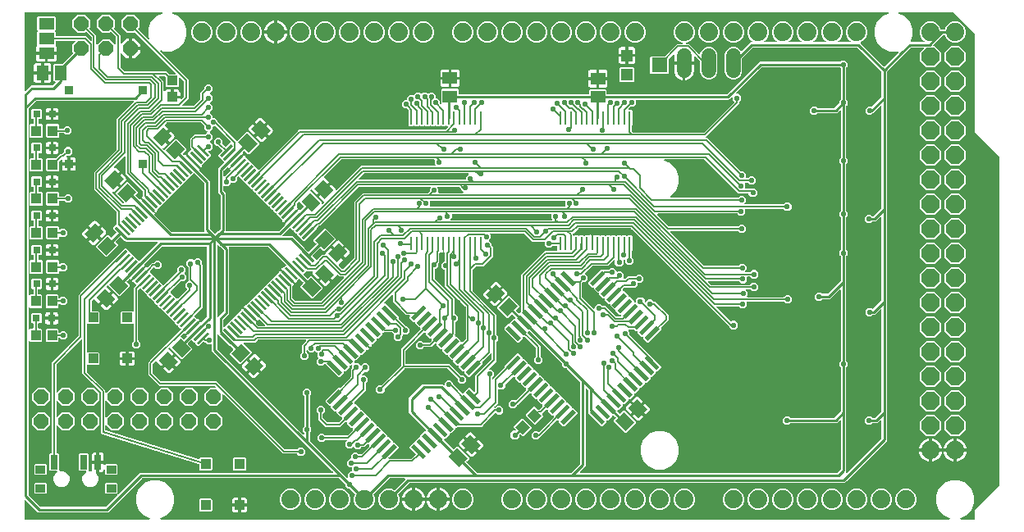
<source format=gbr>
G04 EAGLE Gerber RS-274X export*
G75*
%MOMM*%
%FSLAX34Y34*%
%LPD*%
%INTop Copper*%
%IPPOS*%
%AMOC8*
5,1,8,0,0,1.08239X$1,22.5*%
G01*
%ADD10C,1.879600*%
%ADD11P,2.034460X8X112.500000*%
%ADD12R,1.000000X1.000000*%
%ADD13R,0.990600X0.812800*%
%ADD14R,0.711200X1.498600*%
%ADD15R,1.300000X1.500000*%
%ADD16R,0.280000X1.336400*%
%ADD17R,1.768400X0.458700*%
%ADD18R,1.100000X1.000000*%
%ADD19P,1.649562X8X22.500000*%
%ADD20R,0.800000X0.750000*%
%ADD21R,1.000000X1.100000*%
%ADD22R,1.600200X1.168400*%
%ADD23R,0.900000X0.900000*%
%ADD24P,1.649562X8X202.500000*%
%ADD25C,1.524000*%
%ADD26R,1.600000X1.500000*%
%ADD27R,1.200000X1.200000*%
%ADD28R,1.599800X0.280000*%
%ADD29R,1.500000X1.300000*%
%ADD30C,0.554000*%
%ADD31C,0.152400*%
%ADD32C,0.254000*%

G36*
X133869Y4842D02*
X133869Y4842D01*
X133966Y4852D01*
X133990Y4862D01*
X134016Y4866D01*
X134102Y4912D01*
X134191Y4952D01*
X134210Y4969D01*
X134233Y4982D01*
X134300Y5052D01*
X134372Y5118D01*
X134385Y5141D01*
X134403Y5160D01*
X134444Y5248D01*
X134491Y5334D01*
X134495Y5359D01*
X134506Y5383D01*
X134517Y5480D01*
X134534Y5576D01*
X134531Y5602D01*
X134534Y5627D01*
X134513Y5723D01*
X134499Y5819D01*
X134487Y5842D01*
X134481Y5868D01*
X134431Y5951D01*
X134387Y6038D01*
X134368Y6057D01*
X134355Y6079D01*
X134281Y6142D01*
X134212Y6210D01*
X134183Y6226D01*
X134168Y6239D01*
X134137Y6251D01*
X134065Y6291D01*
X128478Y8605D01*
X122905Y14178D01*
X119889Y21459D01*
X119889Y29341D01*
X122905Y36622D01*
X128478Y42195D01*
X135759Y45211D01*
X143641Y45211D01*
X150922Y42195D01*
X156495Y36622D01*
X159511Y29341D01*
X159511Y21459D01*
X156495Y14178D01*
X150922Y8605D01*
X145335Y6291D01*
X145253Y6240D01*
X145167Y6194D01*
X145149Y6175D01*
X145126Y6162D01*
X145064Y6087D01*
X144997Y6016D01*
X144986Y5992D01*
X144970Y5972D01*
X144935Y5881D01*
X144894Y5793D01*
X144891Y5767D01*
X144881Y5743D01*
X144877Y5645D01*
X144866Y5549D01*
X144872Y5523D01*
X144871Y5497D01*
X144898Y5403D01*
X144919Y5308D01*
X144932Y5286D01*
X144939Y5261D01*
X144995Y5181D01*
X145045Y5097D01*
X145065Y5080D01*
X145080Y5059D01*
X145158Y5000D01*
X145232Y4937D01*
X145256Y4927D01*
X145277Y4912D01*
X145370Y4882D01*
X145460Y4845D01*
X145492Y4842D01*
X145511Y4836D01*
X145544Y4836D01*
X145627Y4827D01*
X959273Y4827D01*
X959369Y4842D01*
X959466Y4852D01*
X959490Y4862D01*
X959516Y4866D01*
X959602Y4912D01*
X959691Y4952D01*
X959710Y4969D01*
X959733Y4982D01*
X959800Y5052D01*
X959872Y5118D01*
X959885Y5141D01*
X959903Y5160D01*
X959944Y5248D01*
X959991Y5334D01*
X959995Y5359D01*
X960006Y5383D01*
X960017Y5480D01*
X960034Y5576D01*
X960031Y5602D01*
X960034Y5627D01*
X960013Y5723D01*
X959999Y5819D01*
X959987Y5842D01*
X959981Y5868D01*
X959931Y5951D01*
X959887Y6038D01*
X959868Y6057D01*
X959855Y6079D01*
X959781Y6142D01*
X959712Y6210D01*
X959683Y6226D01*
X959668Y6239D01*
X959637Y6251D01*
X959565Y6291D01*
X953978Y8605D01*
X948405Y14178D01*
X945389Y21459D01*
X945389Y29341D01*
X948405Y36622D01*
X953978Y42195D01*
X961259Y45211D01*
X969141Y45211D01*
X976422Y42195D01*
X981995Y36622D01*
X985011Y29341D01*
X985011Y21459D01*
X981995Y14178D01*
X976422Y8605D01*
X970835Y6291D01*
X970753Y6240D01*
X970667Y6194D01*
X970649Y6175D01*
X970626Y6162D01*
X970564Y6087D01*
X970497Y6016D01*
X970486Y5992D01*
X970470Y5972D01*
X970435Y5881D01*
X970394Y5793D01*
X970391Y5767D01*
X970381Y5743D01*
X970377Y5645D01*
X970366Y5549D01*
X970372Y5523D01*
X970371Y5497D01*
X970398Y5403D01*
X970419Y5308D01*
X970432Y5286D01*
X970439Y5261D01*
X970495Y5181D01*
X970545Y5097D01*
X970565Y5080D01*
X970580Y5059D01*
X970658Y5000D01*
X970732Y4937D01*
X970756Y4927D01*
X970777Y4912D01*
X970870Y4882D01*
X970960Y4845D01*
X970992Y4842D01*
X971011Y4836D01*
X971044Y4836D01*
X971127Y4827D01*
X985012Y4827D01*
X985032Y4830D01*
X985051Y4828D01*
X985153Y4850D01*
X985255Y4866D01*
X985272Y4876D01*
X985292Y4880D01*
X985381Y4933D01*
X985472Y4982D01*
X985486Y4996D01*
X985503Y5006D01*
X985570Y5085D01*
X985642Y5160D01*
X985650Y5178D01*
X985663Y5193D01*
X985702Y5289D01*
X985745Y5383D01*
X985747Y5403D01*
X985755Y5421D01*
X985773Y5588D01*
X985773Y14699D01*
X1010950Y39876D01*
X1011003Y39950D01*
X1011063Y40020D01*
X1011075Y40050D01*
X1011094Y40076D01*
X1011121Y40163D01*
X1011155Y40248D01*
X1011159Y40289D01*
X1011166Y40311D01*
X1011165Y40343D01*
X1011173Y40415D01*
X1011173Y378685D01*
X1011159Y378775D01*
X1011151Y378866D01*
X1011139Y378896D01*
X1011134Y378928D01*
X1011091Y379009D01*
X1011055Y379093D01*
X1011029Y379125D01*
X1011018Y379146D01*
X1010995Y379168D01*
X1010950Y379224D01*
X988824Y401350D01*
X985773Y404401D01*
X985773Y505685D01*
X985759Y505775D01*
X985751Y505866D01*
X985739Y505896D01*
X985734Y505928D01*
X985691Y506009D01*
X985655Y506093D01*
X985629Y506125D01*
X985618Y506146D01*
X985595Y506168D01*
X985550Y506224D01*
X963424Y528350D01*
X963350Y528403D01*
X963280Y528463D01*
X963250Y528475D01*
X963224Y528494D01*
X963137Y528521D01*
X963052Y528555D01*
X963011Y528559D01*
X962989Y528566D01*
X962957Y528565D01*
X962885Y528573D01*
X907627Y528573D01*
X907531Y528558D01*
X907434Y528548D01*
X907410Y528538D01*
X907384Y528534D01*
X907298Y528488D01*
X907209Y528448D01*
X907190Y528431D01*
X907167Y528418D01*
X907099Y528348D01*
X907028Y528282D01*
X907015Y528259D01*
X906997Y528240D01*
X906956Y528152D01*
X906909Y528066D01*
X906905Y528041D01*
X906894Y528017D01*
X906883Y527920D01*
X906866Y527824D01*
X906869Y527798D01*
X906866Y527773D01*
X906887Y527677D01*
X906901Y527581D01*
X906913Y527558D01*
X906919Y527532D01*
X906969Y527449D01*
X907013Y527362D01*
X907032Y527343D01*
X907045Y527321D01*
X907119Y527258D01*
X907188Y527190D01*
X907217Y527174D01*
X907232Y527161D01*
X907247Y527155D01*
X907248Y527155D01*
X907264Y527148D01*
X907335Y527109D01*
X912922Y524795D01*
X918495Y519222D01*
X921511Y511941D01*
X921511Y504059D01*
X919352Y498847D01*
X919341Y498803D01*
X919322Y498761D01*
X919313Y498684D01*
X919296Y498608D01*
X919300Y498562D01*
X919295Y498517D01*
X919311Y498440D01*
X919319Y498363D01*
X919337Y498321D01*
X919347Y498276D01*
X919387Y498209D01*
X919419Y498138D01*
X919450Y498104D01*
X919473Y498065D01*
X919532Y498014D01*
X919585Y497957D01*
X919625Y497935D01*
X919660Y497905D01*
X919732Y497876D01*
X919801Y497839D01*
X919846Y497830D01*
X919888Y497813D01*
X920024Y497798D01*
X920043Y497795D01*
X920048Y497796D01*
X920055Y497795D01*
X932720Y497795D01*
X932791Y497806D01*
X932863Y497808D01*
X932912Y497826D01*
X932963Y497834D01*
X933026Y497868D01*
X933094Y497893D01*
X933134Y497925D01*
X933181Y497950D01*
X933230Y498002D01*
X933286Y498046D01*
X933314Y498090D01*
X933350Y498128D01*
X933380Y498193D01*
X933419Y498253D01*
X933432Y498304D01*
X933454Y498351D01*
X933461Y498422D01*
X933479Y498492D01*
X933475Y498544D01*
X933481Y498595D01*
X933465Y498666D01*
X933460Y498737D01*
X933439Y498785D01*
X933428Y498836D01*
X933392Y498897D01*
X933363Y498963D01*
X933319Y499019D01*
X933302Y499047D01*
X933284Y499062D01*
X933259Y499094D01*
X930540Y501813D01*
X928877Y505827D01*
X928877Y510173D01*
X930540Y514187D01*
X933613Y517260D01*
X937627Y518923D01*
X941973Y518923D01*
X945987Y517260D01*
X949060Y514187D01*
X950270Y511265D01*
X950332Y511165D01*
X950392Y511065D01*
X950397Y511061D01*
X950400Y511056D01*
X950490Y510981D01*
X950579Y510905D01*
X950585Y510903D01*
X950589Y510899D01*
X950698Y510857D01*
X950807Y510813D01*
X950815Y510812D01*
X950819Y510811D01*
X950837Y510810D01*
X950974Y510795D01*
X954026Y510795D01*
X954141Y510814D01*
X954257Y510831D01*
X954263Y510833D01*
X954269Y510834D01*
X954372Y510889D01*
X954476Y510942D01*
X954481Y510947D01*
X954486Y510950D01*
X954566Y511034D01*
X954649Y511118D01*
X954652Y511124D01*
X954656Y511128D01*
X954664Y511145D01*
X954730Y511265D01*
X955940Y514187D01*
X959013Y517260D01*
X963027Y518923D01*
X967373Y518923D01*
X971387Y517260D01*
X974460Y514187D01*
X976123Y510173D01*
X976123Y505827D01*
X974460Y501813D01*
X971387Y498740D01*
X967373Y497077D01*
X963027Y497077D01*
X959013Y498740D01*
X955940Y501813D01*
X954730Y504735D01*
X954668Y504835D01*
X954608Y504935D01*
X954603Y504939D01*
X954600Y504944D01*
X954510Y505019D01*
X954421Y505095D01*
X954415Y505097D01*
X954411Y505101D01*
X954302Y505143D01*
X954193Y505187D01*
X954185Y505188D01*
X954181Y505189D01*
X954163Y505190D01*
X954026Y505205D01*
X953173Y505205D01*
X953083Y505191D01*
X952992Y505183D01*
X952962Y505171D01*
X952930Y505166D01*
X952850Y505123D01*
X952766Y505087D01*
X952734Y505061D01*
X952713Y505050D01*
X952691Y505027D01*
X952635Y504982D01*
X942475Y494822D01*
X942433Y494764D01*
X942383Y494712D01*
X942361Y494665D01*
X942331Y494623D01*
X942310Y494554D01*
X942280Y494489D01*
X942274Y494437D01*
X942259Y494387D01*
X942261Y494316D01*
X942253Y494245D01*
X942264Y494194D01*
X942265Y494142D01*
X942290Y494074D01*
X942305Y494004D01*
X942332Y493959D01*
X942350Y493911D01*
X942394Y493855D01*
X942431Y493793D01*
X942471Y493759D01*
X942503Y493719D01*
X942564Y493680D01*
X942618Y493633D01*
X942666Y493614D01*
X942710Y493586D01*
X942780Y493568D01*
X942846Y493541D01*
X942918Y493533D01*
X942949Y493525D01*
X942972Y493527D01*
X943013Y493523D01*
X944324Y493523D01*
X950723Y487124D01*
X950723Y478076D01*
X944324Y471677D01*
X935276Y471677D01*
X928877Y478076D01*
X928877Y487124D01*
X932659Y490906D01*
X932701Y490964D01*
X932750Y491016D01*
X932772Y491063D01*
X932802Y491105D01*
X932823Y491174D01*
X932854Y491239D01*
X932859Y491291D01*
X932875Y491341D01*
X932873Y491412D01*
X932881Y491483D01*
X932870Y491534D01*
X932868Y491586D01*
X932844Y491654D01*
X932828Y491724D01*
X932802Y491769D01*
X932784Y491817D01*
X932739Y491873D01*
X932702Y491935D01*
X932663Y491969D01*
X932630Y492009D01*
X932570Y492048D01*
X932515Y492095D01*
X932467Y492114D01*
X932423Y492142D01*
X932354Y492160D01*
X932287Y492187D01*
X932216Y492195D01*
X932185Y492203D01*
X932161Y492201D01*
X932120Y492205D01*
X919985Y492205D01*
X919894Y492191D01*
X919804Y492183D01*
X919774Y492171D01*
X919742Y492166D01*
X919661Y492123D01*
X919577Y492087D01*
X919545Y492061D01*
X919524Y492050D01*
X919502Y492027D01*
X919446Y491982D01*
X911436Y483972D01*
X911433Y483970D01*
X911411Y483947D01*
X911355Y483902D01*
X895018Y467565D01*
X894965Y467491D01*
X894905Y467422D01*
X894893Y467392D01*
X894874Y467366D01*
X894847Y467279D01*
X894813Y467194D01*
X894809Y467153D01*
X894802Y467131D01*
X894803Y467098D01*
X894795Y467027D01*
X894795Y85842D01*
X892935Y83982D01*
X853018Y44065D01*
X851158Y42205D01*
X402073Y42205D01*
X401983Y42191D01*
X401892Y42183D01*
X401862Y42171D01*
X401830Y42166D01*
X401750Y42123D01*
X401666Y42087D01*
X401634Y42061D01*
X401613Y42050D01*
X401591Y42027D01*
X401535Y41982D01*
X390877Y31325D01*
X390809Y31230D01*
X390739Y31136D01*
X390737Y31130D01*
X390734Y31125D01*
X390699Y31014D01*
X390663Y30902D01*
X390663Y30896D01*
X390661Y30890D01*
X390664Y30773D01*
X390665Y30656D01*
X390668Y30649D01*
X390668Y30644D01*
X390674Y30627D01*
X390712Y30495D01*
X391923Y27573D01*
X391923Y23227D01*
X390260Y19213D01*
X387187Y16140D01*
X383173Y14477D01*
X378827Y14477D01*
X374813Y16140D01*
X371740Y19213D01*
X370077Y23227D01*
X370077Y27573D01*
X371740Y31587D01*
X374813Y34660D01*
X378827Y36323D01*
X383173Y36323D01*
X386095Y35112D01*
X386209Y35086D01*
X386322Y35057D01*
X386329Y35057D01*
X386335Y35056D01*
X386451Y35067D01*
X386568Y35076D01*
X386573Y35078D01*
X386580Y35079D01*
X386687Y35127D01*
X386794Y35172D01*
X386800Y35177D01*
X386804Y35179D01*
X386818Y35192D01*
X386925Y35277D01*
X397553Y45906D01*
X397595Y45964D01*
X397645Y46016D01*
X397667Y46063D01*
X397697Y46105D01*
X397718Y46174D01*
X397748Y46239D01*
X397754Y46291D01*
X397769Y46341D01*
X397767Y46412D01*
X397775Y46483D01*
X397764Y46534D01*
X397763Y46586D01*
X397738Y46654D01*
X397723Y46724D01*
X397696Y46768D01*
X397678Y46817D01*
X397634Y46873D01*
X397597Y46935D01*
X397557Y46969D01*
X397525Y47009D01*
X397464Y47048D01*
X397410Y47095D01*
X397362Y47114D01*
X397318Y47142D01*
X397248Y47160D01*
X397182Y47187D01*
X397110Y47195D01*
X397079Y47203D01*
X397056Y47201D01*
X397015Y47205D01*
X381673Y47205D01*
X381583Y47191D01*
X381492Y47183D01*
X381462Y47171D01*
X381430Y47166D01*
X381349Y47123D01*
X381266Y47087D01*
X381233Y47061D01*
X381213Y47050D01*
X381191Y47027D01*
X381135Y46982D01*
X365477Y31325D01*
X365409Y31230D01*
X365339Y31136D01*
X365337Y31130D01*
X365334Y31125D01*
X365299Y31014D01*
X365263Y30902D01*
X365263Y30896D01*
X365261Y30890D01*
X365264Y30773D01*
X365265Y30656D01*
X365268Y30649D01*
X365268Y30644D01*
X365274Y30627D01*
X365312Y30495D01*
X366523Y27573D01*
X366523Y23227D01*
X364860Y19213D01*
X361787Y16140D01*
X357773Y14477D01*
X353427Y14477D01*
X349413Y16140D01*
X346340Y19213D01*
X344677Y23227D01*
X344677Y27573D01*
X345888Y30495D01*
X345914Y30609D01*
X345943Y30722D01*
X345943Y30729D01*
X345944Y30735D01*
X345933Y30851D01*
X345924Y30968D01*
X345922Y30973D01*
X345921Y30980D01*
X345873Y31087D01*
X345828Y31194D01*
X345823Y31200D01*
X345821Y31204D01*
X345808Y31218D01*
X345723Y31325D01*
X341065Y35982D01*
X340991Y36035D01*
X340922Y36095D01*
X340892Y36107D01*
X340866Y36126D01*
X340778Y36153D01*
X340694Y36187D01*
X340653Y36191D01*
X340631Y36198D01*
X340598Y36197D01*
X340527Y36205D01*
X338721Y36205D01*
X336205Y38721D01*
X336205Y40527D01*
X336191Y40617D01*
X336183Y40708D01*
X336171Y40738D01*
X336166Y40770D01*
X336123Y40850D01*
X336087Y40934D01*
X336061Y40966D01*
X336050Y40987D01*
X336027Y41009D01*
X335982Y41065D01*
X330065Y46982D01*
X329991Y47035D01*
X329922Y47095D01*
X329892Y47107D01*
X329866Y47126D01*
X329779Y47153D01*
X329694Y47187D01*
X329653Y47191D01*
X329631Y47198D01*
X329598Y47197D01*
X329527Y47205D01*
X126473Y47205D01*
X126383Y47191D01*
X126292Y47183D01*
X126262Y47171D01*
X126230Y47166D01*
X126149Y47123D01*
X126066Y47087D01*
X126033Y47061D01*
X126013Y47050D01*
X125991Y47027D01*
X125935Y46982D01*
X93018Y14065D01*
X91158Y12205D01*
X18842Y12205D01*
X6126Y24921D01*
X6068Y24963D01*
X6016Y25013D01*
X5969Y25035D01*
X5927Y25065D01*
X5858Y25086D01*
X5793Y25116D01*
X5741Y25122D01*
X5691Y25137D01*
X5620Y25135D01*
X5549Y25143D01*
X5498Y25132D01*
X5446Y25131D01*
X5378Y25106D01*
X5308Y25091D01*
X5263Y25064D01*
X5215Y25046D01*
X5159Y25002D01*
X5097Y24965D01*
X5063Y24925D01*
X5023Y24893D01*
X4984Y24832D01*
X4937Y24778D01*
X4918Y24730D01*
X4890Y24686D01*
X4872Y24616D01*
X4845Y24550D01*
X4837Y24478D01*
X4829Y24447D01*
X4831Y24424D01*
X4827Y24383D01*
X4827Y5588D01*
X4830Y5568D01*
X4828Y5549D01*
X4850Y5447D01*
X4866Y5345D01*
X4876Y5328D01*
X4880Y5308D01*
X4933Y5219D01*
X4982Y5128D01*
X4996Y5114D01*
X5006Y5097D01*
X5085Y5030D01*
X5160Y4958D01*
X5178Y4950D01*
X5193Y4937D01*
X5289Y4898D01*
X5383Y4855D01*
X5403Y4853D01*
X5421Y4845D01*
X5588Y4827D01*
X133773Y4827D01*
X133869Y4842D01*
G37*
G36*
X853666Y52840D02*
X853666Y52840D01*
X853737Y52845D01*
X853785Y52866D01*
X853836Y52877D01*
X853897Y52914D01*
X853963Y52942D01*
X854019Y52987D01*
X854047Y53003D01*
X854062Y53021D01*
X854094Y53047D01*
X888982Y87935D01*
X889035Y88009D01*
X889095Y88078D01*
X889107Y88108D01*
X889126Y88134D01*
X889153Y88221D01*
X889187Y88306D01*
X889191Y88347D01*
X889198Y88369D01*
X889197Y88402D01*
X889205Y88473D01*
X889205Y106415D01*
X889194Y106486D01*
X889192Y106558D01*
X889174Y106606D01*
X889166Y106658D01*
X889132Y106721D01*
X889107Y106789D01*
X889075Y106829D01*
X889050Y106875D01*
X888998Y106925D01*
X888954Y106981D01*
X888910Y107009D01*
X888872Y107045D01*
X888807Y107075D01*
X888747Y107114D01*
X888696Y107126D01*
X888649Y107148D01*
X888578Y107156D01*
X888508Y107174D01*
X888456Y107170D01*
X888405Y107175D01*
X888334Y107160D01*
X888263Y107155D01*
X888215Y107134D01*
X888164Y107123D01*
X888103Y107086D01*
X888037Y107058D01*
X887981Y107013D01*
X887953Y106997D01*
X887938Y106979D01*
X887906Y106953D01*
X885158Y104205D01*
X880094Y104205D01*
X880004Y104191D01*
X879913Y104183D01*
X879883Y104171D01*
X879852Y104166D01*
X879771Y104123D01*
X879687Y104087D01*
X879655Y104061D01*
X879634Y104050D01*
X879612Y104027D01*
X879556Y103982D01*
X878279Y102705D01*
X874721Y102705D01*
X872205Y105221D01*
X872205Y108779D01*
X874721Y111295D01*
X878279Y111295D01*
X879556Y110018D01*
X879630Y109965D01*
X879699Y109905D01*
X879730Y109893D01*
X879756Y109874D01*
X879843Y109847D01*
X879928Y109813D01*
X879968Y109809D01*
X879991Y109802D01*
X880023Y109803D01*
X880094Y109795D01*
X882527Y109795D01*
X882617Y109809D01*
X882708Y109817D01*
X882738Y109829D01*
X882770Y109834D01*
X882850Y109877D01*
X882934Y109913D01*
X882966Y109939D01*
X882987Y109950D01*
X883009Y109973D01*
X883065Y110018D01*
X888982Y115935D01*
X889035Y116009D01*
X889095Y116078D01*
X889107Y116108D01*
X889126Y116134D01*
X889153Y116221D01*
X889187Y116306D01*
X889191Y116347D01*
X889198Y116369D01*
X889197Y116402D01*
X889205Y116473D01*
X889205Y221415D01*
X889194Y221486D01*
X889192Y221558D01*
X889174Y221607D01*
X889166Y221658D01*
X889132Y221721D01*
X889107Y221789D01*
X889075Y221829D01*
X889050Y221875D01*
X888998Y221925D01*
X888954Y221981D01*
X888910Y222009D01*
X888872Y222045D01*
X888807Y222075D01*
X888747Y222114D01*
X888696Y222126D01*
X888649Y222148D01*
X888578Y222156D01*
X888508Y222174D01*
X888456Y222170D01*
X888405Y222175D01*
X888334Y222160D01*
X888263Y222155D01*
X888215Y222134D01*
X888164Y222123D01*
X888103Y222086D01*
X888037Y222058D01*
X887981Y222013D01*
X887953Y221997D01*
X887938Y221979D01*
X887906Y221953D01*
X884006Y218054D01*
X882146Y216193D01*
X880594Y216193D01*
X880504Y216179D01*
X880413Y216172D01*
X880383Y216159D01*
X880352Y216154D01*
X880271Y216111D01*
X880187Y216075D01*
X880155Y216050D01*
X880134Y216039D01*
X880112Y216015D01*
X880056Y215970D01*
X878779Y214693D01*
X875221Y214693D01*
X872705Y217209D01*
X872705Y220767D01*
X875221Y223283D01*
X878779Y223283D01*
X879516Y222545D01*
X879533Y222534D01*
X879545Y222518D01*
X879632Y222462D01*
X879716Y222402D01*
X879735Y222396D01*
X879752Y222385D01*
X879853Y222360D01*
X879951Y222329D01*
X879971Y222330D01*
X879991Y222325D01*
X880094Y222333D01*
X880197Y222336D01*
X880216Y222343D01*
X880236Y222344D01*
X880331Y222385D01*
X880428Y222420D01*
X880444Y222433D01*
X880462Y222441D01*
X880593Y222545D01*
X888982Y230935D01*
X889035Y231009D01*
X889095Y231078D01*
X889107Y231108D01*
X889126Y231134D01*
X889153Y231221D01*
X889187Y231306D01*
X889191Y231347D01*
X889198Y231369D01*
X889197Y231402D01*
X889205Y231473D01*
X889205Y316415D01*
X889194Y316486D01*
X889192Y316558D01*
X889174Y316607D01*
X889166Y316658D01*
X889132Y316721D01*
X889107Y316789D01*
X889075Y316829D01*
X889050Y316875D01*
X888998Y316925D01*
X888954Y316981D01*
X888910Y317009D01*
X888872Y317045D01*
X888807Y317075D01*
X888747Y317114D01*
X888696Y317126D01*
X888649Y317148D01*
X888578Y317156D01*
X888508Y317174D01*
X888456Y317170D01*
X888405Y317175D01*
X888334Y317160D01*
X888263Y317155D01*
X888215Y317134D01*
X888164Y317123D01*
X888103Y317086D01*
X888037Y317058D01*
X887981Y317013D01*
X887953Y316997D01*
X887938Y316979D01*
X887906Y316953D01*
X885053Y314101D01*
X883193Y312241D01*
X879594Y312241D01*
X879504Y312226D01*
X879413Y312219D01*
X879383Y312206D01*
X879352Y312201D01*
X879271Y312158D01*
X879187Y312123D01*
X879155Y312097D01*
X879134Y312086D01*
X879112Y312063D01*
X879056Y312018D01*
X877779Y310741D01*
X874221Y310741D01*
X871705Y313256D01*
X871705Y316814D01*
X874221Y319330D01*
X877779Y319330D01*
X879056Y318053D01*
X879130Y318000D01*
X879199Y317941D01*
X879230Y317928D01*
X879256Y317910D01*
X879343Y317883D01*
X879428Y317849D01*
X879468Y317844D01*
X879491Y317837D01*
X879523Y317838D01*
X879594Y317830D01*
X880562Y317830D01*
X880653Y317845D01*
X880743Y317852D01*
X880773Y317865D01*
X880805Y317870D01*
X880886Y317913D01*
X880970Y317948D01*
X881002Y317974D01*
X881023Y317985D01*
X881045Y318008D01*
X881101Y318053D01*
X888982Y325935D01*
X889035Y326009D01*
X889095Y326078D01*
X889107Y326108D01*
X889126Y326134D01*
X889153Y326221D01*
X889187Y326306D01*
X889191Y326347D01*
X889198Y326369D01*
X889197Y326402D01*
X889205Y326473D01*
X889205Y431415D01*
X889194Y431486D01*
X889192Y431558D01*
X889174Y431607D01*
X889166Y431658D01*
X889132Y431721D01*
X889107Y431789D01*
X889075Y431829D01*
X889050Y431875D01*
X888998Y431925D01*
X888954Y431981D01*
X888910Y432009D01*
X888872Y432045D01*
X888807Y432075D01*
X888747Y432114D01*
X888696Y432126D01*
X888649Y432148D01*
X888578Y432156D01*
X888508Y432174D01*
X888456Y432170D01*
X888405Y432175D01*
X888334Y432160D01*
X888263Y432155D01*
X888215Y432134D01*
X888164Y432123D01*
X888103Y432086D01*
X888037Y432058D01*
X887981Y432013D01*
X887953Y431997D01*
X887938Y431979D01*
X887906Y431953D01*
X882196Y426243D01*
X880240Y424288D01*
X880187Y424265D01*
X880155Y424240D01*
X880134Y424229D01*
X880112Y424205D01*
X880056Y424160D01*
X878779Y422883D01*
X875221Y422883D01*
X872705Y425399D01*
X872705Y428957D01*
X875221Y431473D01*
X878876Y431473D01*
X878948Y431455D01*
X879046Y431424D01*
X879066Y431425D01*
X879086Y431420D01*
X879188Y431428D01*
X879292Y431431D01*
X879311Y431438D01*
X879331Y431439D01*
X879425Y431480D01*
X879523Y431515D01*
X879539Y431528D01*
X879557Y431536D01*
X879688Y431640D01*
X888982Y440935D01*
X889035Y441009D01*
X889095Y441078D01*
X889107Y441108D01*
X889126Y441134D01*
X889153Y441221D01*
X889187Y441306D01*
X889191Y441347D01*
X889198Y441369D01*
X889197Y441402D01*
X889205Y441473D01*
X889205Y467027D01*
X889191Y467117D01*
X889183Y467208D01*
X889171Y467238D01*
X889166Y467270D01*
X889123Y467351D01*
X889087Y467434D01*
X889061Y467467D01*
X889050Y467487D01*
X889027Y467509D01*
X888982Y467565D01*
X864708Y491839D01*
X864634Y491892D01*
X864565Y491952D01*
X864535Y491964D01*
X864509Y491983D01*
X864422Y492010D01*
X864337Y492044D01*
X864296Y492048D01*
X864273Y492055D01*
X864241Y492054D01*
X864170Y492062D01*
X756778Y492062D01*
X756688Y492048D01*
X756597Y492040D01*
X756567Y492028D01*
X756535Y492023D01*
X756454Y491980D01*
X756370Y491944D01*
X756338Y491918D01*
X756318Y491907D01*
X756295Y491884D01*
X756239Y491839D01*
X745672Y481272D01*
X745619Y481198D01*
X745560Y481129D01*
X745548Y481099D01*
X745529Y481073D01*
X745502Y480986D01*
X745468Y480901D01*
X745463Y480860D01*
X745457Y480838D01*
X745457Y480805D01*
X745450Y480734D01*
X745450Y466418D01*
X744057Y463057D01*
X741485Y460485D01*
X738124Y459092D01*
X734486Y459092D01*
X731125Y460485D01*
X728552Y463057D01*
X727160Y466418D01*
X727160Y485296D01*
X728552Y488657D01*
X731125Y491230D01*
X734486Y492622D01*
X738124Y492622D01*
X741485Y491230D01*
X744067Y488648D01*
X744083Y488636D01*
X744095Y488621D01*
X744183Y488564D01*
X744266Y488504D01*
X744285Y488498D01*
X744302Y488488D01*
X744403Y488462D01*
X744501Y488432D01*
X744521Y488432D01*
X744541Y488428D01*
X744644Y488436D01*
X744747Y488438D01*
X744766Y488445D01*
X744786Y488447D01*
X744881Y488487D01*
X744978Y488523D01*
X744994Y488535D01*
X745012Y488543D01*
X745143Y488648D01*
X754147Y497652D01*
X755063Y497652D01*
X755134Y497663D01*
X755206Y497665D01*
X755255Y497683D01*
X755306Y497692D01*
X755369Y497725D01*
X755437Y497750D01*
X755477Y497782D01*
X755523Y497807D01*
X755573Y497859D01*
X755629Y497903D01*
X755657Y497947D01*
X755693Y497985D01*
X755723Y498050D01*
X755762Y498110D01*
X755775Y498161D01*
X755796Y498208D01*
X755804Y498279D01*
X755822Y498349D01*
X755818Y498401D01*
X755824Y498452D01*
X755808Y498523D01*
X755803Y498594D01*
X755782Y498642D01*
X755771Y498693D01*
X755735Y498754D01*
X755706Y498820D01*
X755662Y498876D01*
X755645Y498904D01*
X755627Y498919D01*
X755602Y498951D01*
X752740Y501813D01*
X751077Y505827D01*
X751077Y510173D01*
X752740Y514187D01*
X755813Y517260D01*
X759827Y518923D01*
X764173Y518923D01*
X768187Y517260D01*
X771260Y514187D01*
X772923Y510173D01*
X772923Y505827D01*
X771260Y501813D01*
X768398Y498951D01*
X768357Y498893D01*
X768307Y498841D01*
X768285Y498794D01*
X768255Y498752D01*
X768234Y498683D01*
X768204Y498618D01*
X768198Y498566D01*
X768182Y498516D01*
X768184Y498445D01*
X768176Y498374D01*
X768187Y498323D01*
X768189Y498271D01*
X768213Y498203D01*
X768229Y498133D01*
X768255Y498089D01*
X768273Y498040D01*
X768318Y497984D01*
X768355Y497922D01*
X768394Y497888D01*
X768427Y497848D01*
X768487Y497809D01*
X768542Y497762D01*
X768590Y497743D01*
X768634Y497715D01*
X768703Y497697D01*
X768770Y497670D01*
X768841Y497662D01*
X768872Y497654D01*
X768896Y497656D01*
X768937Y497652D01*
X780463Y497652D01*
X780534Y497663D01*
X780606Y497665D01*
X780655Y497683D01*
X780706Y497692D01*
X780769Y497725D01*
X780837Y497750D01*
X780877Y497782D01*
X780923Y497807D01*
X780973Y497859D01*
X781029Y497903D01*
X781057Y497947D01*
X781093Y497985D01*
X781123Y498050D01*
X781162Y498110D01*
X781175Y498161D01*
X781196Y498208D01*
X781204Y498279D01*
X781222Y498349D01*
X781218Y498401D01*
X781224Y498452D01*
X781208Y498523D01*
X781203Y498594D01*
X781182Y498642D01*
X781171Y498693D01*
X781135Y498754D01*
X781106Y498820D01*
X781062Y498876D01*
X781045Y498904D01*
X781027Y498919D01*
X781002Y498951D01*
X778140Y501813D01*
X776477Y505827D01*
X776477Y510173D01*
X778140Y514187D01*
X781213Y517260D01*
X785227Y518923D01*
X789573Y518923D01*
X793587Y517260D01*
X796660Y514187D01*
X798323Y510173D01*
X798323Y505827D01*
X796660Y501813D01*
X793798Y498951D01*
X793757Y498893D01*
X793707Y498841D01*
X793685Y498794D01*
X793655Y498752D01*
X793634Y498683D01*
X793604Y498618D01*
X793598Y498566D01*
X793582Y498516D01*
X793584Y498445D01*
X793576Y498374D01*
X793587Y498323D01*
X793589Y498271D01*
X793613Y498203D01*
X793629Y498133D01*
X793655Y498089D01*
X793673Y498040D01*
X793718Y497984D01*
X793755Y497922D01*
X793794Y497888D01*
X793827Y497848D01*
X793887Y497809D01*
X793942Y497762D01*
X793990Y497743D01*
X794034Y497715D01*
X794103Y497697D01*
X794170Y497670D01*
X794241Y497662D01*
X794272Y497654D01*
X794296Y497656D01*
X794337Y497652D01*
X805863Y497652D01*
X805934Y497663D01*
X806006Y497665D01*
X806055Y497683D01*
X806106Y497692D01*
X806169Y497725D01*
X806237Y497750D01*
X806277Y497782D01*
X806323Y497807D01*
X806373Y497859D01*
X806429Y497903D01*
X806457Y497947D01*
X806493Y497985D01*
X806523Y498050D01*
X806562Y498110D01*
X806575Y498161D01*
X806596Y498208D01*
X806604Y498279D01*
X806622Y498349D01*
X806618Y498401D01*
X806624Y498452D01*
X806608Y498523D01*
X806603Y498594D01*
X806582Y498642D01*
X806571Y498693D01*
X806535Y498754D01*
X806506Y498820D01*
X806462Y498876D01*
X806445Y498904D01*
X806427Y498919D01*
X806402Y498951D01*
X803540Y501813D01*
X801877Y505827D01*
X801877Y510173D01*
X803540Y514187D01*
X806613Y517260D01*
X810627Y518923D01*
X814973Y518923D01*
X818987Y517260D01*
X822060Y514187D01*
X823723Y510173D01*
X823723Y505827D01*
X822060Y501813D01*
X819198Y498951D01*
X819157Y498893D01*
X819107Y498841D01*
X819085Y498794D01*
X819055Y498752D01*
X819034Y498683D01*
X819004Y498618D01*
X818998Y498566D01*
X818982Y498516D01*
X818984Y498445D01*
X818976Y498374D01*
X818987Y498323D01*
X818989Y498271D01*
X819013Y498203D01*
X819029Y498133D01*
X819055Y498089D01*
X819073Y498040D01*
X819118Y497984D01*
X819155Y497922D01*
X819194Y497888D01*
X819227Y497848D01*
X819287Y497809D01*
X819342Y497762D01*
X819390Y497743D01*
X819434Y497715D01*
X819503Y497697D01*
X819570Y497670D01*
X819641Y497662D01*
X819672Y497654D01*
X819696Y497656D01*
X819737Y497652D01*
X831263Y497652D01*
X831334Y497663D01*
X831406Y497665D01*
X831455Y497683D01*
X831506Y497692D01*
X831569Y497725D01*
X831637Y497750D01*
X831677Y497782D01*
X831723Y497807D01*
X831773Y497859D01*
X831829Y497903D01*
X831857Y497947D01*
X831893Y497985D01*
X831923Y498050D01*
X831962Y498110D01*
X831975Y498161D01*
X831996Y498208D01*
X832004Y498279D01*
X832022Y498349D01*
X832018Y498401D01*
X832024Y498452D01*
X832008Y498523D01*
X832003Y498594D01*
X831982Y498642D01*
X831971Y498693D01*
X831935Y498754D01*
X831906Y498820D01*
X831862Y498876D01*
X831845Y498904D01*
X831827Y498919D01*
X831802Y498951D01*
X828940Y501813D01*
X827277Y505827D01*
X827277Y510173D01*
X828940Y514187D01*
X832013Y517260D01*
X836027Y518923D01*
X840373Y518923D01*
X844387Y517260D01*
X847460Y514187D01*
X849123Y510173D01*
X849123Y505827D01*
X847460Y501813D01*
X844598Y498951D01*
X844557Y498893D01*
X844507Y498841D01*
X844485Y498794D01*
X844455Y498752D01*
X844434Y498683D01*
X844404Y498618D01*
X844398Y498566D01*
X844382Y498516D01*
X844384Y498445D01*
X844376Y498374D01*
X844387Y498323D01*
X844389Y498271D01*
X844413Y498203D01*
X844429Y498133D01*
X844455Y498089D01*
X844473Y498040D01*
X844518Y497984D01*
X844555Y497922D01*
X844594Y497888D01*
X844627Y497848D01*
X844687Y497809D01*
X844742Y497762D01*
X844790Y497743D01*
X844834Y497715D01*
X844903Y497697D01*
X844970Y497670D01*
X845041Y497662D01*
X845072Y497654D01*
X845096Y497656D01*
X845137Y497652D01*
X856663Y497652D01*
X856734Y497663D01*
X856806Y497665D01*
X856855Y497683D01*
X856906Y497692D01*
X856969Y497725D01*
X857037Y497750D01*
X857077Y497782D01*
X857123Y497807D01*
X857173Y497859D01*
X857229Y497903D01*
X857257Y497947D01*
X857293Y497985D01*
X857323Y498050D01*
X857362Y498110D01*
X857375Y498161D01*
X857396Y498208D01*
X857404Y498279D01*
X857422Y498349D01*
X857418Y498401D01*
X857424Y498452D01*
X857408Y498523D01*
X857403Y498594D01*
X857382Y498642D01*
X857371Y498693D01*
X857335Y498754D01*
X857306Y498820D01*
X857262Y498876D01*
X857245Y498904D01*
X857227Y498919D01*
X857202Y498951D01*
X854340Y501813D01*
X852677Y505827D01*
X852677Y510173D01*
X854340Y514187D01*
X857413Y517260D01*
X861427Y518923D01*
X865773Y518923D01*
X869787Y517260D01*
X872860Y514187D01*
X874523Y510173D01*
X874523Y505827D01*
X872860Y501813D01*
X869787Y498740D01*
X867958Y497983D01*
X867919Y497958D01*
X867876Y497943D01*
X867815Y497894D01*
X867749Y497853D01*
X867720Y497818D01*
X867684Y497789D01*
X867642Y497724D01*
X867592Y497664D01*
X867576Y497621D01*
X867551Y497582D01*
X867532Y497506D01*
X867504Y497434D01*
X867502Y497388D01*
X867491Y497344D01*
X867497Y497266D01*
X867494Y497188D01*
X867507Y497144D01*
X867510Y497098D01*
X867541Y497027D01*
X867562Y496952D01*
X867589Y496914D01*
X867607Y496872D01*
X867692Y496765D01*
X867703Y496750D01*
X867707Y496747D01*
X867711Y496741D01*
X891462Y472991D01*
X891478Y472979D01*
X891490Y472963D01*
X891578Y472907D01*
X891661Y472847D01*
X891680Y472841D01*
X891697Y472830D01*
X891798Y472805D01*
X891897Y472775D01*
X891916Y472775D01*
X891936Y472770D01*
X892039Y472778D01*
X892142Y472781D01*
X892161Y472788D01*
X892181Y472790D01*
X892276Y472830D01*
X892373Y472866D01*
X892389Y472878D01*
X892407Y472886D01*
X892538Y472991D01*
X906513Y486965D01*
X906570Y487044D01*
X906632Y487120D01*
X906641Y487144D01*
X906657Y487165D01*
X906685Y487258D01*
X906720Y487349D01*
X906721Y487375D01*
X906729Y487400D01*
X906726Y487497D01*
X906731Y487595D01*
X906723Y487620D01*
X906723Y487646D01*
X906689Y487738D01*
X906662Y487831D01*
X906647Y487853D01*
X906638Y487877D01*
X906577Y487953D01*
X906522Y488033D01*
X906501Y488049D01*
X906484Y488069D01*
X906402Y488122D01*
X906324Y488180D01*
X906300Y488188D01*
X906278Y488202D01*
X906183Y488226D01*
X906091Y488256D01*
X906064Y488256D01*
X906039Y488262D01*
X905942Y488255D01*
X905845Y488254D01*
X905813Y488245D01*
X905794Y488243D01*
X905764Y488230D01*
X905683Y488207D01*
X905641Y488189D01*
X897759Y488189D01*
X890478Y491205D01*
X884905Y496778D01*
X881889Y504059D01*
X881889Y511941D01*
X884905Y519222D01*
X890478Y524795D01*
X896065Y527109D01*
X896148Y527160D01*
X896233Y527206D01*
X896251Y527225D01*
X896274Y527238D01*
X896336Y527313D01*
X896403Y527384D01*
X896414Y527408D01*
X896431Y527428D01*
X896465Y527519D01*
X896506Y527607D01*
X896509Y527633D01*
X896519Y527657D01*
X896523Y527755D01*
X896534Y527851D01*
X896528Y527877D01*
X896529Y527903D01*
X896502Y527997D01*
X896481Y528092D01*
X896468Y528114D01*
X896461Y528139D01*
X896405Y528219D01*
X896355Y528303D01*
X896335Y528320D01*
X896320Y528341D01*
X896242Y528400D01*
X896168Y528463D01*
X896144Y528473D01*
X896123Y528488D01*
X896030Y528518D01*
X895940Y528555D01*
X895908Y528558D01*
X895889Y528564D01*
X895856Y528564D01*
X895773Y528573D01*
X158327Y528573D01*
X158231Y528558D01*
X158134Y528548D01*
X158110Y528538D01*
X158084Y528534D01*
X157998Y528488D01*
X157909Y528448D01*
X157890Y528431D01*
X157867Y528418D01*
X157799Y528348D01*
X157728Y528282D01*
X157715Y528259D01*
X157697Y528240D01*
X157656Y528152D01*
X157609Y528066D01*
X157605Y528041D01*
X157594Y528017D01*
X157583Y527920D01*
X157566Y527824D01*
X157569Y527798D01*
X157566Y527773D01*
X157587Y527677D01*
X157601Y527581D01*
X157613Y527558D01*
X157619Y527532D01*
X157669Y527449D01*
X157713Y527362D01*
X157732Y527343D01*
X157745Y527321D01*
X157819Y527258D01*
X157888Y527190D01*
X157917Y527174D01*
X157932Y527161D01*
X157947Y527155D01*
X157948Y527155D01*
X157964Y527148D01*
X158035Y527109D01*
X163622Y524795D01*
X169195Y519222D01*
X172211Y511941D01*
X172211Y504059D01*
X169195Y496778D01*
X163622Y491205D01*
X156341Y488189D01*
X148459Y488189D01*
X146166Y489139D01*
X146071Y489162D01*
X145978Y489190D01*
X145952Y489190D01*
X145926Y489196D01*
X145829Y489186D01*
X145732Y489184D01*
X145707Y489175D01*
X145681Y489172D01*
X145593Y489133D01*
X145501Y489099D01*
X145481Y489083D01*
X145457Y489072D01*
X145385Y489007D01*
X145309Y488946D01*
X145295Y488924D01*
X145276Y488906D01*
X145229Y488821D01*
X145176Y488739D01*
X145170Y488713D01*
X145157Y488691D01*
X145140Y488595D01*
X145116Y488500D01*
X145118Y488474D01*
X145113Y488448D01*
X145127Y488352D01*
X145135Y488255D01*
X145145Y488231D01*
X145149Y488205D01*
X145193Y488118D01*
X145231Y488029D01*
X145252Y488003D01*
X145261Y487986D01*
X145284Y487963D01*
X145336Y487898D01*
X172724Y460510D01*
X174287Y458947D01*
X174287Y439553D01*
X167820Y433086D01*
X167778Y433028D01*
X167729Y432976D01*
X167707Y432929D01*
X167677Y432887D01*
X167656Y432818D01*
X167625Y432753D01*
X167620Y432701D01*
X167604Y432651D01*
X167606Y432580D01*
X167598Y432509D01*
X167609Y432458D01*
X167611Y432406D01*
X167635Y432338D01*
X167650Y432268D01*
X167677Y432223D01*
X167695Y432175D01*
X167740Y432119D01*
X167777Y432057D01*
X167816Y432023D01*
X167849Y431983D01*
X167909Y431944D01*
X167964Y431897D01*
X168012Y431878D01*
X168056Y431850D01*
X168125Y431832D01*
X168192Y431805D01*
X168263Y431797D01*
X168294Y431789D01*
X168318Y431791D01*
X168358Y431787D01*
X178927Y431787D01*
X179017Y431801D01*
X179108Y431809D01*
X179138Y431821D01*
X179170Y431826D01*
X179250Y431869D01*
X179334Y431905D01*
X179366Y431931D01*
X179387Y431942D01*
X179409Y431965D01*
X179465Y432010D01*
X185990Y438535D01*
X186043Y438609D01*
X186103Y438678D01*
X186115Y438708D01*
X186134Y438734D01*
X186161Y438822D01*
X186195Y438906D01*
X186199Y438947D01*
X186206Y438970D01*
X186205Y439002D01*
X186213Y439073D01*
X186213Y445447D01*
X190482Y449716D01*
X190535Y449790D01*
X190595Y449860D01*
X190607Y449890D01*
X190626Y449916D01*
X190653Y450003D01*
X190687Y450088D01*
X190691Y450129D01*
X190698Y450151D01*
X190697Y450183D01*
X190705Y450255D01*
X190705Y451779D01*
X193221Y454295D01*
X196779Y454295D01*
X199295Y451779D01*
X199295Y448221D01*
X196612Y445538D01*
X196600Y445522D01*
X196585Y445510D01*
X196529Y445422D01*
X196468Y445339D01*
X196463Y445320D01*
X196452Y445303D01*
X196426Y445202D01*
X196396Y445103D01*
X196397Y445084D01*
X196392Y445064D01*
X196400Y444961D01*
X196402Y444858D01*
X196409Y444839D01*
X196411Y444819D01*
X196451Y444724D01*
X196487Y444627D01*
X196499Y444611D01*
X196507Y444593D01*
X196612Y444462D01*
X199295Y441779D01*
X199295Y438221D01*
X196612Y435538D01*
X196600Y435522D01*
X196585Y435510D01*
X196529Y435422D01*
X196468Y435339D01*
X196463Y435320D01*
X196452Y435303D01*
X196426Y435202D01*
X196396Y435103D01*
X196397Y435084D01*
X196392Y435064D01*
X196400Y434961D01*
X196402Y434858D01*
X196409Y434839D01*
X196411Y434819D01*
X196451Y434724D01*
X196487Y434627D01*
X196499Y434611D01*
X196507Y434593D01*
X196612Y434462D01*
X199295Y431779D01*
X199295Y428221D01*
X196612Y425538D01*
X196600Y425522D01*
X196585Y425510D01*
X196529Y425422D01*
X196468Y425339D01*
X196463Y425320D01*
X196452Y425303D01*
X196426Y425202D01*
X196396Y425103D01*
X196397Y425084D01*
X196392Y425064D01*
X196400Y424961D01*
X196402Y424858D01*
X196409Y424839D01*
X196411Y424819D01*
X196451Y424724D01*
X196487Y424627D01*
X196499Y424611D01*
X196507Y424593D01*
X196612Y424462D01*
X199295Y421779D01*
X199295Y419990D01*
X199298Y419970D01*
X199296Y419951D01*
X199318Y419849D01*
X199334Y419747D01*
X199344Y419730D01*
X199348Y419710D01*
X199401Y419621D01*
X199450Y419530D01*
X199464Y419516D01*
X199474Y419499D01*
X199553Y419432D01*
X199628Y419361D01*
X199646Y419352D01*
X199661Y419339D01*
X199757Y419300D01*
X199851Y419257D01*
X199871Y419255D01*
X199889Y419247D01*
X200056Y419229D01*
X201835Y419229D01*
X204351Y416713D01*
X204351Y415199D01*
X204365Y415108D01*
X204373Y415018D01*
X204385Y414988D01*
X204390Y414956D01*
X204433Y414875D01*
X204469Y414791D01*
X204495Y414759D01*
X204506Y414738D01*
X204529Y414716D01*
X204574Y414660D01*
X223507Y395727D01*
X223523Y395715D01*
X223535Y395700D01*
X223623Y395644D01*
X223707Y395584D01*
X223725Y395578D01*
X223742Y395567D01*
X223843Y395542D01*
X223942Y395511D01*
X223962Y395512D01*
X223981Y395507D01*
X224084Y395515D01*
X224187Y395518D01*
X224206Y395524D01*
X224226Y395526D01*
X224321Y395566D01*
X224419Y395602D01*
X224434Y395615D01*
X224452Y395622D01*
X224583Y395727D01*
X234063Y405207D01*
X235326Y405207D01*
X246826Y393707D01*
X246826Y392444D01*
X236740Y382358D01*
X235477Y382358D01*
X232267Y385568D01*
X232251Y385580D01*
X232239Y385595D01*
X232151Y385651D01*
X232068Y385712D01*
X232049Y385717D01*
X232032Y385728D01*
X231931Y385754D01*
X231832Y385784D01*
X231813Y385783D01*
X231793Y385788D01*
X231690Y385780D01*
X231587Y385778D01*
X231568Y385771D01*
X231548Y385769D01*
X231453Y385729D01*
X231356Y385693D01*
X231340Y385681D01*
X231322Y385673D01*
X231191Y385568D01*
X230093Y384471D01*
X230082Y384455D01*
X230066Y384442D01*
X230024Y384377D01*
X230005Y384357D01*
X229994Y384332D01*
X229950Y384271D01*
X229944Y384252D01*
X229933Y384235D01*
X229915Y384162D01*
X229902Y384134D01*
X229899Y384104D01*
X229877Y384036D01*
X229878Y384016D01*
X229873Y383997D01*
X229879Y383925D01*
X229875Y383890D01*
X229882Y383856D01*
X229884Y383790D01*
X229891Y383771D01*
X229892Y383752D01*
X229918Y383691D01*
X229927Y383649D01*
X229948Y383614D01*
X229968Y383559D01*
X229981Y383544D01*
X229989Y383525D01*
X230039Y383463D01*
X230053Y383438D01*
X230069Y383425D01*
X230093Y383394D01*
X230576Y382912D01*
X223124Y375459D01*
X223123Y375459D01*
X215671Y368006D01*
X215188Y368489D01*
X215172Y368501D01*
X215159Y368516D01*
X215094Y368558D01*
X215052Y368594D01*
X215029Y368603D01*
X214988Y368632D01*
X214969Y368638D01*
X214952Y368649D01*
X214853Y368674D01*
X214824Y368686D01*
X214810Y368687D01*
X214753Y368705D01*
X214733Y368704D01*
X214714Y368709D01*
X214651Y368704D01*
X214642Y368704D01*
X214634Y368703D01*
X214611Y368701D01*
X214507Y368698D01*
X214489Y368692D01*
X214469Y368690D01*
X214415Y368667D01*
X214399Y368664D01*
X214365Y368647D01*
X214276Y368614D01*
X214261Y368601D01*
X214242Y368594D01*
X214197Y368557D01*
X214182Y368549D01*
X214166Y368532D01*
X214111Y368489D01*
X210518Y364895D01*
X210465Y364821D01*
X210405Y364752D01*
X210393Y364722D01*
X210374Y364695D01*
X210347Y364608D01*
X210313Y364524D01*
X210309Y364483D01*
X210302Y364460D01*
X210303Y364428D01*
X210295Y364357D01*
X210295Y359554D01*
X210297Y359541D01*
X210296Y359530D01*
X210306Y359481D01*
X210308Y359412D01*
X210326Y359363D01*
X210334Y359311D01*
X210368Y359248D01*
X210393Y359181D01*
X210425Y359140D01*
X210450Y359094D01*
X210502Y359045D01*
X210546Y358989D01*
X210590Y358960D01*
X210628Y358925D01*
X210693Y358894D01*
X210753Y358856D01*
X210804Y358843D01*
X210851Y358821D01*
X210922Y358813D01*
X210992Y358796D01*
X211044Y358800D01*
X211095Y358794D01*
X211166Y358809D01*
X211237Y358815D01*
X211285Y358835D01*
X211336Y358846D01*
X211397Y358883D01*
X211463Y358911D01*
X211519Y358956D01*
X211529Y358962D01*
X211531Y358963D01*
X211532Y358963D01*
X211547Y358972D01*
X211562Y358990D01*
X211594Y359016D01*
X212340Y359761D01*
X217612Y365033D01*
X217680Y365129D01*
X217752Y365226D01*
X217753Y365230D01*
X217755Y365233D01*
X217790Y365347D01*
X217826Y365460D01*
X217826Y365464D01*
X217828Y365468D01*
X217824Y365588D01*
X217823Y365706D01*
X217821Y365710D01*
X217821Y365714D01*
X217780Y365826D01*
X217741Y365938D01*
X217738Y365941D01*
X217737Y365945D01*
X217662Y366038D01*
X217589Y366131D01*
X217585Y366134D01*
X217583Y366137D01*
X217572Y366144D01*
X217454Y366231D01*
X217435Y366241D01*
X216747Y366929D01*
X224200Y374382D01*
X231653Y381835D01*
X232341Y381147D01*
X232675Y380567D01*
X232849Y379921D01*
X232849Y379518D01*
X232863Y379427D01*
X232870Y379337D01*
X232883Y379307D01*
X232888Y379275D01*
X232931Y379194D01*
X232967Y379110D01*
X232992Y379078D01*
X233003Y379057D01*
X233027Y379035D01*
X233072Y378979D01*
X235386Y376665D01*
X235391Y376641D01*
X235408Y376539D01*
X235417Y376521D01*
X235421Y376502D01*
X235475Y376412D01*
X235523Y376321D01*
X235537Y376308D01*
X235548Y376291D01*
X235626Y376223D01*
X235701Y376152D01*
X235719Y376144D01*
X235735Y376131D01*
X235831Y376092D01*
X235924Y376048D01*
X235944Y376046D01*
X235963Y376039D01*
X236018Y376033D01*
X238921Y373129D01*
X238927Y373105D01*
X238943Y373003D01*
X238953Y372986D01*
X238957Y372966D01*
X239010Y372877D01*
X239058Y372786D01*
X239073Y372772D01*
X239083Y372755D01*
X239162Y372688D01*
X239237Y372616D01*
X239255Y372608D01*
X239270Y372595D01*
X239366Y372556D01*
X239460Y372513D01*
X239480Y372511D01*
X239498Y372503D01*
X239554Y372497D01*
X242457Y369594D01*
X242462Y369570D01*
X242479Y369468D01*
X242488Y369450D01*
X242492Y369431D01*
X242546Y369342D01*
X242594Y369250D01*
X242608Y369237D01*
X242619Y369219D01*
X242697Y369152D01*
X242772Y369081D01*
X242790Y369073D01*
X242806Y369060D01*
X242902Y369021D01*
X242995Y368977D01*
X243015Y368975D01*
X243034Y368968D01*
X243089Y368961D01*
X245918Y366132D01*
X245935Y366121D01*
X245947Y366105D01*
X246034Y366049D01*
X246118Y365989D01*
X246137Y365983D01*
X246154Y365972D01*
X246254Y365947D01*
X246353Y365916D01*
X246373Y365917D01*
X246393Y365912D01*
X246496Y365920D01*
X246599Y365923D01*
X246618Y365930D01*
X246638Y365931D01*
X246733Y365972D01*
X246830Y366007D01*
X246846Y366020D01*
X246864Y366028D01*
X246995Y366132D01*
X286587Y405724D01*
X288149Y407287D01*
X438737Y407287D01*
X438828Y407301D01*
X438918Y407309D01*
X438948Y407321D01*
X438980Y407326D01*
X439061Y407369D01*
X439145Y407405D01*
X439177Y407431D01*
X439198Y407442D01*
X439220Y407465D01*
X439276Y407510D01*
X441654Y409888D01*
X441696Y409946D01*
X441745Y409998D01*
X441767Y410045D01*
X441797Y410087D01*
X441818Y410156D01*
X441849Y410221D01*
X441854Y410273D01*
X441870Y410323D01*
X441868Y410394D01*
X441876Y410465D01*
X441865Y410516D01*
X441863Y410568D01*
X441839Y410636D01*
X441824Y410706D01*
X441797Y410751D01*
X441779Y410799D01*
X441734Y410855D01*
X441697Y410917D01*
X441658Y410951D01*
X441625Y410991D01*
X441565Y411030D01*
X441510Y411077D01*
X441462Y411096D01*
X441418Y411124D01*
X441349Y411142D01*
X441282Y411169D01*
X441211Y411177D01*
X441180Y411185D01*
X441156Y411183D01*
X441116Y411187D01*
X440718Y411187D01*
X440538Y411367D01*
X440522Y411379D01*
X440510Y411395D01*
X440422Y411451D01*
X440339Y411511D01*
X440320Y411517D01*
X440303Y411528D01*
X440202Y411553D01*
X440104Y411583D01*
X440084Y411583D01*
X440064Y411588D01*
X439961Y411580D01*
X439858Y411577D01*
X439839Y411570D01*
X439819Y411569D01*
X439724Y411528D01*
X439627Y411493D01*
X439611Y411480D01*
X439593Y411472D01*
X439462Y411367D01*
X439282Y411187D01*
X435218Y411187D01*
X435038Y411367D01*
X435022Y411379D01*
X435010Y411395D01*
X434922Y411451D01*
X434839Y411511D01*
X434820Y411517D01*
X434803Y411528D01*
X434702Y411553D01*
X434604Y411583D01*
X434584Y411583D01*
X434564Y411588D01*
X434461Y411580D01*
X434358Y411577D01*
X434339Y411570D01*
X434319Y411569D01*
X434224Y411528D01*
X434127Y411493D01*
X434111Y411480D01*
X434093Y411472D01*
X433962Y411367D01*
X433782Y411187D01*
X429718Y411187D01*
X429538Y411367D01*
X429522Y411379D01*
X429510Y411395D01*
X429422Y411451D01*
X429339Y411511D01*
X429320Y411517D01*
X429303Y411528D01*
X429202Y411553D01*
X429104Y411583D01*
X429084Y411583D01*
X429064Y411588D01*
X428961Y411580D01*
X428858Y411577D01*
X428839Y411570D01*
X428819Y411569D01*
X428724Y411528D01*
X428627Y411493D01*
X428611Y411480D01*
X428593Y411472D01*
X428462Y411367D01*
X428282Y411187D01*
X424218Y411187D01*
X424038Y411367D01*
X424022Y411379D01*
X424010Y411395D01*
X423922Y411451D01*
X423839Y411511D01*
X423820Y411517D01*
X423803Y411528D01*
X423702Y411553D01*
X423604Y411583D01*
X423584Y411583D01*
X423564Y411588D01*
X423461Y411580D01*
X423358Y411577D01*
X423339Y411570D01*
X423319Y411569D01*
X423224Y411528D01*
X423127Y411493D01*
X423111Y411480D01*
X423093Y411472D01*
X422962Y411367D01*
X422782Y411187D01*
X418718Y411187D01*
X418538Y411367D01*
X418522Y411379D01*
X418510Y411395D01*
X418422Y411451D01*
X418339Y411511D01*
X418320Y411517D01*
X418303Y411528D01*
X418202Y411553D01*
X418104Y411583D01*
X418084Y411583D01*
X418064Y411588D01*
X417961Y411580D01*
X417858Y411577D01*
X417839Y411570D01*
X417819Y411569D01*
X417724Y411528D01*
X417627Y411493D01*
X417611Y411480D01*
X417593Y411472D01*
X417462Y411367D01*
X417282Y411187D01*
X413218Y411187D01*
X413038Y411367D01*
X413022Y411379D01*
X413010Y411395D01*
X412922Y411451D01*
X412839Y411511D01*
X412820Y411517D01*
X412803Y411528D01*
X412702Y411553D01*
X412604Y411583D01*
X412584Y411583D01*
X412564Y411588D01*
X412461Y411580D01*
X412358Y411577D01*
X412339Y411570D01*
X412319Y411569D01*
X412224Y411528D01*
X412127Y411493D01*
X412111Y411480D01*
X412093Y411472D01*
X411962Y411367D01*
X411782Y411187D01*
X407718Y411187D01*
X407538Y411367D01*
X407522Y411379D01*
X407510Y411395D01*
X407422Y411451D01*
X407339Y411511D01*
X407320Y411517D01*
X407303Y411528D01*
X407202Y411553D01*
X407104Y411583D01*
X407084Y411583D01*
X407064Y411588D01*
X406961Y411580D01*
X406858Y411577D01*
X406839Y411570D01*
X406819Y411569D01*
X406724Y411528D01*
X406627Y411493D01*
X406611Y411480D01*
X406593Y411472D01*
X406462Y411367D01*
X406282Y411187D01*
X402218Y411187D01*
X401325Y412080D01*
X401325Y426746D01*
X401371Y426810D01*
X401377Y426829D01*
X401388Y426846D01*
X401413Y426946D01*
X401444Y427045D01*
X401443Y427065D01*
X401448Y427084D01*
X401440Y427187D01*
X401437Y427291D01*
X401430Y427310D01*
X401429Y427329D01*
X401389Y427424D01*
X401353Y427522D01*
X401340Y427537D01*
X401333Y427556D01*
X401228Y427687D01*
X399652Y429262D01*
X399578Y429315D01*
X399509Y429375D01*
X399479Y429387D01*
X399452Y429406D01*
X399365Y429433D01*
X399281Y429467D01*
X399240Y429471D01*
X399217Y429478D01*
X399185Y429477D01*
X399114Y429485D01*
X397001Y429485D01*
X394485Y432001D01*
X394485Y435559D01*
X397001Y438075D01*
X398880Y438075D01*
X398899Y438078D01*
X398919Y438076D01*
X399020Y438098D01*
X399122Y438114D01*
X399140Y438124D01*
X399160Y438128D01*
X399249Y438181D01*
X399340Y438229D01*
X399354Y438244D01*
X399371Y438254D01*
X399438Y438333D01*
X399509Y438408D01*
X399518Y438426D01*
X399531Y438441D01*
X399569Y438537D01*
X399613Y438631D01*
X399615Y438651D01*
X399622Y438669D01*
X399641Y438836D01*
X399641Y440393D01*
X402157Y442909D01*
X405862Y442909D01*
X405881Y442912D01*
X405901Y442910D01*
X406002Y442932D01*
X406105Y442949D01*
X406122Y442958D01*
X406142Y442962D01*
X406231Y443015D01*
X406322Y443064D01*
X406336Y443078D01*
X406353Y443088D01*
X406420Y443167D01*
X406491Y443242D01*
X406500Y443260D01*
X406513Y443275D01*
X406523Y443301D01*
X409139Y445917D01*
X412697Y445917D01*
X413911Y444702D01*
X413928Y444690D01*
X413940Y444675D01*
X414027Y444619D01*
X414111Y444559D01*
X414130Y444553D01*
X414147Y444542D01*
X414248Y444517D01*
X414346Y444486D01*
X414366Y444487D01*
X414386Y444482D01*
X414489Y444490D01*
X414592Y444493D01*
X414611Y444499D01*
X414631Y444501D01*
X414726Y444541D01*
X414823Y444577D01*
X414839Y444589D01*
X414857Y444597D01*
X414988Y444702D01*
X416203Y445917D01*
X419761Y445917D01*
X421019Y444659D01*
X421035Y444647D01*
X421047Y444632D01*
X421134Y444576D01*
X421218Y444515D01*
X421237Y444510D01*
X421254Y444499D01*
X421355Y444473D01*
X421453Y444443D01*
X421473Y444444D01*
X421493Y444439D01*
X421596Y444447D01*
X421699Y444449D01*
X421718Y444456D01*
X421738Y444458D01*
X421833Y444498D01*
X421930Y444534D01*
X421946Y444546D01*
X421964Y444554D01*
X422095Y444659D01*
X423353Y445917D01*
X426911Y445917D01*
X429427Y443401D01*
X429427Y440556D01*
X429430Y440536D01*
X429428Y440517D01*
X429450Y440415D01*
X429467Y440313D01*
X429476Y440296D01*
X429480Y440276D01*
X429533Y440187D01*
X429582Y440096D01*
X429596Y440082D01*
X429606Y440065D01*
X429685Y439998D01*
X429760Y439926D01*
X429778Y439918D01*
X429793Y439905D01*
X429889Y439866D01*
X429983Y439823D01*
X430003Y439821D01*
X430021Y439813D01*
X430188Y439795D01*
X430779Y439795D01*
X433295Y437279D01*
X433295Y434755D01*
X433309Y434665D01*
X433317Y434574D01*
X433329Y434544D01*
X433334Y434512D01*
X433377Y434431D01*
X433413Y434347D01*
X433439Y434315D01*
X433450Y434294D01*
X433473Y434272D01*
X433518Y434216D01*
X433676Y434058D01*
X433734Y434016D01*
X433786Y433967D01*
X433833Y433945D01*
X433875Y433915D01*
X433944Y433894D01*
X434009Y433863D01*
X434061Y433858D01*
X434110Y433842D01*
X434182Y433844D01*
X434253Y433836D01*
X434304Y433847D01*
X434356Y433849D01*
X434424Y433873D01*
X434494Y433888D01*
X434539Y433915D01*
X434587Y433933D01*
X434643Y433978D01*
X434705Y434015D01*
X434739Y434054D01*
X434779Y434087D01*
X434818Y434147D01*
X434865Y434202D01*
X434884Y434250D01*
X434912Y434294D01*
X434930Y434363D01*
X434957Y434430D01*
X434965Y434501D01*
X434973Y434532D01*
X434971Y434555D01*
X434975Y434596D01*
X434975Y448632D01*
X435868Y449525D01*
X452132Y449525D01*
X453025Y448632D01*
X453025Y444556D01*
X453028Y444536D01*
X453026Y444517D01*
X453048Y444415D01*
X453064Y444313D01*
X453074Y444296D01*
X453078Y444276D01*
X453131Y444187D01*
X453180Y444096D01*
X453194Y444082D01*
X453204Y444065D01*
X453283Y443998D01*
X453358Y443926D01*
X453376Y443918D01*
X453391Y443905D01*
X453487Y443866D01*
X453581Y443823D01*
X453601Y443821D01*
X453619Y443813D01*
X453786Y443795D01*
X586714Y443795D01*
X586734Y443798D01*
X586753Y443796D01*
X586855Y443818D01*
X586957Y443834D01*
X586974Y443844D01*
X586994Y443848D01*
X587083Y443901D01*
X587174Y443950D01*
X587188Y443964D01*
X587205Y443974D01*
X587272Y444053D01*
X587344Y444128D01*
X587352Y444146D01*
X587365Y444161D01*
X587404Y444257D01*
X587447Y444351D01*
X587449Y444371D01*
X587457Y444389D01*
X587475Y444556D01*
X587475Y448132D01*
X588368Y449025D01*
X604632Y449025D01*
X605525Y448132D01*
X605525Y444556D01*
X605528Y444536D01*
X605526Y444517D01*
X605548Y444415D01*
X605564Y444313D01*
X605574Y444296D01*
X605578Y444276D01*
X605631Y444187D01*
X605680Y444096D01*
X605694Y444082D01*
X605704Y444065D01*
X605783Y443998D01*
X605858Y443926D01*
X605876Y443918D01*
X605891Y443905D01*
X605987Y443866D01*
X606081Y443823D01*
X606101Y443821D01*
X606119Y443813D01*
X606286Y443795D01*
X729527Y443795D01*
X729617Y443809D01*
X729708Y443817D01*
X729738Y443829D01*
X729770Y443834D01*
X729850Y443877D01*
X729934Y443913D01*
X729966Y443939D01*
X729987Y443950D01*
X730009Y443973D01*
X730065Y444018D01*
X763342Y477295D01*
X846406Y477295D01*
X846496Y477309D01*
X846587Y477317D01*
X846617Y477329D01*
X846648Y477334D01*
X846729Y477377D01*
X846813Y477413D01*
X846845Y477439D01*
X846866Y477450D01*
X846888Y477473D01*
X846944Y477518D01*
X848221Y478795D01*
X851779Y478795D01*
X854295Y476279D01*
X854295Y472721D01*
X853018Y471444D01*
X852965Y471370D01*
X852905Y471301D01*
X852893Y471270D01*
X852874Y471244D01*
X852847Y471157D01*
X852813Y471072D01*
X852809Y471032D01*
X852802Y471009D01*
X852803Y470977D01*
X852795Y470906D01*
X852795Y438594D01*
X852809Y438504D01*
X852817Y438413D01*
X852829Y438383D01*
X852834Y438352D01*
X852877Y438271D01*
X852913Y438187D01*
X852939Y438155D01*
X852950Y438134D01*
X852973Y438112D01*
X853018Y438056D01*
X854295Y436779D01*
X854295Y433221D01*
X853018Y431944D01*
X852965Y431870D01*
X852905Y431801D01*
X852893Y431770D01*
X852874Y431744D01*
X852847Y431657D01*
X852813Y431572D01*
X852809Y431532D01*
X852802Y431509D01*
X852803Y431477D01*
X852795Y431406D01*
X852795Y378594D01*
X852798Y378577D01*
X852796Y378561D01*
X852810Y378494D01*
X852817Y378413D01*
X852829Y378383D01*
X852834Y378352D01*
X852846Y378330D01*
X852848Y378321D01*
X852872Y378280D01*
X852877Y378271D01*
X852913Y378187D01*
X852939Y378155D01*
X852950Y378134D01*
X852973Y378112D01*
X852974Y378110D01*
X852976Y378108D01*
X853018Y378056D01*
X854295Y376779D01*
X854295Y373221D01*
X853018Y371944D01*
X852964Y371870D01*
X852905Y371801D01*
X852893Y371770D01*
X852874Y371744D01*
X852847Y371657D01*
X852813Y371572D01*
X852809Y371532D01*
X852802Y371509D01*
X852803Y371477D01*
X852795Y371406D01*
X852795Y323594D01*
X852809Y323504D01*
X852817Y323413D01*
X852829Y323383D01*
X852834Y323352D01*
X852877Y323271D01*
X852913Y323187D01*
X852939Y323155D01*
X852950Y323134D01*
X852973Y323112D01*
X853018Y323056D01*
X854295Y321779D01*
X854295Y318221D01*
X853018Y316944D01*
X852965Y316870D01*
X852905Y316801D01*
X852893Y316770D01*
X852874Y316744D01*
X852847Y316657D01*
X852813Y316572D01*
X852809Y316532D01*
X852802Y316509D01*
X852803Y316477D01*
X852795Y316406D01*
X852795Y283594D01*
X852809Y283504D01*
X852817Y283413D01*
X852829Y283383D01*
X852834Y283352D01*
X852877Y283271D01*
X852913Y283187D01*
X852939Y283155D01*
X852950Y283134D01*
X852973Y283112D01*
X853018Y283056D01*
X854295Y281779D01*
X854295Y278221D01*
X853018Y276944D01*
X852965Y276870D01*
X852905Y276801D01*
X852893Y276770D01*
X852874Y276744D01*
X852847Y276657D01*
X852813Y276572D01*
X852809Y276532D01*
X852802Y276509D01*
X852803Y276477D01*
X852795Y276406D01*
X852795Y168594D01*
X852809Y168504D01*
X852817Y168413D01*
X852829Y168383D01*
X852834Y168352D01*
X852877Y168271D01*
X852913Y168187D01*
X852939Y168155D01*
X852950Y168134D01*
X852973Y168112D01*
X853018Y168056D01*
X854295Y166779D01*
X854295Y163221D01*
X853018Y161944D01*
X852965Y161870D01*
X852905Y161801D01*
X852893Y161770D01*
X852874Y161744D01*
X852847Y161657D01*
X852813Y161572D01*
X852809Y161532D01*
X852802Y161509D01*
X852803Y161477D01*
X852795Y161406D01*
X852795Y53585D01*
X852806Y53514D01*
X852808Y53442D01*
X852826Y53393D01*
X852834Y53342D01*
X852868Y53279D01*
X852893Y53211D01*
X852925Y53171D01*
X852950Y53125D01*
X853001Y53075D01*
X853046Y53019D01*
X853090Y52991D01*
X853128Y52955D01*
X853193Y52925D01*
X853253Y52886D01*
X853304Y52874D01*
X853351Y52852D01*
X853422Y52844D01*
X853492Y52826D01*
X853544Y52830D01*
X853595Y52825D01*
X853666Y52840D01*
G37*
G36*
X843617Y52809D02*
X843617Y52809D01*
X843708Y52817D01*
X843738Y52829D01*
X843770Y52834D01*
X843850Y52877D01*
X843934Y52913D01*
X843967Y52939D01*
X843987Y52950D01*
X844009Y52973D01*
X844065Y53018D01*
X846982Y55935D01*
X847035Y56009D01*
X847095Y56078D01*
X847107Y56108D01*
X847126Y56134D01*
X847153Y56222D01*
X847187Y56306D01*
X847191Y56347D01*
X847198Y56369D01*
X847197Y56402D01*
X847205Y56473D01*
X847205Y106415D01*
X847194Y106486D01*
X847192Y106558D01*
X847174Y106606D01*
X847166Y106658D01*
X847132Y106721D01*
X847107Y106789D01*
X847075Y106829D01*
X847050Y106875D01*
X846998Y106925D01*
X846954Y106981D01*
X846910Y107009D01*
X846872Y107045D01*
X846807Y107075D01*
X846747Y107114D01*
X846696Y107126D01*
X846649Y107148D01*
X846578Y107156D01*
X846508Y107174D01*
X846456Y107170D01*
X846405Y107175D01*
X846334Y107160D01*
X846263Y107155D01*
X846215Y107134D01*
X846164Y107123D01*
X846103Y107086D01*
X846037Y107058D01*
X845981Y107013D01*
X845953Y106997D01*
X845938Y106979D01*
X845906Y106953D01*
X843158Y104205D01*
X795594Y104205D01*
X795504Y104191D01*
X795413Y104183D01*
X795383Y104171D01*
X795351Y104166D01*
X795271Y104123D01*
X795187Y104087D01*
X795155Y104061D01*
X795134Y104050D01*
X795112Y104027D01*
X795056Y103982D01*
X793779Y102705D01*
X790221Y102705D01*
X787705Y105221D01*
X787705Y108779D01*
X790221Y111295D01*
X793779Y111295D01*
X795056Y110018D01*
X795130Y109965D01*
X795199Y109905D01*
X795229Y109893D01*
X795256Y109874D01*
X795343Y109847D01*
X795428Y109813D01*
X795468Y109809D01*
X795491Y109802D01*
X795523Y109803D01*
X795594Y109795D01*
X840527Y109795D01*
X840617Y109809D01*
X840708Y109817D01*
X840738Y109829D01*
X840770Y109834D01*
X840850Y109877D01*
X840934Y109913D01*
X840966Y109939D01*
X840987Y109950D01*
X841009Y109973D01*
X841065Y110018D01*
X846982Y115935D01*
X847035Y116009D01*
X847095Y116078D01*
X847107Y116108D01*
X847126Y116134D01*
X847153Y116221D01*
X847187Y116306D01*
X847191Y116347D01*
X847198Y116369D01*
X847197Y116402D01*
X847205Y116473D01*
X847205Y161406D01*
X847191Y161496D01*
X847183Y161587D01*
X847171Y161617D01*
X847166Y161648D01*
X847123Y161729D01*
X847087Y161813D01*
X847061Y161845D01*
X847050Y161866D01*
X847027Y161888D01*
X846982Y161944D01*
X845705Y163221D01*
X845705Y166779D01*
X846982Y168056D01*
X847035Y168130D01*
X847095Y168199D01*
X847107Y168230D01*
X847126Y168256D01*
X847153Y168343D01*
X847187Y168428D01*
X847191Y168468D01*
X847198Y168491D01*
X847197Y168523D01*
X847205Y168594D01*
X847205Y241415D01*
X847194Y241486D01*
X847192Y241558D01*
X847174Y241607D01*
X847166Y241658D01*
X847132Y241721D01*
X847107Y241789D01*
X847075Y241829D01*
X847050Y241875D01*
X846999Y241925D01*
X846954Y241981D01*
X846910Y242009D01*
X846872Y242045D01*
X846807Y242075D01*
X846747Y242114D01*
X846696Y242126D01*
X846649Y242148D01*
X846578Y242156D01*
X846508Y242174D01*
X846456Y242170D01*
X846405Y242175D01*
X846334Y242160D01*
X846263Y242155D01*
X846215Y242134D01*
X846164Y242123D01*
X846103Y242086D01*
X846037Y242058D01*
X845981Y242013D01*
X845953Y241997D01*
X845938Y241979D01*
X845906Y241953D01*
X836158Y232205D01*
X828594Y232205D01*
X828504Y232191D01*
X828413Y232183D01*
X828383Y232171D01*
X828352Y232166D01*
X828271Y232123D01*
X828187Y232087D01*
X828155Y232061D01*
X828134Y232050D01*
X828112Y232027D01*
X828056Y231982D01*
X826779Y230705D01*
X823221Y230705D01*
X820705Y233221D01*
X820705Y236779D01*
X823221Y239295D01*
X826779Y239295D01*
X828056Y238018D01*
X828130Y237965D01*
X828199Y237905D01*
X828230Y237893D01*
X828256Y237874D01*
X828343Y237847D01*
X828428Y237813D01*
X828468Y237809D01*
X828491Y237802D01*
X828523Y237803D01*
X828594Y237795D01*
X833527Y237795D01*
X833617Y237809D01*
X833708Y237817D01*
X833738Y237829D01*
X833770Y237834D01*
X833850Y237877D01*
X833934Y237913D01*
X833966Y237939D01*
X833987Y237950D01*
X834009Y237973D01*
X834065Y238018D01*
X846982Y250935D01*
X847024Y250993D01*
X847072Y251044D01*
X847080Y251061D01*
X847095Y251078D01*
X847107Y251108D01*
X847126Y251134D01*
X847148Y251207D01*
X847176Y251267D01*
X847178Y251284D01*
X847187Y251306D01*
X847191Y251347D01*
X847198Y251369D01*
X847197Y251402D01*
X847205Y251473D01*
X847205Y276406D01*
X847191Y276496D01*
X847183Y276587D01*
X847171Y276617D01*
X847166Y276648D01*
X847123Y276729D01*
X847087Y276813D01*
X847061Y276845D01*
X847050Y276866D01*
X847027Y276888D01*
X846982Y276944D01*
X845705Y278221D01*
X845705Y281779D01*
X846982Y283056D01*
X847035Y283130D01*
X847095Y283199D01*
X847107Y283230D01*
X847126Y283256D01*
X847153Y283343D01*
X847187Y283428D01*
X847191Y283468D01*
X847198Y283491D01*
X847197Y283523D01*
X847205Y283594D01*
X847205Y316406D01*
X847191Y316496D01*
X847183Y316587D01*
X847171Y316617D01*
X847166Y316648D01*
X847123Y316729D01*
X847087Y316813D01*
X847061Y316845D01*
X847050Y316866D01*
X847027Y316888D01*
X846982Y316944D01*
X845705Y318221D01*
X845705Y321779D01*
X846982Y323056D01*
X847035Y323130D01*
X847095Y323199D01*
X847107Y323230D01*
X847126Y323256D01*
X847153Y323343D01*
X847187Y323428D01*
X847191Y323468D01*
X847198Y323491D01*
X847197Y323523D01*
X847205Y323594D01*
X847205Y371406D01*
X847191Y371496D01*
X847183Y371587D01*
X847171Y371617D01*
X847166Y371648D01*
X847123Y371729D01*
X847087Y371813D01*
X847061Y371845D01*
X847050Y371866D01*
X847027Y371888D01*
X846982Y371944D01*
X845705Y373221D01*
X845705Y376779D01*
X846982Y378056D01*
X847035Y378130D01*
X847056Y378154D01*
X847074Y378172D01*
X847076Y378177D01*
X847095Y378199D01*
X847107Y378230D01*
X847126Y378256D01*
X847153Y378343D01*
X847177Y378395D01*
X847178Y378407D01*
X847187Y378428D01*
X847191Y378468D01*
X847198Y378491D01*
X847197Y378523D01*
X847205Y378594D01*
X847205Y426415D01*
X847194Y426486D01*
X847192Y426558D01*
X847174Y426607D01*
X847166Y426658D01*
X847132Y426721D01*
X847107Y426789D01*
X847075Y426829D01*
X847050Y426875D01*
X846998Y426925D01*
X846954Y426981D01*
X846910Y427009D01*
X846872Y427045D01*
X846807Y427075D01*
X846747Y427114D01*
X846696Y427126D01*
X846649Y427148D01*
X846578Y427156D01*
X846508Y427174D01*
X846456Y427170D01*
X846405Y427175D01*
X846334Y427160D01*
X846263Y427155D01*
X846215Y427134D01*
X846164Y427123D01*
X846103Y427086D01*
X846037Y427058D01*
X845981Y427013D01*
X845953Y426997D01*
X845938Y426979D01*
X845906Y426953D01*
X845018Y426065D01*
X843158Y424205D01*
X823094Y424205D01*
X823004Y424191D01*
X822913Y424183D01*
X822883Y424171D01*
X822852Y424166D01*
X822771Y424123D01*
X822687Y424087D01*
X822655Y424061D01*
X822634Y424050D01*
X822612Y424027D01*
X822556Y423982D01*
X821279Y422705D01*
X817721Y422705D01*
X815205Y425221D01*
X815205Y428779D01*
X817721Y431295D01*
X821279Y431295D01*
X822556Y430018D01*
X822630Y429965D01*
X822699Y429905D01*
X822730Y429893D01*
X822756Y429874D01*
X822843Y429847D01*
X822928Y429813D01*
X822968Y429809D01*
X822991Y429802D01*
X823023Y429803D01*
X823094Y429795D01*
X840527Y429795D01*
X840617Y429809D01*
X840708Y429817D01*
X840738Y429829D01*
X840770Y429834D01*
X840850Y429877D01*
X840934Y429913D01*
X840966Y429939D01*
X840987Y429950D01*
X841009Y429973D01*
X841065Y430018D01*
X845482Y434435D01*
X845530Y434502D01*
X845534Y434505D01*
X845535Y434508D01*
X845535Y434509D01*
X845595Y434578D01*
X845607Y434608D01*
X845626Y434634D01*
X845653Y434721D01*
X845687Y434806D01*
X845691Y434847D01*
X845698Y434869D01*
X845697Y434902D01*
X845705Y434973D01*
X845705Y436779D01*
X846982Y438056D01*
X847035Y438130D01*
X847095Y438199D01*
X847107Y438230D01*
X847126Y438256D01*
X847153Y438343D01*
X847187Y438428D01*
X847191Y438468D01*
X847198Y438491D01*
X847197Y438523D01*
X847205Y438594D01*
X847205Y470906D01*
X847191Y470996D01*
X847183Y471087D01*
X847171Y471117D01*
X847166Y471148D01*
X847123Y471229D01*
X847087Y471313D01*
X847061Y471345D01*
X847050Y471366D01*
X847027Y471388D01*
X846982Y471444D01*
X846944Y471482D01*
X846877Y471530D01*
X846872Y471535D01*
X846868Y471537D01*
X846801Y471595D01*
X846770Y471607D01*
X846744Y471626D01*
X846657Y471653D01*
X846572Y471687D01*
X846532Y471691D01*
X846509Y471698D01*
X846477Y471697D01*
X846406Y471705D01*
X765973Y471705D01*
X765883Y471691D01*
X765792Y471683D01*
X765762Y471671D01*
X765730Y471666D01*
X765650Y471623D01*
X765566Y471587D01*
X765534Y471561D01*
X765513Y471550D01*
X765491Y471527D01*
X765435Y471482D01*
X739547Y445594D01*
X739505Y445536D01*
X739455Y445484D01*
X739433Y445437D01*
X739403Y445395D01*
X739382Y445326D01*
X739352Y445261D01*
X739346Y445209D01*
X739331Y445159D01*
X739333Y445088D01*
X739325Y445017D01*
X739336Y444966D01*
X739337Y444914D01*
X739362Y444846D01*
X739377Y444776D01*
X739404Y444731D01*
X739422Y444683D01*
X739466Y444627D01*
X739503Y444565D01*
X739543Y444531D01*
X739575Y444491D01*
X739636Y444452D01*
X739690Y444405D01*
X739738Y444386D01*
X739782Y444358D01*
X739852Y444340D01*
X739918Y444313D01*
X739990Y444305D01*
X740021Y444297D01*
X740044Y444299D01*
X740085Y444295D01*
X741779Y444295D01*
X744295Y441779D01*
X744295Y438221D01*
X742510Y436436D01*
X742457Y436362D01*
X742397Y436293D01*
X742385Y436262D01*
X742366Y436236D01*
X742339Y436149D01*
X742305Y436064D01*
X742301Y436024D01*
X742294Y436001D01*
X742295Y435969D01*
X742287Y435898D01*
X742287Y434053D01*
X740724Y432490D01*
X708320Y400086D01*
X708278Y400028D01*
X708229Y399976D01*
X708207Y399929D01*
X708177Y399887D01*
X708156Y399818D01*
X708125Y399753D01*
X708120Y399701D01*
X708104Y399651D01*
X708106Y399580D01*
X708098Y399509D01*
X708109Y399458D01*
X708111Y399406D01*
X708135Y399338D01*
X708150Y399268D01*
X708177Y399223D01*
X708195Y399175D01*
X708240Y399119D01*
X708277Y399057D01*
X708316Y399023D01*
X708349Y398983D01*
X708409Y398944D01*
X708464Y398897D01*
X708512Y398878D01*
X708556Y398850D01*
X708625Y398832D01*
X708692Y398805D01*
X708763Y398797D01*
X708794Y398789D01*
X708818Y398791D01*
X708858Y398787D01*
X709447Y398787D01*
X743716Y364518D01*
X743790Y364465D01*
X743860Y364405D01*
X743890Y364393D01*
X743916Y364374D01*
X744003Y364347D01*
X744088Y364313D01*
X744129Y364309D01*
X744151Y364302D01*
X744183Y364303D01*
X744255Y364295D01*
X746779Y364295D01*
X749295Y361779D01*
X749295Y357992D01*
X749298Y357972D01*
X749296Y357953D01*
X749318Y357851D01*
X749334Y357749D01*
X749344Y357732D01*
X749348Y357712D01*
X749401Y357623D01*
X749450Y357532D01*
X749464Y357518D01*
X749474Y357501D01*
X749553Y357434D01*
X749628Y357362D01*
X749646Y357354D01*
X749661Y357341D01*
X749757Y357302D01*
X749851Y357259D01*
X749871Y357257D01*
X749889Y357249D01*
X750056Y357231D01*
X750898Y357231D01*
X750988Y357245D01*
X751079Y357253D01*
X751109Y357265D01*
X751140Y357270D01*
X751221Y357313D01*
X751305Y357349D01*
X751337Y357375D01*
X751358Y357386D01*
X751380Y357409D01*
X751436Y357454D01*
X753221Y359239D01*
X756779Y359239D01*
X759295Y356723D01*
X759295Y353165D01*
X756779Y350649D01*
X753221Y350649D01*
X751436Y352434D01*
X751362Y352487D01*
X751293Y352547D01*
X751262Y352559D01*
X751236Y352578D01*
X751149Y352605D01*
X751064Y352639D01*
X751024Y352643D01*
X751001Y352650D01*
X750969Y352649D01*
X750898Y352657D01*
X748754Y352657D01*
X748683Y352646D01*
X748612Y352644D01*
X748563Y352626D01*
X748511Y352618D01*
X748448Y352584D01*
X748381Y352559D01*
X748340Y352527D01*
X748294Y352502D01*
X748245Y352450D01*
X748189Y352406D01*
X748161Y352362D01*
X748125Y352324D01*
X748094Y352259D01*
X748056Y352199D01*
X748043Y352148D01*
X748021Y352101D01*
X748013Y352030D01*
X747996Y351960D01*
X748000Y351908D01*
X747994Y351857D01*
X748009Y351786D01*
X748015Y351715D01*
X748035Y351667D01*
X748046Y351616D01*
X748083Y351555D01*
X748111Y351489D01*
X748156Y351433D01*
X748172Y351405D01*
X748190Y351390D01*
X748216Y351358D01*
X748795Y350779D01*
X748795Y346992D01*
X748798Y346972D01*
X748796Y346953D01*
X748818Y346851D01*
X748834Y346749D01*
X748844Y346732D01*
X748848Y346712D01*
X748901Y346623D01*
X748950Y346532D01*
X748964Y346518D01*
X748974Y346501D01*
X749053Y346434D01*
X749128Y346362D01*
X749146Y346354D01*
X749161Y346341D01*
X749257Y346302D01*
X749351Y346259D01*
X749371Y346257D01*
X749389Y346249D01*
X749556Y346231D01*
X753862Y346231D01*
X753952Y346245D01*
X754043Y346253D01*
X754073Y346265D01*
X754105Y346270D01*
X754186Y346313D01*
X754270Y346349D01*
X754302Y346375D01*
X754322Y346386D01*
X754345Y346409D01*
X754401Y346454D01*
X754721Y346774D01*
X758279Y346774D01*
X760795Y344258D01*
X760795Y340700D01*
X758279Y338185D01*
X754721Y338185D01*
X752205Y340700D01*
X752205Y340896D01*
X752202Y340916D01*
X752204Y340935D01*
X752182Y341037D01*
X752166Y341139D01*
X752156Y341156D01*
X752152Y341176D01*
X752099Y341265D01*
X752050Y341356D01*
X752036Y341370D01*
X752026Y341387D01*
X751947Y341454D01*
X751872Y341526D01*
X751854Y341534D01*
X751839Y341547D01*
X751743Y341586D01*
X751649Y341629D01*
X751629Y341631D01*
X751611Y341639D01*
X751444Y341657D01*
X741458Y341657D01*
X706769Y376346D01*
X706696Y376399D01*
X706626Y376459D01*
X706596Y376471D01*
X706570Y376490D01*
X706483Y376517D01*
X706398Y376551D01*
X706357Y376555D01*
X706335Y376562D01*
X706302Y376561D01*
X706231Y376569D01*
X665371Y376569D01*
X665275Y376554D01*
X665178Y376544D01*
X665154Y376534D01*
X665128Y376530D01*
X665042Y376484D01*
X664953Y376444D01*
X664934Y376427D01*
X664911Y376414D01*
X664844Y376344D01*
X664772Y376278D01*
X664759Y376255D01*
X664741Y376236D01*
X664700Y376148D01*
X664653Y376062D01*
X664649Y376037D01*
X664638Y376013D01*
X664627Y375916D01*
X664610Y375820D01*
X664613Y375794D01*
X664610Y375769D01*
X664631Y375673D01*
X664645Y375577D01*
X664657Y375554D01*
X664663Y375528D01*
X664713Y375445D01*
X664757Y375358D01*
X664776Y375339D01*
X664789Y375317D01*
X664863Y375254D01*
X664932Y375186D01*
X664961Y375170D01*
X664976Y375157D01*
X665006Y375145D01*
X665079Y375105D01*
X671622Y372395D01*
X677195Y366822D01*
X680211Y359541D01*
X680211Y351659D01*
X677195Y344378D01*
X671622Y338805D01*
X671559Y338779D01*
X671476Y338728D01*
X671390Y338682D01*
X671372Y338664D01*
X671350Y338650D01*
X671288Y338575D01*
X671221Y338504D01*
X671210Y338480D01*
X671193Y338460D01*
X671158Y338369D01*
X671117Y338281D01*
X671114Y338255D01*
X671105Y338231D01*
X671101Y338133D01*
X671090Y338037D01*
X671096Y338011D01*
X671095Y337985D01*
X671122Y337891D01*
X671142Y337796D01*
X671156Y337774D01*
X671163Y337749D01*
X671219Y337669D01*
X671269Y337585D01*
X671288Y337568D01*
X671303Y337547D01*
X671381Y337488D01*
X671456Y337425D01*
X671480Y337415D01*
X671501Y337400D01*
X671593Y337370D01*
X671684Y337333D01*
X671716Y337330D01*
X671735Y337324D01*
X671767Y337324D01*
X671850Y337315D01*
X741426Y337315D01*
X741516Y337329D01*
X741607Y337337D01*
X741637Y337349D01*
X741669Y337354D01*
X741749Y337397D01*
X741833Y337433D01*
X741865Y337459D01*
X741886Y337470D01*
X741908Y337493D01*
X741964Y337538D01*
X743221Y338795D01*
X746779Y338795D01*
X749295Y336279D01*
X749295Y332721D01*
X748160Y331586D01*
X748118Y331528D01*
X748069Y331476D01*
X748047Y331429D01*
X748016Y331387D01*
X747995Y331318D01*
X747965Y331253D01*
X747959Y331201D01*
X747944Y331151D01*
X747946Y331080D01*
X747938Y331009D01*
X747949Y330958D01*
X747950Y330906D01*
X747975Y330838D01*
X747990Y330768D01*
X748017Y330723D01*
X748035Y330675D01*
X748080Y330619D01*
X748116Y330557D01*
X748156Y330523D01*
X748189Y330483D01*
X748249Y330444D01*
X748303Y330397D01*
X748352Y330378D01*
X748395Y330350D01*
X748465Y330332D01*
X748531Y330305D01*
X748603Y330297D01*
X748634Y330289D01*
X748657Y330291D01*
X748698Y330287D01*
X787898Y330287D01*
X787988Y330301D01*
X788079Y330309D01*
X788109Y330321D01*
X788140Y330326D01*
X788221Y330369D01*
X788305Y330405D01*
X788337Y330431D01*
X788358Y330442D01*
X788380Y330465D01*
X788436Y330510D01*
X790221Y332295D01*
X793779Y332295D01*
X796295Y329779D01*
X796295Y326221D01*
X793779Y323705D01*
X790221Y323705D01*
X788436Y325490D01*
X788362Y325543D01*
X788293Y325603D01*
X788262Y325615D01*
X788236Y325634D01*
X788149Y325661D01*
X788064Y325695D01*
X788024Y325699D01*
X788001Y325706D01*
X787969Y325705D01*
X787898Y325713D01*
X749556Y325713D01*
X749536Y325710D01*
X749517Y325712D01*
X749415Y325690D01*
X749313Y325674D01*
X749296Y325664D01*
X749276Y325660D01*
X749187Y325607D01*
X749096Y325558D01*
X749082Y325544D01*
X749065Y325534D01*
X748998Y325455D01*
X748926Y325380D01*
X748918Y325362D01*
X748905Y325347D01*
X748866Y325251D01*
X748823Y325157D01*
X748821Y325137D01*
X748813Y325119D01*
X748795Y324952D01*
X748795Y321165D01*
X746279Y318649D01*
X742721Y318649D01*
X740936Y320434D01*
X740862Y320487D01*
X740793Y320547D01*
X740762Y320559D01*
X740736Y320578D01*
X740649Y320605D01*
X740564Y320639D01*
X740524Y320643D01*
X740501Y320650D01*
X740469Y320649D01*
X740398Y320657D01*
X658390Y320657D01*
X658319Y320646D01*
X658247Y320644D01*
X658198Y320626D01*
X658147Y320618D01*
X658083Y320584D01*
X658016Y320559D01*
X657975Y320527D01*
X657929Y320502D01*
X657880Y320450D01*
X657824Y320406D01*
X657796Y320362D01*
X657760Y320324D01*
X657730Y320259D01*
X657691Y320199D01*
X657678Y320148D01*
X657656Y320101D01*
X657648Y320030D01*
X657631Y319960D01*
X657635Y319908D01*
X657629Y319857D01*
X657645Y319786D01*
X657650Y319715D01*
X657670Y319667D01*
X657682Y319616D01*
X657718Y319555D01*
X657746Y319489D01*
X657791Y319433D01*
X657808Y319405D01*
X657826Y319390D01*
X657851Y319358D01*
X669699Y307510D01*
X669773Y307457D01*
X669843Y307397D01*
X669873Y307385D01*
X669899Y307366D01*
X669986Y307339D01*
X670071Y307305D01*
X670112Y307301D01*
X670134Y307294D01*
X670166Y307295D01*
X670238Y307287D01*
X740898Y307287D01*
X740988Y307301D01*
X741079Y307309D01*
X741109Y307321D01*
X741140Y307326D01*
X741221Y307369D01*
X741305Y307405D01*
X741337Y307431D01*
X741358Y307442D01*
X741380Y307465D01*
X741436Y307510D01*
X743221Y309295D01*
X746779Y309295D01*
X749295Y306779D01*
X749295Y303221D01*
X746779Y300705D01*
X743221Y300705D01*
X741436Y302490D01*
X741362Y302543D01*
X741293Y302603D01*
X741262Y302615D01*
X741236Y302634D01*
X741149Y302661D01*
X741064Y302695D01*
X741024Y302699D01*
X741001Y302706D01*
X740969Y302705D01*
X740898Y302713D01*
X672023Y302713D01*
X671952Y302702D01*
X671881Y302700D01*
X671832Y302682D01*
X671780Y302674D01*
X671717Y302640D01*
X671650Y302615D01*
X671609Y302583D01*
X671563Y302558D01*
X671513Y302506D01*
X671457Y302462D01*
X671429Y302418D01*
X671393Y302380D01*
X671363Y302315D01*
X671324Y302255D01*
X671312Y302204D01*
X671290Y302157D01*
X671282Y302086D01*
X671264Y302016D01*
X671268Y301964D01*
X671263Y301913D01*
X671278Y301842D01*
X671284Y301771D01*
X671304Y301723D01*
X671315Y301672D01*
X671352Y301611D01*
X671380Y301545D01*
X671425Y301489D01*
X671441Y301461D01*
X671459Y301446D01*
X671485Y301414D01*
X705889Y267010D01*
X705963Y266957D01*
X706032Y266897D01*
X706062Y266885D01*
X706088Y266866D01*
X706175Y266839D01*
X706260Y266805D01*
X706301Y266801D01*
X706324Y266794D01*
X706356Y266795D01*
X706427Y266787D01*
X741398Y266787D01*
X741488Y266801D01*
X741579Y266809D01*
X741609Y266821D01*
X741640Y266826D01*
X741721Y266869D01*
X741805Y266905D01*
X741837Y266931D01*
X741858Y266942D01*
X741880Y266965D01*
X741936Y267010D01*
X743721Y268795D01*
X747279Y268795D01*
X749795Y266279D01*
X749795Y262721D01*
X748660Y261586D01*
X748618Y261528D01*
X748569Y261476D01*
X748547Y261429D01*
X748516Y261387D01*
X748495Y261318D01*
X748465Y261253D01*
X748459Y261201D01*
X748444Y261151D01*
X748446Y261080D01*
X748438Y261009D01*
X748449Y260958D01*
X748450Y260906D01*
X748475Y260838D01*
X748490Y260768D01*
X748517Y260723D01*
X748535Y260675D01*
X748580Y260619D01*
X748616Y260557D01*
X748656Y260523D01*
X748689Y260483D01*
X748749Y260444D01*
X748803Y260397D01*
X748852Y260378D01*
X748895Y260350D01*
X748965Y260332D01*
X749031Y260305D01*
X749103Y260297D01*
X749134Y260289D01*
X749157Y260291D01*
X749198Y260287D01*
X753398Y260287D01*
X753488Y260301D01*
X753579Y260309D01*
X753609Y260321D01*
X753640Y260326D01*
X753721Y260369D01*
X753805Y260405D01*
X753837Y260431D01*
X753858Y260442D01*
X753880Y260465D01*
X753936Y260510D01*
X755721Y262295D01*
X759279Y262295D01*
X761795Y259779D01*
X761795Y256221D01*
X759279Y253705D01*
X755721Y253705D01*
X753936Y255490D01*
X753862Y255543D01*
X753793Y255603D01*
X753762Y255615D01*
X753736Y255634D01*
X753649Y255661D01*
X753564Y255695D01*
X753524Y255699D01*
X753501Y255706D01*
X753469Y255705D01*
X753398Y255713D01*
X751056Y255713D01*
X751036Y255710D01*
X751017Y255712D01*
X750915Y255690D01*
X750813Y255674D01*
X750796Y255664D01*
X750776Y255660D01*
X750687Y255607D01*
X750596Y255558D01*
X750582Y255544D01*
X750565Y255534D01*
X750498Y255455D01*
X750426Y255380D01*
X750418Y255362D01*
X750405Y255347D01*
X750366Y255251D01*
X750323Y255157D01*
X750321Y255137D01*
X750313Y255119D01*
X750295Y254952D01*
X750295Y251165D01*
X747779Y248649D01*
X744221Y248649D01*
X742436Y250434D01*
X742362Y250487D01*
X742293Y250547D01*
X742262Y250559D01*
X742236Y250578D01*
X742149Y250605D01*
X742064Y250639D01*
X742024Y250643D01*
X742001Y250650D01*
X741969Y250649D01*
X741898Y250657D01*
X711147Y250657D01*
X711077Y250646D01*
X711005Y250644D01*
X710956Y250626D01*
X710905Y250618D01*
X710841Y250584D01*
X710774Y250559D01*
X710733Y250527D01*
X710687Y250502D01*
X710638Y250450D01*
X710582Y250406D01*
X710554Y250362D01*
X710518Y250324D01*
X710488Y250259D01*
X710449Y250199D01*
X710436Y250148D01*
X710414Y250101D01*
X710406Y250030D01*
X710389Y249960D01*
X710393Y249908D01*
X710387Y249857D01*
X710402Y249786D01*
X710408Y249715D01*
X710428Y249667D01*
X710439Y249616D01*
X710476Y249555D01*
X710504Y249489D01*
X710549Y249433D01*
X710565Y249405D01*
X710583Y249390D01*
X710609Y249358D01*
X712957Y247010D01*
X713031Y246957D01*
X713100Y246897D01*
X713131Y246885D01*
X713157Y246866D01*
X713244Y246839D01*
X713329Y246805D01*
X713370Y246801D01*
X713392Y246794D01*
X713424Y246795D01*
X713495Y246787D01*
X752898Y246787D01*
X752988Y246801D01*
X753079Y246809D01*
X753109Y246821D01*
X753140Y246826D01*
X753221Y246869D01*
X753305Y246905D01*
X753337Y246931D01*
X753358Y246942D01*
X753380Y246965D01*
X753436Y247010D01*
X755721Y249295D01*
X759279Y249295D01*
X761795Y246779D01*
X761795Y243221D01*
X759279Y240705D01*
X755721Y240705D01*
X754436Y241990D01*
X754362Y242043D01*
X754293Y242103D01*
X754262Y242115D01*
X754236Y242134D01*
X754149Y242161D01*
X754064Y242195D01*
X754024Y242199D01*
X754001Y242206D01*
X753969Y242205D01*
X753898Y242213D01*
X750142Y242213D01*
X750071Y242202D01*
X750000Y242200D01*
X749951Y242182D01*
X749899Y242174D01*
X749836Y242140D01*
X749769Y242115D01*
X749728Y242083D01*
X749682Y242058D01*
X749633Y242006D01*
X749577Y241962D01*
X749549Y241918D01*
X749513Y241880D01*
X749483Y241815D01*
X749444Y241755D01*
X749431Y241704D01*
X749409Y241657D01*
X749401Y241586D01*
X749384Y241516D01*
X749388Y241464D01*
X749382Y241413D01*
X749397Y241342D01*
X749403Y241271D01*
X749423Y241223D01*
X749434Y241172D01*
X749471Y241111D01*
X749499Y241045D01*
X749544Y240989D01*
X749560Y240961D01*
X749578Y240946D01*
X749604Y240914D01*
X750795Y239723D01*
X750795Y236165D01*
X750216Y235586D01*
X750174Y235528D01*
X750125Y235476D01*
X750103Y235429D01*
X750072Y235387D01*
X750051Y235318D01*
X750021Y235253D01*
X750015Y235201D01*
X750000Y235151D01*
X750002Y235080D01*
X749994Y235009D01*
X750005Y234958D01*
X750006Y234906D01*
X750031Y234838D01*
X750046Y234768D01*
X750073Y234723D01*
X750091Y234675D01*
X750136Y234619D01*
X750172Y234557D01*
X750212Y234523D01*
X750245Y234483D01*
X750305Y234444D01*
X750359Y234397D01*
X750408Y234378D01*
X750451Y234350D01*
X750521Y234332D01*
X750587Y234305D01*
X750659Y234297D01*
X750690Y234289D01*
X750713Y234291D01*
X750754Y234287D01*
X788398Y234287D01*
X788488Y234301D01*
X788579Y234309D01*
X788609Y234321D01*
X788640Y234326D01*
X788721Y234369D01*
X788805Y234405D01*
X788837Y234431D01*
X788858Y234442D01*
X788880Y234465D01*
X788936Y234510D01*
X790721Y236295D01*
X794279Y236295D01*
X796795Y233779D01*
X796795Y230221D01*
X794279Y227705D01*
X790721Y227705D01*
X788936Y229490D01*
X788862Y229543D01*
X788793Y229603D01*
X788762Y229615D01*
X788736Y229634D01*
X788649Y229661D01*
X788564Y229695D01*
X788524Y229699D01*
X788501Y229706D01*
X788469Y229705D01*
X788398Y229713D01*
X751056Y229713D01*
X751036Y229710D01*
X751017Y229712D01*
X750915Y229690D01*
X750813Y229674D01*
X750796Y229664D01*
X750776Y229660D01*
X750687Y229607D01*
X750596Y229558D01*
X750582Y229544D01*
X750565Y229534D01*
X750498Y229455D01*
X750426Y229380D01*
X750418Y229362D01*
X750405Y229347D01*
X750366Y229251D01*
X750323Y229157D01*
X750321Y229137D01*
X750313Y229119D01*
X750295Y228952D01*
X750295Y225165D01*
X747779Y222649D01*
X744221Y222649D01*
X742436Y224434D01*
X742362Y224487D01*
X742293Y224547D01*
X742262Y224559D01*
X742236Y224578D01*
X742149Y224605D01*
X742064Y224639D01*
X742024Y224643D01*
X742001Y224650D01*
X741969Y224649D01*
X741898Y224657D01*
X719905Y224657D01*
X719834Y224646D01*
X719763Y224644D01*
X719714Y224626D01*
X719662Y224618D01*
X719599Y224584D01*
X719532Y224559D01*
X719491Y224527D01*
X719445Y224502D01*
X719396Y224450D01*
X719340Y224406D01*
X719311Y224362D01*
X719276Y224324D01*
X719245Y224259D01*
X719207Y224199D01*
X719194Y224148D01*
X719172Y224101D01*
X719164Y224030D01*
X719146Y223960D01*
X719151Y223908D01*
X719145Y223857D01*
X719160Y223786D01*
X719166Y223715D01*
X719186Y223667D01*
X719197Y223616D01*
X719234Y223555D01*
X719262Y223489D01*
X719307Y223433D01*
X719323Y223405D01*
X719341Y223390D01*
X719367Y223358D01*
X733287Y209437D01*
X733303Y209426D01*
X733316Y209410D01*
X733403Y209354D01*
X733487Y209294D01*
X733506Y209288D01*
X733523Y209277D01*
X733623Y209252D01*
X733722Y209221D01*
X733742Y209222D01*
X733761Y209217D01*
X733864Y209225D01*
X733968Y209228D01*
X733987Y209235D01*
X734006Y209236D01*
X734102Y209277D01*
X734199Y209312D01*
X734214Y209325D01*
X734233Y209333D01*
X734364Y209437D01*
X734721Y209795D01*
X738279Y209795D01*
X740795Y207279D01*
X740795Y203721D01*
X738279Y201205D01*
X734721Y201205D01*
X732205Y203721D01*
X732205Y203736D01*
X732191Y203826D01*
X732183Y203917D01*
X732171Y203947D01*
X732166Y203979D01*
X732123Y204059D01*
X732087Y204143D01*
X732061Y204175D01*
X732050Y204196D01*
X732027Y204218D01*
X731982Y204274D01*
X630910Y305346D01*
X630836Y305399D01*
X630767Y305459D01*
X630737Y305471D01*
X630711Y305490D01*
X630624Y305517D01*
X630539Y305551D01*
X630498Y305555D01*
X630476Y305562D01*
X630443Y305561D01*
X630372Y305569D01*
X576763Y305569D01*
X576672Y305555D01*
X576582Y305547D01*
X576552Y305535D01*
X576520Y305530D01*
X576439Y305487D01*
X576355Y305451D01*
X576323Y305425D01*
X576302Y305414D01*
X576280Y305391D01*
X576224Y305346D01*
X571150Y300272D01*
X571097Y300198D01*
X571038Y300129D01*
X571025Y300099D01*
X571007Y300072D01*
X570980Y299986D01*
X570946Y299901D01*
X570941Y299860D01*
X570934Y299837D01*
X570935Y299805D01*
X570927Y299734D01*
X570927Y298469D01*
X570939Y298398D01*
X570941Y298326D01*
X570959Y298277D01*
X570967Y298226D01*
X571000Y298163D01*
X571025Y298095D01*
X571058Y298055D01*
X571082Y298009D01*
X571134Y297959D01*
X571179Y297903D01*
X571223Y297875D01*
X571260Y297839D01*
X571326Y297809D01*
X571386Y297770D01*
X571436Y297758D01*
X571483Y297736D01*
X571555Y297728D01*
X571624Y297710D01*
X571676Y297714D01*
X571728Y297709D01*
X571798Y297724D01*
X571870Y297729D01*
X571917Y297750D01*
X571968Y297761D01*
X572030Y297798D01*
X572065Y297813D01*
X576172Y297813D01*
X576352Y297633D01*
X576368Y297621D01*
X576381Y297605D01*
X576468Y297549D01*
X576552Y297489D01*
X576571Y297483D01*
X576588Y297472D01*
X576688Y297447D01*
X576787Y297417D01*
X576807Y297417D01*
X576826Y297412D01*
X576929Y297420D01*
X577033Y297423D01*
X577052Y297430D01*
X577071Y297431D01*
X577166Y297472D01*
X577264Y297507D01*
X577279Y297520D01*
X577298Y297528D01*
X577429Y297633D01*
X577609Y297813D01*
X581672Y297813D01*
X581852Y297633D01*
X581868Y297621D01*
X581881Y297605D01*
X581968Y297549D01*
X582052Y297489D01*
X582071Y297483D01*
X582088Y297472D01*
X582188Y297447D01*
X582287Y297417D01*
X582307Y297417D01*
X582326Y297412D01*
X582429Y297420D01*
X582533Y297423D01*
X582552Y297430D01*
X582571Y297431D01*
X582666Y297472D01*
X582764Y297507D01*
X582779Y297520D01*
X582798Y297528D01*
X582929Y297633D01*
X583109Y297813D01*
X586857Y297813D01*
X586947Y297827D01*
X587038Y297835D01*
X587067Y297847D01*
X587099Y297852D01*
X587180Y297895D01*
X587264Y297931D01*
X587296Y297957D01*
X587317Y297968D01*
X587339Y297991D01*
X587395Y298036D01*
X587680Y298321D01*
X588260Y298656D01*
X588906Y298829D01*
X589879Y298829D01*
X589879Y289606D01*
X589882Y289587D01*
X589880Y289567D01*
X589902Y289466D01*
X589919Y289364D01*
X589928Y289346D01*
X589932Y289327D01*
X589986Y289237D01*
X590034Y289146D01*
X590048Y289133D01*
X590058Y289115D01*
X590137Y289048D01*
X590212Y288977D01*
X590230Y288968D01*
X590245Y288955D01*
X590342Y288917D01*
X590435Y288873D01*
X590455Y288871D01*
X590474Y288864D01*
X590640Y288845D01*
X590641Y288845D01*
X590660Y288848D01*
X590680Y288846D01*
X590781Y288868D01*
X590883Y288885D01*
X590901Y288894D01*
X590920Y288898D01*
X591009Y288952D01*
X591101Y289000D01*
X591114Y289014D01*
X591132Y289025D01*
X591199Y289103D01*
X591270Y289178D01*
X591278Y289196D01*
X591291Y289211D01*
X591330Y289308D01*
X591374Y289401D01*
X591376Y289421D01*
X591383Y289440D01*
X591402Y289606D01*
X591402Y298829D01*
X592375Y298829D01*
X593021Y298656D01*
X593600Y298321D01*
X593886Y298036D01*
X593960Y297983D01*
X594029Y297923D01*
X594059Y297911D01*
X594086Y297892D01*
X594173Y297865D01*
X594257Y297831D01*
X594298Y297827D01*
X594321Y297820D01*
X594353Y297821D01*
X594424Y297813D01*
X598172Y297813D01*
X598352Y297633D01*
X598368Y297621D01*
X598381Y297605D01*
X598468Y297549D01*
X598552Y297489D01*
X598571Y297483D01*
X598588Y297472D01*
X598688Y297447D01*
X598787Y297417D01*
X598807Y297417D01*
X598826Y297412D01*
X598929Y297420D01*
X599033Y297423D01*
X599052Y297430D01*
X599071Y297431D01*
X599166Y297472D01*
X599264Y297507D01*
X599279Y297520D01*
X599298Y297528D01*
X599429Y297633D01*
X599609Y297813D01*
X603672Y297813D01*
X603852Y297633D01*
X603868Y297621D01*
X603881Y297605D01*
X603968Y297549D01*
X604052Y297489D01*
X604071Y297483D01*
X604088Y297472D01*
X604188Y297447D01*
X604287Y297417D01*
X604307Y297417D01*
X604326Y297412D01*
X604429Y297420D01*
X604533Y297423D01*
X604552Y297430D01*
X604571Y297431D01*
X604666Y297472D01*
X604764Y297507D01*
X604779Y297520D01*
X604798Y297528D01*
X604929Y297633D01*
X605109Y297813D01*
X609172Y297813D01*
X609352Y297633D01*
X609368Y297621D01*
X609381Y297605D01*
X609468Y297549D01*
X609552Y297489D01*
X609571Y297483D01*
X609588Y297472D01*
X609688Y297447D01*
X609787Y297417D01*
X609807Y297417D01*
X609826Y297412D01*
X609929Y297420D01*
X610033Y297423D01*
X610052Y297430D01*
X610071Y297431D01*
X610166Y297472D01*
X610264Y297507D01*
X610279Y297520D01*
X610298Y297528D01*
X610429Y297633D01*
X610609Y297813D01*
X614672Y297813D01*
X614852Y297633D01*
X614868Y297621D01*
X614881Y297605D01*
X614968Y297549D01*
X615052Y297489D01*
X615071Y297483D01*
X615088Y297472D01*
X615188Y297447D01*
X615287Y297417D01*
X615307Y297417D01*
X615326Y297412D01*
X615429Y297420D01*
X615533Y297423D01*
X615552Y297430D01*
X615571Y297431D01*
X615666Y297472D01*
X615764Y297507D01*
X615779Y297520D01*
X615798Y297528D01*
X615929Y297633D01*
X616109Y297813D01*
X620172Y297813D01*
X620352Y297633D01*
X620368Y297621D01*
X620381Y297605D01*
X620468Y297549D01*
X620552Y297489D01*
X620571Y297483D01*
X620588Y297472D01*
X620688Y297447D01*
X620787Y297417D01*
X620807Y297417D01*
X620826Y297412D01*
X620929Y297420D01*
X621033Y297423D01*
X621052Y297430D01*
X621071Y297431D01*
X621166Y297472D01*
X621264Y297507D01*
X621279Y297520D01*
X621298Y297528D01*
X621429Y297633D01*
X621609Y297813D01*
X625672Y297813D01*
X625852Y297633D01*
X625868Y297621D01*
X625881Y297605D01*
X625968Y297549D01*
X626052Y297489D01*
X626071Y297483D01*
X626088Y297472D01*
X626188Y297447D01*
X626287Y297417D01*
X626307Y297417D01*
X626326Y297412D01*
X626429Y297420D01*
X626533Y297423D01*
X626552Y297430D01*
X626571Y297431D01*
X626666Y297472D01*
X626764Y297507D01*
X626779Y297520D01*
X626798Y297528D01*
X626929Y297633D01*
X627109Y297813D01*
X631172Y297813D01*
X632065Y296920D01*
X632065Y282292D01*
X631510Y281737D01*
X631456Y281663D01*
X631397Y281594D01*
X631385Y281563D01*
X631366Y281537D01*
X631339Y281450D01*
X631305Y281365D01*
X631301Y281324D01*
X631294Y281302D01*
X631295Y281270D01*
X631287Y281199D01*
X631287Y276102D01*
X631301Y276012D01*
X631309Y275921D01*
X631321Y275891D01*
X631326Y275860D01*
X631369Y275779D01*
X631405Y275695D01*
X631431Y275663D01*
X631442Y275642D01*
X631465Y275620D01*
X631510Y275564D01*
X633295Y273779D01*
X633295Y270221D01*
X630779Y267705D01*
X627221Y267705D01*
X624705Y270221D01*
X624705Y272444D01*
X624702Y272464D01*
X624704Y272483D01*
X624682Y272585D01*
X624666Y272687D01*
X624656Y272704D01*
X624652Y272724D01*
X624599Y272813D01*
X624550Y272904D01*
X624536Y272918D01*
X624526Y272935D01*
X624447Y273002D01*
X624372Y273074D01*
X624354Y273082D01*
X624339Y273095D01*
X624243Y273134D01*
X624149Y273177D01*
X624129Y273179D01*
X624111Y273187D01*
X623944Y273205D01*
X623556Y273205D01*
X623536Y273202D01*
X623517Y273204D01*
X623415Y273182D01*
X623313Y273166D01*
X623296Y273156D01*
X623276Y273152D01*
X623187Y273099D01*
X623096Y273050D01*
X623082Y273036D01*
X623065Y273026D01*
X622998Y272947D01*
X622926Y272872D01*
X622918Y272854D01*
X622905Y272839D01*
X622866Y272743D01*
X622823Y272649D01*
X622821Y272629D01*
X622813Y272611D01*
X622795Y272444D01*
X622795Y268721D01*
X620279Y266205D01*
X616721Y266205D01*
X614205Y268721D01*
X614205Y272134D01*
X614194Y272204D01*
X614192Y272276D01*
X614174Y272325D01*
X614166Y272376D01*
X614132Y272440D01*
X614107Y272507D01*
X614075Y272548D01*
X614050Y272594D01*
X613998Y272643D01*
X613954Y272699D01*
X613910Y272727D01*
X613872Y272763D01*
X613807Y272793D01*
X613747Y272832D01*
X613696Y272845D01*
X613649Y272867D01*
X613578Y272875D01*
X613508Y272892D01*
X613456Y272888D01*
X613405Y272894D01*
X613334Y272879D01*
X613263Y272873D01*
X613215Y272853D01*
X613164Y272842D01*
X613103Y272805D01*
X613037Y272777D01*
X612981Y272732D01*
X612953Y272715D01*
X612938Y272698D01*
X612906Y272672D01*
X606947Y266713D01*
X591263Y266713D01*
X591172Y266699D01*
X591082Y266691D01*
X591052Y266679D01*
X591020Y266674D01*
X590939Y266631D01*
X590855Y266595D01*
X590823Y266569D01*
X590802Y266558D01*
X590788Y266543D01*
X590786Y266542D01*
X590777Y266532D01*
X590724Y266490D01*
X583692Y259458D01*
X583680Y259442D01*
X583665Y259430D01*
X583609Y259342D01*
X583549Y259258D01*
X583543Y259239D01*
X583532Y259223D01*
X583507Y259122D01*
X583476Y259023D01*
X583477Y259003D01*
X583472Y258984D01*
X583480Y258881D01*
X583483Y258777D01*
X583489Y258759D01*
X583491Y258739D01*
X583531Y258644D01*
X583567Y258546D01*
X583580Y258531D01*
X583587Y258513D01*
X583692Y258382D01*
X586295Y255779D01*
X586295Y252221D01*
X583779Y249705D01*
X581255Y249705D01*
X581164Y249691D01*
X581074Y249683D01*
X581044Y249671D01*
X581012Y249666D01*
X580931Y249623D01*
X580847Y249587D01*
X580815Y249561D01*
X580794Y249550D01*
X580772Y249527D01*
X580716Y249482D01*
X580510Y249276D01*
X580457Y249202D01*
X580397Y249132D01*
X580385Y249102D01*
X580366Y249076D01*
X580339Y248989D01*
X580305Y248904D01*
X580301Y248863D01*
X580294Y248841D01*
X580295Y248809D01*
X580287Y248737D01*
X580287Y234263D01*
X580301Y234172D01*
X580309Y234082D01*
X580321Y234052D01*
X580326Y234020D01*
X580369Y233939D01*
X580405Y233855D01*
X580431Y233823D01*
X580442Y233802D01*
X580465Y233780D01*
X580510Y233724D01*
X591824Y222409D01*
X591883Y222368D01*
X591935Y222318D01*
X591982Y222296D01*
X592024Y222266D01*
X592093Y222245D01*
X592158Y222215D01*
X592209Y222209D01*
X592259Y222194D01*
X592331Y222195D01*
X592402Y222188D01*
X592453Y222199D01*
X592505Y222200D01*
X592572Y222225D01*
X592643Y222240D01*
X592687Y222267D01*
X592736Y222284D01*
X592792Y222329D01*
X592854Y222366D01*
X592887Y222406D01*
X592928Y222438D01*
X592967Y222498D01*
X593014Y222553D01*
X593033Y222601D01*
X593061Y222645D01*
X593079Y222714D01*
X593105Y222781D01*
X593113Y222852D01*
X593121Y222884D01*
X593119Y222907D01*
X593124Y222948D01*
X593124Y224838D01*
X595640Y227354D01*
X599198Y227354D01*
X600983Y225569D01*
X601057Y225516D01*
X601126Y225456D01*
X601156Y225444D01*
X601182Y225425D01*
X601269Y225398D01*
X601354Y225364D01*
X601395Y225360D01*
X601417Y225353D01*
X601450Y225354D01*
X601521Y225346D01*
X604888Y225346D01*
X615724Y214510D01*
X615798Y214457D01*
X615868Y214397D01*
X615898Y214385D01*
X615924Y214366D01*
X616011Y214339D01*
X616096Y214305D01*
X616137Y214301D01*
X616159Y214294D01*
X616191Y214295D01*
X616263Y214287D01*
X619845Y214287D01*
X619865Y214290D01*
X619885Y214288D01*
X619986Y214310D01*
X620088Y214326D01*
X620106Y214336D01*
X620125Y214340D01*
X620214Y214393D01*
X620305Y214442D01*
X620319Y214456D01*
X620336Y214466D01*
X620404Y214545D01*
X620475Y214620D01*
X620483Y214638D01*
X620496Y214653D01*
X620535Y214749D01*
X620578Y214843D01*
X620581Y214863D01*
X620588Y214881D01*
X620607Y215048D01*
X620607Y215189D01*
X620603Y215208D01*
X620606Y215228D01*
X620584Y215329D01*
X620567Y215431D01*
X620558Y215449D01*
X620553Y215468D01*
X620500Y215557D01*
X620452Y215649D01*
X620437Y215662D01*
X620427Y215679D01*
X620348Y215747D01*
X620273Y215818D01*
X620255Y215826D01*
X620240Y215839D01*
X620144Y215878D01*
X620050Y215922D01*
X620031Y215924D01*
X620012Y215931D01*
X619845Y215950D01*
X619086Y215950D01*
X614950Y220086D01*
X614950Y220845D01*
X614947Y220865D01*
X614949Y220885D01*
X614927Y220986D01*
X614910Y221088D01*
X614901Y221106D01*
X614896Y221125D01*
X614843Y221214D01*
X614795Y221305D01*
X614781Y221319D01*
X614770Y221336D01*
X614692Y221404D01*
X614617Y221475D01*
X614599Y221483D01*
X614583Y221496D01*
X614487Y221535D01*
X614394Y221578D01*
X614374Y221581D01*
X614355Y221588D01*
X614189Y221607D01*
X613430Y221607D01*
X609293Y225743D01*
X609293Y226502D01*
X609290Y226522D01*
X609292Y226542D01*
X609270Y226643D01*
X609253Y226745D01*
X609244Y226763D01*
X609240Y226782D01*
X609186Y226871D01*
X609138Y226962D01*
X609124Y226976D01*
X609113Y226993D01*
X609035Y227060D01*
X608960Y227132D01*
X608942Y227140D01*
X608927Y227153D01*
X608830Y227192D01*
X608737Y227235D01*
X608717Y227238D01*
X608698Y227245D01*
X608532Y227263D01*
X607773Y227263D01*
X603636Y231400D01*
X603636Y232159D01*
X603633Y232179D01*
X603635Y232199D01*
X603613Y232300D01*
X603596Y232402D01*
X603587Y232419D01*
X603583Y232439D01*
X603530Y232528D01*
X603481Y232619D01*
X603467Y232633D01*
X603457Y232650D01*
X603378Y232717D01*
X603303Y232789D01*
X603285Y232797D01*
X603270Y232810D01*
X603173Y232849D01*
X603080Y232892D01*
X603060Y232894D01*
X603042Y232902D01*
X602875Y232920D01*
X602116Y232920D01*
X597979Y237057D01*
X597979Y237816D01*
X597976Y237836D01*
X597978Y237855D01*
X597956Y237957D01*
X597939Y238059D01*
X597930Y238076D01*
X597926Y238096D01*
X597873Y238185D01*
X597824Y238276D01*
X597810Y238290D01*
X597800Y238307D01*
X597721Y238374D01*
X597646Y238445D01*
X597628Y238454D01*
X597613Y238467D01*
X597517Y238506D01*
X597423Y238549D01*
X597403Y238551D01*
X597385Y238559D01*
X597218Y238577D01*
X596459Y238577D01*
X592322Y242714D01*
X592322Y243473D01*
X592319Y243492D01*
X592321Y243512D01*
X592299Y243613D01*
X592283Y243716D01*
X592273Y243733D01*
X592269Y243753D01*
X592216Y243841D01*
X592168Y243933D01*
X592153Y243947D01*
X592143Y243964D01*
X592064Y244031D01*
X591989Y244102D01*
X591971Y244111D01*
X591956Y244124D01*
X591860Y244162D01*
X591766Y244206D01*
X591746Y244208D01*
X591728Y244216D01*
X591561Y244234D01*
X590802Y244234D01*
X586665Y248371D01*
X586665Y249634D01*
X600063Y263031D01*
X601326Y263031D01*
X601792Y262566D01*
X601866Y262513D01*
X601935Y262453D01*
X601966Y262441D01*
X601992Y262422D01*
X602079Y262395D01*
X602164Y262361D01*
X602204Y262357D01*
X602227Y262350D01*
X602259Y262351D01*
X602330Y262343D01*
X607398Y262343D01*
X607488Y262357D01*
X607579Y262365D01*
X607609Y262377D01*
X607640Y262382D01*
X607721Y262425D01*
X607805Y262461D01*
X607837Y262487D01*
X607858Y262498D01*
X607880Y262521D01*
X607936Y262566D01*
X609721Y264351D01*
X613279Y264351D01*
X615795Y261835D01*
X615795Y261206D01*
X615806Y261136D01*
X615808Y261064D01*
X615826Y261015D01*
X615834Y260963D01*
X615868Y260900D01*
X615893Y260833D01*
X615925Y260792D01*
X615950Y260746D01*
X616001Y260697D01*
X616046Y260641D01*
X616090Y260613D01*
X616128Y260577D01*
X616193Y260546D01*
X616253Y260508D01*
X616304Y260495D01*
X616351Y260473D01*
X616422Y260465D01*
X616492Y260448D01*
X616544Y260452D01*
X616595Y260446D01*
X616666Y260461D01*
X616737Y260467D01*
X616785Y260487D01*
X616836Y260498D01*
X616897Y260535D01*
X616963Y260563D01*
X617019Y260608D01*
X617047Y260624D01*
X617062Y260642D01*
X617094Y260668D01*
X617221Y260795D01*
X620779Y260795D01*
X623295Y258279D01*
X623295Y254721D01*
X623160Y254586D01*
X623118Y254528D01*
X623069Y254476D01*
X623047Y254429D01*
X623016Y254387D01*
X622995Y254318D01*
X622965Y254253D01*
X622959Y254201D01*
X622944Y254151D01*
X622946Y254080D01*
X622938Y254009D01*
X622949Y253958D01*
X622950Y253906D01*
X622975Y253838D01*
X622990Y253768D01*
X623017Y253723D01*
X623035Y253675D01*
X623080Y253619D01*
X623116Y253557D01*
X623156Y253523D01*
X623189Y253483D01*
X623249Y253444D01*
X623303Y253397D01*
X623352Y253378D01*
X623395Y253350D01*
X623465Y253332D01*
X623531Y253305D01*
X623603Y253297D01*
X623634Y253289D01*
X623657Y253291D01*
X623698Y253287D01*
X624237Y253287D01*
X624328Y253301D01*
X624418Y253309D01*
X624448Y253321D01*
X624480Y253326D01*
X624561Y253369D01*
X624645Y253405D01*
X624677Y253431D01*
X624698Y253442D01*
X624720Y253465D01*
X624776Y253510D01*
X627105Y255839D01*
X634950Y255839D01*
X635040Y255854D01*
X635131Y255861D01*
X635161Y255874D01*
X635193Y255879D01*
X635273Y255921D01*
X635357Y255957D01*
X635390Y255983D01*
X635410Y255994D01*
X635432Y256017D01*
X635488Y256062D01*
X637221Y257795D01*
X640779Y257795D01*
X643295Y255279D01*
X643295Y251721D01*
X640779Y249205D01*
X638560Y249205D01*
X638540Y249202D01*
X638520Y249204D01*
X638419Y249182D01*
X638317Y249166D01*
X638299Y249156D01*
X638280Y249152D01*
X638191Y249099D01*
X638100Y249050D01*
X638086Y249036D01*
X638069Y249026D01*
X638001Y248947D01*
X637930Y248872D01*
X637922Y248854D01*
X637909Y248839D01*
X637870Y248743D01*
X637827Y248649D01*
X637824Y248629D01*
X637817Y248611D01*
X637798Y248444D01*
X637798Y246717D01*
X635283Y244202D01*
X631516Y244202D01*
X631501Y244206D01*
X631469Y244205D01*
X631398Y244213D01*
X624135Y244213D01*
X624045Y244199D01*
X623954Y244191D01*
X623924Y244179D01*
X623892Y244174D01*
X623812Y244131D01*
X623728Y244095D01*
X623696Y244069D01*
X623675Y244058D01*
X623653Y244035D01*
X623597Y243990D01*
X622520Y242914D01*
X622509Y242898D01*
X622493Y242885D01*
X622437Y242798D01*
X622377Y242714D01*
X622371Y242695D01*
X622360Y242678D01*
X622335Y242578D01*
X622304Y242479D01*
X622305Y242459D01*
X622300Y242440D01*
X622308Y242337D01*
X622311Y242233D01*
X622318Y242214D01*
X622319Y242195D01*
X622360Y242100D01*
X622395Y242002D01*
X622408Y241986D01*
X622416Y241968D01*
X622433Y241946D01*
X622433Y241165D01*
X622437Y241146D01*
X622434Y241126D01*
X622456Y241025D01*
X622473Y240923D01*
X622482Y240905D01*
X622487Y240885D01*
X622540Y240796D01*
X622588Y240705D01*
X622603Y240691D01*
X622613Y240674D01*
X622692Y240607D01*
X622767Y240536D01*
X622785Y240527D01*
X622800Y240514D01*
X622896Y240476D01*
X622990Y240432D01*
X623009Y240430D01*
X623028Y240422D01*
X623195Y240404D01*
X623954Y240404D01*
X628090Y236267D01*
X628090Y235508D01*
X628094Y235489D01*
X628091Y235469D01*
X628113Y235368D01*
X628130Y235266D01*
X628139Y235248D01*
X628144Y235229D01*
X628197Y235139D01*
X628245Y235048D01*
X628260Y235035D01*
X628270Y235017D01*
X628348Y234950D01*
X628423Y234879D01*
X628442Y234871D01*
X628457Y234858D01*
X628553Y234819D01*
X628647Y234775D01*
X628666Y234773D01*
X628685Y234766D01*
X628852Y234747D01*
X629611Y234747D01*
X633747Y230611D01*
X633747Y229852D01*
X633750Y229832D01*
X633748Y229812D01*
X633770Y229711D01*
X633787Y229609D01*
X633796Y229591D01*
X633800Y229572D01*
X633854Y229482D01*
X633902Y229391D01*
X633916Y229378D01*
X633927Y229361D01*
X634005Y229293D01*
X634080Y229222D01*
X634098Y229214D01*
X634114Y229201D01*
X634210Y229162D01*
X634303Y229118D01*
X634323Y229116D01*
X634342Y229109D01*
X634508Y229090D01*
X635373Y229090D01*
X635393Y229094D01*
X635413Y229091D01*
X635514Y229113D01*
X635616Y229130D01*
X635634Y229139D01*
X635653Y229144D01*
X635742Y229197D01*
X635833Y229245D01*
X635847Y229260D01*
X635864Y229270D01*
X635931Y229348D01*
X636003Y229423D01*
X636011Y229442D01*
X636024Y229457D01*
X636063Y229553D01*
X636106Y229647D01*
X636109Y229666D01*
X636116Y229685D01*
X636134Y229852D01*
X636134Y231779D01*
X638650Y234295D01*
X642208Y234295D01*
X644724Y231779D01*
X644724Y229649D01*
X644735Y229578D01*
X644737Y229507D01*
X644755Y229458D01*
X644764Y229406D01*
X644797Y229343D01*
X644822Y229276D01*
X644854Y229235D01*
X644879Y229189D01*
X644931Y229140D01*
X644976Y229084D01*
X645019Y229055D01*
X645057Y229020D01*
X645122Y228989D01*
X645182Y228951D01*
X645233Y228938D01*
X645280Y228916D01*
X645351Y228908D01*
X645421Y228891D01*
X645473Y228895D01*
X645525Y228889D01*
X645595Y228904D01*
X645666Y228910D01*
X645714Y228930D01*
X645765Y228941D01*
X645827Y228978D01*
X645893Y229006D01*
X645948Y229051D01*
X645976Y229067D01*
X645991Y229085D01*
X646023Y229111D01*
X648714Y231802D01*
X652272Y231802D01*
X654057Y230017D01*
X654131Y229963D01*
X654201Y229904D01*
X654231Y229892D01*
X654257Y229873D01*
X654344Y229846D01*
X654429Y229812D01*
X654470Y229808D01*
X654492Y229801D01*
X654524Y229801D01*
X654595Y229794D01*
X655440Y229794D01*
X669287Y215947D01*
X669287Y210484D01*
X667724Y208922D01*
X662118Y203316D01*
X662107Y203300D01*
X662091Y203287D01*
X662035Y203200D01*
X661975Y203116D01*
X661969Y203097D01*
X661958Y203080D01*
X661933Y202980D01*
X661902Y202881D01*
X661903Y202861D01*
X661898Y202842D01*
X661906Y202739D01*
X661909Y202635D01*
X661916Y202616D01*
X661917Y202597D01*
X661958Y202502D01*
X661993Y202404D01*
X662006Y202389D01*
X662014Y202370D01*
X662031Y202348D01*
X662031Y201063D01*
X648634Y187665D01*
X647371Y187665D01*
X643234Y191802D01*
X643234Y192561D01*
X643231Y192581D01*
X643233Y192601D01*
X643211Y192702D01*
X643194Y192804D01*
X643185Y192821D01*
X643181Y192841D01*
X643128Y192930D01*
X643079Y193021D01*
X643065Y193035D01*
X643055Y193052D01*
X642976Y193119D01*
X642901Y193191D01*
X642883Y193199D01*
X642868Y193212D01*
X642771Y193251D01*
X642678Y193294D01*
X642658Y193296D01*
X642639Y193304D01*
X642473Y193322D01*
X641714Y193322D01*
X637577Y197459D01*
X637577Y198218D01*
X637574Y198238D01*
X637576Y198257D01*
X637554Y198359D01*
X637537Y198461D01*
X637528Y198478D01*
X637524Y198498D01*
X637471Y198587D01*
X637422Y198678D01*
X637408Y198692D01*
X637398Y198709D01*
X637319Y198776D01*
X637244Y198847D01*
X637226Y198856D01*
X637211Y198869D01*
X637115Y198908D01*
X637021Y198951D01*
X637001Y198953D01*
X636983Y198961D01*
X636816Y198979D01*
X636057Y198979D01*
X634546Y200490D01*
X634472Y200543D01*
X634402Y200603D01*
X634372Y200615D01*
X634346Y200634D01*
X634259Y200661D01*
X634174Y200695D01*
X634133Y200699D01*
X634111Y200706D01*
X634079Y200705D01*
X634008Y200713D01*
X628516Y200713D01*
X628445Y200702D01*
X628373Y200700D01*
X628324Y200682D01*
X628273Y200674D01*
X628210Y200640D01*
X628142Y200615D01*
X628102Y200583D01*
X628056Y200558D01*
X628006Y200506D01*
X627950Y200462D01*
X627922Y200418D01*
X627886Y200380D01*
X627856Y200315D01*
X627817Y200255D01*
X627805Y200204D01*
X627783Y200157D01*
X627775Y200086D01*
X627757Y200016D01*
X627761Y199964D01*
X627755Y199913D01*
X627771Y199842D01*
X627776Y199771D01*
X627797Y199723D01*
X627808Y199672D01*
X627845Y199611D01*
X627873Y199545D01*
X627917Y199489D01*
X627934Y199461D01*
X627952Y199446D01*
X627977Y199414D01*
X628852Y198539D01*
X628852Y196015D01*
X628867Y195925D01*
X628874Y195834D01*
X628886Y195804D01*
X628892Y195772D01*
X628934Y195691D01*
X628970Y195608D01*
X628996Y195575D01*
X629007Y195555D01*
X629030Y195533D01*
X629075Y195477D01*
X647994Y176557D01*
X648068Y176504D01*
X648137Y176445D01*
X648168Y176433D01*
X648194Y176414D01*
X648281Y176387D01*
X648366Y176353D01*
X648406Y176348D01*
X648429Y176342D01*
X648461Y176342D01*
X648532Y176334D01*
X648634Y176334D01*
X662031Y162937D01*
X662031Y161674D01*
X657895Y157537D01*
X657136Y157537D01*
X657116Y157534D01*
X657096Y157536D01*
X656995Y157514D01*
X656893Y157497D01*
X656876Y157488D01*
X656856Y157484D01*
X656767Y157431D01*
X656676Y157382D01*
X656662Y157368D01*
X656645Y157358D01*
X656578Y157279D01*
X656506Y157204D01*
X656498Y157186D01*
X656485Y157171D01*
X656446Y157074D01*
X656403Y156981D01*
X656401Y156961D01*
X656393Y156943D01*
X656375Y156776D01*
X656375Y156017D01*
X652238Y151880D01*
X651479Y151880D01*
X651459Y151877D01*
X651440Y151879D01*
X651338Y151857D01*
X651236Y151840D01*
X651219Y151831D01*
X651199Y151827D01*
X651110Y151774D01*
X651019Y151725D01*
X651005Y151711D01*
X650988Y151701D01*
X650921Y151622D01*
X650849Y151547D01*
X650841Y151529D01*
X650828Y151514D01*
X650789Y151418D01*
X650746Y151324D01*
X650744Y151304D01*
X650736Y151286D01*
X650718Y151119D01*
X650718Y150360D01*
X646581Y146223D01*
X645822Y146223D01*
X645802Y146220D01*
X645783Y146222D01*
X645681Y146200D01*
X645579Y146184D01*
X645562Y146174D01*
X645542Y146170D01*
X645453Y146117D01*
X645362Y146069D01*
X645348Y146054D01*
X645331Y146044D01*
X645264Y145965D01*
X645193Y145890D01*
X645184Y145872D01*
X645171Y145857D01*
X645132Y145761D01*
X645089Y145667D01*
X645087Y145647D01*
X645079Y145629D01*
X645061Y145462D01*
X645061Y144703D01*
X640924Y140567D01*
X640165Y140567D01*
X640146Y140563D01*
X640126Y140565D01*
X640025Y140543D01*
X639923Y140527D01*
X639905Y140517D01*
X639885Y140513D01*
X639796Y140460D01*
X639705Y140412D01*
X639691Y140397D01*
X639674Y140387D01*
X639607Y140308D01*
X639536Y140233D01*
X639527Y140215D01*
X639514Y140200D01*
X639476Y140104D01*
X639432Y140010D01*
X639430Y139991D01*
X639422Y139972D01*
X639404Y139805D01*
X639404Y139046D01*
X635267Y134910D01*
X634508Y134910D01*
X634489Y134906D01*
X634469Y134909D01*
X634368Y134887D01*
X634266Y134870D01*
X634248Y134861D01*
X634229Y134856D01*
X634140Y134803D01*
X634048Y134755D01*
X634035Y134740D01*
X634017Y134730D01*
X633950Y134651D01*
X633879Y134576D01*
X633871Y134558D01*
X633858Y134543D01*
X633819Y134447D01*
X633775Y134353D01*
X633773Y134334D01*
X633766Y134315D01*
X633747Y134148D01*
X633747Y133389D01*
X629611Y129253D01*
X628852Y129253D01*
X628832Y129250D01*
X628812Y129252D01*
X628711Y129230D01*
X628609Y129213D01*
X628591Y129204D01*
X628572Y129200D01*
X628483Y129146D01*
X628391Y129098D01*
X628378Y129084D01*
X628361Y129073D01*
X628293Y128995D01*
X628222Y128920D01*
X628214Y128902D01*
X628201Y128886D01*
X628162Y128790D01*
X628118Y128697D01*
X628116Y128677D01*
X628109Y128658D01*
X628090Y128492D01*
X628090Y127733D01*
X623954Y123596D01*
X623195Y123596D01*
X623175Y123593D01*
X623155Y123595D01*
X623054Y123573D01*
X622952Y123556D01*
X622934Y123547D01*
X622915Y123543D01*
X622826Y123489D01*
X622735Y123441D01*
X622721Y123427D01*
X622704Y123416D01*
X622636Y123338D01*
X622565Y123263D01*
X622557Y123245D01*
X622544Y123230D01*
X622505Y123133D01*
X622462Y123040D01*
X622459Y123020D01*
X622452Y123001D01*
X622433Y122835D01*
X622433Y122076D01*
X618297Y117939D01*
X617538Y117939D01*
X617518Y117936D01*
X617498Y117938D01*
X617397Y117916D01*
X617295Y117899D01*
X617278Y117890D01*
X617258Y117886D01*
X617169Y117833D01*
X617078Y117784D01*
X617064Y117770D01*
X617047Y117760D01*
X616979Y117681D01*
X616908Y117606D01*
X616900Y117588D01*
X616887Y117573D01*
X616848Y117476D01*
X616805Y117383D01*
X616803Y117363D01*
X616795Y117345D01*
X616777Y117178D01*
X616777Y116550D01*
X616791Y116460D01*
X616798Y116369D01*
X616811Y116339D01*
X616816Y116307D01*
X616859Y116226D01*
X616895Y116143D01*
X616920Y116110D01*
X616931Y116090D01*
X616955Y116068D01*
X617000Y116012D01*
X618836Y114175D01*
X618852Y114164D01*
X618865Y114148D01*
X618952Y114092D01*
X619036Y114032D01*
X619055Y114026D01*
X619071Y114015D01*
X619172Y113990D01*
X619271Y113959D01*
X619291Y113960D01*
X619310Y113955D01*
X619413Y113963D01*
X619517Y113966D01*
X619535Y113973D01*
X619555Y113974D01*
X619650Y114015D01*
X619748Y114050D01*
X619763Y114063D01*
X619782Y114070D01*
X619912Y114175D01*
X622944Y117207D01*
X624207Y117207D01*
X635707Y105707D01*
X635707Y104444D01*
X625621Y94358D01*
X624358Y94358D01*
X612858Y105858D01*
X612858Y107121D01*
X614884Y109146D01*
X614895Y109163D01*
X614911Y109175D01*
X614967Y109262D01*
X615027Y109346D01*
X615033Y109365D01*
X615044Y109382D01*
X615069Y109482D01*
X615099Y109581D01*
X615099Y109601D01*
X615104Y109620D01*
X615096Y109723D01*
X615093Y109827D01*
X615086Y109846D01*
X615085Y109866D01*
X615044Y109961D01*
X615009Y110058D01*
X614996Y110074D01*
X614988Y110092D01*
X614884Y110223D01*
X613047Y112059D01*
X612973Y112112D01*
X612904Y112172D01*
X612874Y112184D01*
X612847Y112203D01*
X612761Y112230D01*
X612676Y112264D01*
X612635Y112268D01*
X612612Y112275D01*
X612580Y112274D01*
X612509Y112282D01*
X611881Y112282D01*
X611861Y112279D01*
X611842Y112281D01*
X611740Y112259D01*
X611638Y112242D01*
X611621Y112233D01*
X611601Y112229D01*
X611512Y112176D01*
X611421Y112127D01*
X611407Y112113D01*
X611390Y112103D01*
X611323Y112024D01*
X611251Y111949D01*
X611243Y111931D01*
X611230Y111916D01*
X611191Y111820D01*
X611148Y111726D01*
X611146Y111706D01*
X611138Y111688D01*
X611120Y111521D01*
X611120Y110762D01*
X606983Y106625D01*
X606224Y106625D01*
X606204Y106622D01*
X606185Y106624D01*
X606083Y106602D01*
X605981Y106586D01*
X605964Y106576D01*
X605944Y106572D01*
X605855Y106519D01*
X605764Y106471D01*
X605750Y106456D01*
X605733Y106446D01*
X605666Y106367D01*
X605595Y106292D01*
X605586Y106274D01*
X605573Y106259D01*
X605535Y106163D01*
X605491Y106069D01*
X605489Y106049D01*
X605481Y106031D01*
X605463Y105864D01*
X605463Y105105D01*
X601326Y100969D01*
X600063Y100969D01*
X586665Y114366D01*
X586665Y115765D01*
X586687Y115818D01*
X586691Y115859D01*
X586698Y115881D01*
X586697Y115913D01*
X586705Y115984D01*
X586705Y138056D01*
X586703Y138072D01*
X586704Y138085D01*
X586690Y138149D01*
X586683Y138237D01*
X586671Y138267D01*
X586666Y138299D01*
X586652Y138324D01*
X586652Y138325D01*
X586650Y138329D01*
X586623Y138380D01*
X586587Y138464D01*
X586561Y138496D01*
X586550Y138517D01*
X586527Y138539D01*
X586482Y138595D01*
X585124Y139953D01*
X585065Y139995D01*
X585013Y140045D01*
X584966Y140067D01*
X584924Y140097D01*
X584855Y140118D01*
X584790Y140148D01*
X584739Y140154D01*
X584689Y140169D01*
X584617Y140167D01*
X584546Y140175D01*
X584495Y140164D01*
X584443Y140163D01*
X584376Y140138D01*
X584306Y140123D01*
X584261Y140096D01*
X584212Y140078D01*
X584156Y140034D01*
X584094Y139997D01*
X584061Y139957D01*
X584020Y139925D01*
X583981Y139864D01*
X583935Y139810D01*
X583915Y139762D01*
X583887Y139718D01*
X583869Y139648D01*
X583843Y139582D01*
X583835Y139510D01*
X583827Y139479D01*
X583829Y139456D01*
X583824Y139415D01*
X583824Y59872D01*
X581964Y58012D01*
X578047Y54094D01*
X578005Y54036D01*
X577955Y53984D01*
X577933Y53937D01*
X577903Y53895D01*
X577882Y53826D01*
X577852Y53761D01*
X577846Y53709D01*
X577831Y53659D01*
X577833Y53588D01*
X577825Y53517D01*
X577836Y53466D01*
X577837Y53414D01*
X577862Y53346D01*
X577877Y53276D01*
X577904Y53232D01*
X577922Y53183D01*
X577966Y53127D01*
X578003Y53065D01*
X578043Y53031D01*
X578075Y52991D01*
X578136Y52952D01*
X578190Y52905D01*
X578238Y52886D01*
X578282Y52858D01*
X578352Y52840D01*
X578418Y52813D01*
X578490Y52805D01*
X578521Y52797D01*
X578544Y52799D01*
X578585Y52795D01*
X843527Y52795D01*
X843617Y52809D01*
G37*
G36*
X88617Y17809D02*
X88617Y17809D01*
X88708Y17817D01*
X88738Y17829D01*
X88770Y17834D01*
X88850Y17877D01*
X88934Y17913D01*
X88966Y17939D01*
X88987Y17950D01*
X89009Y17973D01*
X89065Y18018D01*
X100880Y29833D01*
X100922Y29891D01*
X100972Y29943D01*
X100994Y29990D01*
X101024Y30032D01*
X101045Y30101D01*
X101075Y30166D01*
X101081Y30218D01*
X101096Y30268D01*
X101094Y30339D01*
X101102Y30410D01*
X101091Y30461D01*
X101090Y30513D01*
X101065Y30581D01*
X101050Y30651D01*
X101023Y30696D01*
X101005Y30744D01*
X100961Y30800D01*
X100924Y30862D01*
X100884Y30896D01*
X100852Y30936D01*
X100791Y30975D01*
X100737Y31022D01*
X100689Y31041D01*
X100645Y31069D01*
X100575Y31087D01*
X100509Y31114D01*
X100437Y31122D01*
X100406Y31130D01*
X100383Y31128D01*
X100342Y31132D01*
X88864Y31132D01*
X87971Y32025D01*
X87971Y41417D01*
X88864Y42310D01*
X100034Y42310D01*
X100927Y41417D01*
X100927Y31717D01*
X100938Y31646D01*
X100940Y31574D01*
X100958Y31525D01*
X100966Y31474D01*
X101000Y31411D01*
X101025Y31343D01*
X101057Y31303D01*
X101082Y31257D01*
X101133Y31207D01*
X101178Y31151D01*
X101222Y31123D01*
X101260Y31087D01*
X101325Y31057D01*
X101385Y31018D01*
X101436Y31006D01*
X101483Y30984D01*
X101554Y30976D01*
X101624Y30958D01*
X101676Y30962D01*
X101727Y30957D01*
X101798Y30972D01*
X101869Y30977D01*
X101917Y30998D01*
X101968Y31009D01*
X102029Y31046D01*
X102095Y31074D01*
X102151Y31119D01*
X102179Y31135D01*
X102194Y31153D01*
X102226Y31179D01*
X121982Y50935D01*
X123842Y52795D01*
X322415Y52795D01*
X322486Y52806D01*
X322558Y52808D01*
X322607Y52826D01*
X322658Y52834D01*
X322721Y52868D01*
X322789Y52893D01*
X322829Y52925D01*
X322875Y52950D01*
X322925Y53001D01*
X322981Y53046D01*
X323009Y53090D01*
X323045Y53128D01*
X323075Y53193D01*
X323114Y53253D01*
X323126Y53304D01*
X323148Y53351D01*
X323156Y53422D01*
X323174Y53492D01*
X323170Y53544D01*
X323175Y53595D01*
X323160Y53666D01*
X323155Y53737D01*
X323134Y53785D01*
X323123Y53836D01*
X323086Y53897D01*
X323058Y53963D01*
X323013Y54019D01*
X322997Y54047D01*
X322979Y54062D01*
X322953Y54094D01*
X295565Y81482D01*
X293482Y83565D01*
X198269Y178778D01*
X198269Y184944D01*
X198266Y184964D01*
X198268Y184983D01*
X198246Y185085D01*
X198230Y185187D01*
X198220Y185204D01*
X198216Y185224D01*
X198163Y185313D01*
X198114Y185404D01*
X198100Y185418D01*
X198090Y185435D01*
X198011Y185502D01*
X197936Y185574D01*
X197918Y185582D01*
X197903Y185595D01*
X197807Y185634D01*
X197713Y185677D01*
X197693Y185679D01*
X197675Y185687D01*
X197508Y185705D01*
X193721Y185705D01*
X191936Y187490D01*
X191862Y187543D01*
X191793Y187602D01*
X191763Y187615D01*
X191737Y187633D01*
X191650Y187660D01*
X191565Y187694D01*
X191524Y187699D01*
X191502Y187706D01*
X191469Y187705D01*
X191398Y187713D01*
X191340Y187713D01*
X190376Y187713D01*
X190267Y187821D01*
X190251Y187833D01*
X190239Y187848D01*
X190152Y187904D01*
X190068Y187964D01*
X190049Y187970D01*
X190032Y187981D01*
X189932Y188006D01*
X189833Y188037D01*
X189813Y188036D01*
X189793Y188041D01*
X189690Y188033D01*
X189587Y188030D01*
X189568Y188024D01*
X189548Y188022D01*
X189453Y187982D01*
X189356Y187946D01*
X189340Y187934D01*
X189322Y187926D01*
X189191Y187821D01*
X185243Y183873D01*
X183980Y183873D01*
X181089Y186764D01*
X181084Y186788D01*
X181067Y186890D01*
X181058Y186908D01*
X181054Y186928D01*
X181001Y187017D01*
X180952Y187108D01*
X180938Y187122D01*
X180928Y187139D01*
X180849Y187206D01*
X180774Y187277D01*
X180756Y187286D01*
X180741Y187299D01*
X180645Y187337D01*
X180551Y187381D01*
X180531Y187383D01*
X180513Y187391D01*
X180457Y187397D01*
X177987Y189867D01*
X177971Y189878D01*
X177958Y189894D01*
X177871Y189950D01*
X177787Y190010D01*
X177768Y190016D01*
X177752Y190027D01*
X177651Y190052D01*
X177552Y190083D01*
X177532Y190082D01*
X177513Y190087D01*
X177410Y190079D01*
X177306Y190076D01*
X177288Y190069D01*
X177268Y190068D01*
X177173Y190027D01*
X177075Y189992D01*
X177060Y189979D01*
X177042Y189971D01*
X176911Y189867D01*
X173952Y186908D01*
X173940Y186892D01*
X173925Y186880D01*
X173869Y186792D01*
X173809Y186708D01*
X173803Y186689D01*
X173792Y186673D01*
X173767Y186572D01*
X173736Y186473D01*
X173737Y186453D01*
X173732Y186434D01*
X173740Y186331D01*
X173743Y186227D01*
X173749Y186209D01*
X173751Y186189D01*
X173791Y186094D01*
X173827Y185996D01*
X173840Y185981D01*
X173847Y185963D01*
X173952Y185832D01*
X178142Y181642D01*
X178142Y180379D01*
X168056Y170293D01*
X166793Y170293D01*
X155173Y181913D01*
X155157Y181925D01*
X155145Y181940D01*
X155057Y181996D01*
X154973Y182057D01*
X154954Y182063D01*
X154938Y182073D01*
X154837Y182099D01*
X154738Y182129D01*
X154718Y182129D01*
X154699Y182133D01*
X154596Y182125D01*
X154492Y182123D01*
X154474Y182116D01*
X154454Y182114D01*
X154359Y182074D01*
X154261Y182038D01*
X154246Y182026D01*
X154228Y182018D01*
X154097Y181913D01*
X153736Y181552D01*
X153667Y181457D01*
X153596Y181360D01*
X153595Y181356D01*
X153592Y181353D01*
X153557Y181239D01*
X153521Y181126D01*
X153521Y181122D01*
X153520Y181118D01*
X153523Y180999D01*
X153525Y180880D01*
X153526Y180876D01*
X153526Y180872D01*
X153567Y180761D01*
X153607Y180648D01*
X153609Y180644D01*
X153611Y180641D01*
X153684Y180548D01*
X153758Y180454D01*
X153762Y180451D01*
X153764Y180449D01*
X153776Y180441D01*
X153893Y180355D01*
X154135Y180215D01*
X158598Y175752D01*
X152744Y169898D01*
X152733Y169882D01*
X152717Y169870D01*
X152661Y169783D01*
X152601Y169699D01*
X152595Y169680D01*
X152584Y169663D01*
X152559Y169562D01*
X152528Y169464D01*
X152529Y169444D01*
X152524Y169424D01*
X152532Y169321D01*
X152535Y169218D01*
X152542Y169199D01*
X152543Y169179D01*
X152584Y169084D01*
X152619Y168987D01*
X152632Y168971D01*
X152639Y168953D01*
X152744Y168822D01*
X153284Y168282D01*
X153282Y168281D01*
X152743Y168821D01*
X152727Y168832D01*
X152714Y168848D01*
X152627Y168904D01*
X152543Y168964D01*
X152524Y168970D01*
X152508Y168981D01*
X152407Y169006D01*
X152308Y169037D01*
X152288Y169036D01*
X152269Y169041D01*
X152166Y169033D01*
X152062Y169030D01*
X152044Y169023D01*
X152024Y169022D01*
X151929Y168981D01*
X151831Y168946D01*
X151816Y168933D01*
X151797Y168925D01*
X151667Y168821D01*
X145813Y162967D01*
X141350Y167429D01*
X141210Y167672D01*
X141135Y167764D01*
X141061Y167856D01*
X141057Y167859D01*
X141054Y167862D01*
X140955Y167924D01*
X140854Y167989D01*
X140850Y167990D01*
X140846Y167993D01*
X140731Y168020D01*
X140615Y168050D01*
X140611Y168049D01*
X140607Y168050D01*
X140488Y168040D01*
X140370Y168030D01*
X140366Y168029D01*
X140362Y168028D01*
X140253Y167981D01*
X140144Y167934D01*
X140140Y167931D01*
X140137Y167930D01*
X140127Y167920D01*
X140013Y167829D01*
X137510Y165326D01*
X137457Y165252D01*
X137397Y165183D01*
X137385Y165153D01*
X137366Y165127D01*
X137339Y165039D01*
X137305Y164955D01*
X137301Y164914D01*
X137294Y164892D01*
X137295Y164859D01*
X137287Y164788D01*
X137287Y156263D01*
X137301Y156172D01*
X137309Y156082D01*
X137321Y156052D01*
X137326Y156020D01*
X137369Y155939D01*
X137405Y155855D01*
X137431Y155823D01*
X137442Y155802D01*
X137465Y155780D01*
X137510Y155724D01*
X145724Y147510D01*
X145798Y147457D01*
X145868Y147397D01*
X145898Y147385D01*
X145924Y147366D01*
X146011Y147339D01*
X146096Y147305D01*
X146137Y147301D01*
X146159Y147294D01*
X146191Y147295D01*
X146263Y147287D01*
X203447Y147287D01*
X273224Y77510D01*
X273298Y77457D01*
X273368Y77397D01*
X273398Y77385D01*
X273424Y77366D01*
X273511Y77339D01*
X273596Y77305D01*
X273637Y77301D01*
X273659Y77294D01*
X273691Y77295D01*
X273763Y77287D01*
X285898Y77287D01*
X285988Y77301D01*
X286079Y77309D01*
X286109Y77321D01*
X286140Y77326D01*
X286221Y77369D01*
X286305Y77405D01*
X286337Y77431D01*
X286358Y77442D01*
X286380Y77465D01*
X286436Y77510D01*
X288221Y79295D01*
X291779Y79295D01*
X294295Y76779D01*
X294295Y73221D01*
X291779Y70705D01*
X288221Y70705D01*
X286436Y72490D01*
X286362Y72543D01*
X286293Y72603D01*
X286262Y72615D01*
X286236Y72634D01*
X286149Y72661D01*
X286064Y72695D01*
X286024Y72699D01*
X286001Y72706D01*
X285969Y72705D01*
X285898Y72713D01*
X271553Y72713D01*
X210344Y133922D01*
X210286Y133964D01*
X210234Y134013D01*
X210187Y134035D01*
X210145Y134065D01*
X210076Y134086D01*
X210011Y134117D01*
X209959Y134122D01*
X209909Y134138D01*
X209838Y134136D01*
X209767Y134144D01*
X209716Y134133D01*
X209664Y134131D01*
X209596Y134107D01*
X209526Y134092D01*
X209481Y134065D01*
X209433Y134047D01*
X209377Y134002D01*
X209315Y133965D01*
X209281Y133926D01*
X209241Y133893D01*
X209202Y133833D01*
X209155Y133778D01*
X209136Y133730D01*
X209108Y133686D01*
X209090Y133617D01*
X209063Y133550D01*
X209055Y133479D01*
X209047Y133448D01*
X209049Y133424D01*
X209045Y133384D01*
X209045Y127650D01*
X203688Y122293D01*
X196112Y122293D01*
X190755Y127650D01*
X190755Y135226D01*
X196112Y140583D01*
X201846Y140583D01*
X201916Y140594D01*
X201988Y140596D01*
X202037Y140614D01*
X202088Y140622D01*
X202152Y140656D01*
X202219Y140681D01*
X202260Y140713D01*
X202306Y140737D01*
X202355Y140789D01*
X202411Y140834D01*
X202439Y140878D01*
X202475Y140916D01*
X202505Y140981D01*
X202544Y141041D01*
X202557Y141092D01*
X202579Y141139D01*
X202587Y141210D01*
X202604Y141280D01*
X202600Y141332D01*
X202606Y141383D01*
X202591Y141453D01*
X202585Y141525D01*
X202565Y141573D01*
X202554Y141624D01*
X202517Y141685D01*
X202489Y141751D01*
X202444Y141807D01*
X202427Y141835D01*
X202410Y141850D01*
X202384Y141882D01*
X201776Y142490D01*
X201702Y142544D01*
X201632Y142603D01*
X201602Y142615D01*
X201576Y142634D01*
X201489Y142661D01*
X201404Y142695D01*
X201363Y142699D01*
X201341Y142706D01*
X201309Y142705D01*
X201237Y142713D01*
X144053Y142713D01*
X132713Y154053D01*
X132713Y166998D01*
X134276Y168560D01*
X166246Y200531D01*
X166258Y200547D01*
X166274Y200559D01*
X166330Y200647D01*
X166390Y200731D01*
X166396Y200749D01*
X166407Y200766D01*
X166432Y200867D01*
X166462Y200966D01*
X166462Y200986D01*
X166467Y201005D01*
X166459Y201108D01*
X166456Y201211D01*
X166449Y201230D01*
X166447Y201250D01*
X166407Y201345D01*
X166371Y201443D01*
X166359Y201458D01*
X166351Y201476D01*
X166246Y201607D01*
X163412Y204442D01*
X163406Y204466D01*
X163390Y204568D01*
X163380Y204586D01*
X163376Y204605D01*
X163323Y204694D01*
X163275Y204786D01*
X163260Y204799D01*
X163250Y204816D01*
X163171Y204884D01*
X163096Y204955D01*
X163078Y204963D01*
X163063Y204976D01*
X162967Y205015D01*
X162873Y205059D01*
X162853Y205061D01*
X162835Y205068D01*
X162779Y205074D01*
X159876Y207977D01*
X159871Y208002D01*
X159854Y208104D01*
X159845Y208121D01*
X159841Y208141D01*
X159787Y208230D01*
X159739Y208321D01*
X159725Y208335D01*
X159714Y208352D01*
X159636Y208419D01*
X159561Y208490D01*
X159543Y208499D01*
X159528Y208512D01*
X159431Y208551D01*
X159338Y208594D01*
X159318Y208596D01*
X159299Y208604D01*
X159244Y208610D01*
X156341Y211513D01*
X156335Y211537D01*
X156319Y211639D01*
X156309Y211657D01*
X156305Y211676D01*
X156252Y211765D01*
X156204Y211857D01*
X156189Y211870D01*
X156179Y211887D01*
X156100Y211955D01*
X156025Y212026D01*
X156007Y212034D01*
X155992Y212047D01*
X155896Y212086D01*
X155802Y212130D01*
X155782Y212132D01*
X155764Y212139D01*
X155708Y212145D01*
X152805Y215049D01*
X152800Y215073D01*
X152783Y215175D01*
X152774Y215192D01*
X152770Y215212D01*
X152716Y215301D01*
X152668Y215392D01*
X152654Y215406D01*
X152643Y215423D01*
X152565Y215490D01*
X152490Y215561D01*
X152472Y215570D01*
X152457Y215583D01*
X152360Y215622D01*
X152267Y215665D01*
X152247Y215667D01*
X152228Y215675D01*
X152173Y215681D01*
X149270Y218584D01*
X149264Y218608D01*
X149248Y218710D01*
X149238Y218728D01*
X149234Y218747D01*
X149181Y218836D01*
X149133Y218928D01*
X149118Y218941D01*
X149108Y218958D01*
X149029Y219026D01*
X148954Y219097D01*
X148936Y219105D01*
X148921Y219118D01*
X148825Y219157D01*
X148731Y219201D01*
X148711Y219203D01*
X148693Y219210D01*
X148637Y219216D01*
X145734Y222120D01*
X145729Y222144D01*
X145712Y222246D01*
X145703Y222263D01*
X145699Y222283D01*
X145645Y222372D01*
X145597Y222463D01*
X145583Y222477D01*
X145572Y222494D01*
X145494Y222561D01*
X145419Y222633D01*
X145401Y222641D01*
X145385Y222654D01*
X145289Y222693D01*
X145196Y222736D01*
X145176Y222738D01*
X145157Y222746D01*
X145102Y222752D01*
X142199Y225655D01*
X142193Y225679D01*
X142177Y225781D01*
X142167Y225799D01*
X142163Y225818D01*
X142110Y225907D01*
X142061Y225999D01*
X142047Y226012D01*
X142037Y226030D01*
X141958Y226097D01*
X141883Y226168D01*
X141865Y226176D01*
X141850Y226189D01*
X141754Y226228D01*
X141660Y226272D01*
X141640Y226274D01*
X141622Y226281D01*
X141566Y226288D01*
X138663Y229191D01*
X138658Y229215D01*
X138641Y229317D01*
X138632Y229334D01*
X138627Y229354D01*
X138574Y229443D01*
X138526Y229534D01*
X138512Y229548D01*
X138501Y229565D01*
X138423Y229632D01*
X138348Y229704D01*
X138330Y229712D01*
X138314Y229725D01*
X138218Y229764D01*
X138125Y229807D01*
X138105Y229809D01*
X138086Y229817D01*
X138031Y229823D01*
X135127Y232726D01*
X135122Y232750D01*
X135105Y232852D01*
X135096Y232870D01*
X135092Y232889D01*
X135039Y232979D01*
X134990Y233070D01*
X134976Y233083D01*
X134966Y233101D01*
X134887Y233168D01*
X134812Y233239D01*
X134794Y233248D01*
X134779Y233261D01*
X134683Y233299D01*
X134589Y233343D01*
X134569Y233345D01*
X134551Y233352D01*
X134495Y233359D01*
X131592Y236262D01*
X131587Y236286D01*
X131570Y236388D01*
X131561Y236406D01*
X131556Y236425D01*
X131503Y236514D01*
X131455Y236605D01*
X131440Y236619D01*
X131430Y236636D01*
X131352Y236703D01*
X131277Y236775D01*
X131258Y236783D01*
X131243Y236796D01*
X131147Y236835D01*
X131053Y236878D01*
X131034Y236881D01*
X131015Y236888D01*
X130960Y236894D01*
X128056Y239797D01*
X128051Y239821D01*
X128034Y239923D01*
X128025Y239941D01*
X128021Y239961D01*
X127968Y240050D01*
X127919Y240141D01*
X127905Y240155D01*
X127895Y240172D01*
X127816Y240239D01*
X127741Y240310D01*
X127723Y240319D01*
X127708Y240332D01*
X127612Y240370D01*
X127518Y240414D01*
X127498Y240416D01*
X127480Y240424D01*
X127424Y240430D01*
X124595Y243259D01*
X124579Y243270D01*
X124566Y243286D01*
X124479Y243342D01*
X124395Y243402D01*
X124376Y243408D01*
X124359Y243419D01*
X124259Y243444D01*
X124160Y243475D01*
X124140Y243474D01*
X124121Y243479D01*
X124018Y243471D01*
X123914Y243468D01*
X123895Y243461D01*
X123876Y243460D01*
X123781Y243420D01*
X123683Y243384D01*
X123668Y243371D01*
X123649Y243364D01*
X123518Y243259D01*
X122510Y242250D01*
X122457Y242176D01*
X122397Y242107D01*
X122385Y242077D01*
X122366Y242050D01*
X122339Y241963D01*
X122305Y241879D01*
X122301Y241838D01*
X122294Y241815D01*
X122295Y241783D01*
X122287Y241712D01*
X122287Y189909D01*
X122301Y189819D01*
X122309Y189728D01*
X122321Y189698D01*
X122326Y189666D01*
X122369Y189586D01*
X122405Y189502D01*
X122431Y189470D01*
X122442Y189449D01*
X122465Y189427D01*
X122510Y189371D01*
X124295Y187586D01*
X124295Y184028D01*
X121779Y181512D01*
X118221Y181512D01*
X115705Y184028D01*
X115705Y187586D01*
X117490Y189371D01*
X117543Y189445D01*
X117603Y189514D01*
X117615Y189544D01*
X117634Y189571D01*
X117661Y189657D01*
X117695Y189742D01*
X117699Y189783D01*
X117706Y189806D01*
X117705Y189838D01*
X117713Y189909D01*
X117713Y206119D01*
X117702Y206190D01*
X117700Y206262D01*
X117682Y206311D01*
X117674Y206362D01*
X117640Y206425D01*
X117615Y206493D01*
X117583Y206533D01*
X117558Y206579D01*
X117506Y206629D01*
X117462Y206685D01*
X117418Y206713D01*
X117380Y206749D01*
X117315Y206779D01*
X117255Y206818D01*
X117204Y206830D01*
X117157Y206852D01*
X117086Y206860D01*
X117016Y206878D01*
X116964Y206874D01*
X116913Y206879D01*
X116842Y206864D01*
X116771Y206859D01*
X116723Y206838D01*
X116672Y206827D01*
X116611Y206790D01*
X116575Y206775D01*
X105268Y206775D01*
X104375Y207668D01*
X104375Y218932D01*
X105268Y219825D01*
X116578Y219825D01*
X116613Y219799D01*
X116682Y219778D01*
X116747Y219748D01*
X116799Y219742D01*
X116848Y219727D01*
X116920Y219729D01*
X116991Y219721D01*
X117042Y219732D01*
X117094Y219733D01*
X117162Y219758D01*
X117232Y219773D01*
X117277Y219800D01*
X117325Y219817D01*
X117381Y219862D01*
X117443Y219899D01*
X117477Y219939D01*
X117517Y219971D01*
X117556Y220031D01*
X117603Y220086D01*
X117622Y220134D01*
X117650Y220178D01*
X117668Y220247D01*
X117695Y220314D01*
X117703Y220385D01*
X117711Y220416D01*
X117709Y220440D01*
X117713Y220481D01*
X117713Y243922D01*
X119276Y245484D01*
X120284Y246493D01*
X120296Y246509D01*
X120312Y246521D01*
X120368Y246609D01*
X120428Y246692D01*
X120434Y246711D01*
X120445Y246728D01*
X120470Y246829D01*
X120500Y246928D01*
X120500Y246947D01*
X120505Y246967D01*
X120497Y247070D01*
X120494Y247173D01*
X120487Y247192D01*
X120486Y247212D01*
X120445Y247307D01*
X120409Y247404D01*
X120397Y247420D01*
X120389Y247438D01*
X120284Y247569D01*
X118044Y249810D01*
X117970Y249863D01*
X117901Y249922D01*
X117871Y249934D01*
X117844Y249953D01*
X117757Y249980D01*
X117672Y250014D01*
X117632Y250019D01*
X117609Y250026D01*
X117577Y250025D01*
X117506Y250033D01*
X117102Y250033D01*
X116456Y250206D01*
X115877Y250540D01*
X115189Y251228D01*
X122641Y258681D01*
X130094Y266134D01*
X130844Y265384D01*
X130904Y265309D01*
X130907Y265307D01*
X130910Y265304D01*
X131009Y265241D01*
X131111Y265176D01*
X131115Y265175D01*
X131118Y265173D01*
X131233Y265145D01*
X131349Y265116D01*
X131353Y265116D01*
X131357Y265115D01*
X131476Y265126D01*
X131595Y265135D01*
X131598Y265136D01*
X131602Y265137D01*
X131712Y265185D01*
X131821Y265231D01*
X131824Y265234D01*
X131827Y265235D01*
X131838Y265245D01*
X131952Y265336D01*
X136398Y269782D01*
X138393Y269782D01*
X138483Y269797D01*
X138574Y269804D01*
X138604Y269816D01*
X138636Y269822D01*
X138716Y269864D01*
X138800Y269900D01*
X138832Y269926D01*
X138853Y269937D01*
X138875Y269960D01*
X138931Y270005D01*
X140716Y271790D01*
X144274Y271790D01*
X146790Y269274D01*
X146790Y265716D01*
X144274Y263200D01*
X140716Y263200D01*
X139038Y264878D01*
X139022Y264890D01*
X139010Y264905D01*
X138922Y264961D01*
X138839Y265022D01*
X138820Y265027D01*
X138803Y265038D01*
X138702Y265064D01*
X138603Y265094D01*
X138584Y265093D01*
X138564Y265098D01*
X138461Y265090D01*
X138358Y265088D01*
X138339Y265081D01*
X138319Y265079D01*
X138224Y265039D01*
X138127Y265003D01*
X138111Y264991D01*
X138093Y264983D01*
X137962Y264878D01*
X135954Y262870D01*
X135901Y262796D01*
X135841Y262727D01*
X135829Y262697D01*
X135810Y262670D01*
X135789Y262600D01*
X134528Y261339D01*
X134516Y261323D01*
X134501Y261311D01*
X134445Y261224D01*
X134384Y261140D01*
X134379Y261121D01*
X134368Y261104D01*
X134342Y261003D01*
X134312Y260905D01*
X134313Y260885D01*
X134308Y260865D01*
X134316Y260762D01*
X134318Y260659D01*
X134325Y260640D01*
X134327Y260620D01*
X134367Y260525D01*
X134403Y260428D01*
X134415Y260412D01*
X134423Y260394D01*
X134528Y260263D01*
X137363Y257428D01*
X137368Y257404D01*
X137384Y257302D01*
X137394Y257285D01*
X137398Y257265D01*
X137451Y257176D01*
X137500Y257085D01*
X137514Y257071D01*
X137524Y257054D01*
X137603Y256987D01*
X137678Y256915D01*
X137696Y256907D01*
X137711Y256894D01*
X137807Y256855D01*
X137901Y256812D01*
X137921Y256810D01*
X137939Y256802D01*
X137995Y256796D01*
X140898Y253893D01*
X140903Y253869D01*
X140920Y253767D01*
X140929Y253749D01*
X140934Y253730D01*
X140987Y253641D01*
X141035Y253549D01*
X141050Y253536D01*
X141060Y253518D01*
X141138Y253451D01*
X141213Y253380D01*
X141231Y253371D01*
X141247Y253359D01*
X141343Y253320D01*
X141437Y253276D01*
X141456Y253274D01*
X141475Y253267D01*
X141530Y253260D01*
X144434Y250357D01*
X144439Y250333D01*
X144456Y250231D01*
X144465Y250214D01*
X144469Y250194D01*
X144522Y250105D01*
X144571Y250014D01*
X144585Y250000D01*
X144595Y249983D01*
X144674Y249916D01*
X144749Y249844D01*
X144767Y249836D01*
X144782Y249823D01*
X144878Y249784D01*
X144972Y249741D01*
X144992Y249739D01*
X145010Y249731D01*
X145066Y249725D01*
X147895Y246896D01*
X147911Y246884D01*
X147924Y246869D01*
X148011Y246812D01*
X148095Y246752D01*
X148114Y246746D01*
X148131Y246736D01*
X148231Y246710D01*
X148330Y246680D01*
X148350Y246680D01*
X148369Y246675D01*
X148472Y246684D01*
X148576Y246686D01*
X148595Y246693D01*
X148614Y246695D01*
X148709Y246735D01*
X148807Y246771D01*
X148822Y246783D01*
X148841Y246791D01*
X148972Y246896D01*
X161982Y259906D01*
X162035Y259980D01*
X162095Y260050D01*
X162107Y260080D01*
X162126Y260106D01*
X162153Y260193D01*
X162187Y260278D01*
X162191Y260319D01*
X162198Y260341D01*
X162197Y260373D01*
X162205Y260445D01*
X162205Y264279D01*
X164721Y266795D01*
X168279Y266795D01*
X170795Y264279D01*
X170795Y260721D01*
X169862Y259788D01*
X169850Y259772D01*
X169835Y259760D01*
X169779Y259672D01*
X169718Y259589D01*
X169713Y259570D01*
X169702Y259553D01*
X169676Y259452D01*
X169646Y259353D01*
X169647Y259334D01*
X169642Y259314D01*
X169650Y259211D01*
X169652Y259108D01*
X169659Y259089D01*
X169661Y259069D01*
X169701Y258974D01*
X169737Y258877D01*
X169749Y258861D01*
X169757Y258843D01*
X169862Y258712D01*
X171795Y256779D01*
X171795Y253221D01*
X169279Y250705D01*
X166635Y250705D01*
X166545Y250691D01*
X166454Y250683D01*
X166425Y250671D01*
X166393Y250666D01*
X166312Y250623D01*
X166228Y250587D01*
X166196Y250561D01*
X166175Y250550D01*
X166153Y250527D01*
X166097Y250482D01*
X155741Y240126D01*
X155729Y240110D01*
X155714Y240098D01*
X155658Y240010D01*
X155598Y239927D01*
X155592Y239908D01*
X155581Y239891D01*
X155556Y239790D01*
X155525Y239691D01*
X155526Y239672D01*
X155521Y239652D01*
X155529Y239549D01*
X155532Y239446D01*
X155538Y239427D01*
X155540Y239407D01*
X155580Y239312D01*
X155616Y239215D01*
X155629Y239199D01*
X155636Y239181D01*
X155741Y239050D01*
X158576Y236215D01*
X158581Y236191D01*
X158598Y236089D01*
X158607Y236071D01*
X158611Y236052D01*
X158665Y235963D01*
X158713Y235872D01*
X158727Y235858D01*
X158737Y235841D01*
X158816Y235773D01*
X158891Y235702D01*
X158909Y235694D01*
X158924Y235681D01*
X159021Y235642D01*
X159114Y235599D01*
X159134Y235596D01*
X159152Y235589D01*
X159208Y235583D01*
X162037Y232754D01*
X162053Y232742D01*
X162066Y232726D01*
X162153Y232670D01*
X162237Y232610D01*
X162256Y232604D01*
X162273Y232593D01*
X162373Y232568D01*
X162472Y232538D01*
X162492Y232538D01*
X162511Y232533D01*
X162614Y232541D01*
X162718Y232544D01*
X162737Y232551D01*
X162757Y232552D01*
X162851Y232593D01*
X162949Y232629D01*
X162965Y232641D01*
X162983Y232649D01*
X163114Y232754D01*
X172355Y241995D01*
X172367Y242011D01*
X172382Y242023D01*
X172438Y242111D01*
X172499Y242194D01*
X172504Y242213D01*
X172515Y242230D01*
X172540Y242331D01*
X172571Y242430D01*
X172570Y242450D01*
X172575Y242469D01*
X172567Y242572D01*
X172565Y242675D01*
X172558Y242694D01*
X172556Y242714D01*
X172516Y242809D01*
X172480Y242906D01*
X172468Y242922D01*
X172460Y242940D01*
X172355Y243071D01*
X170705Y244721D01*
X170705Y248279D01*
X173221Y250795D01*
X173452Y250795D01*
X173472Y250798D01*
X173491Y250796D01*
X173593Y250818D01*
X173695Y250834D01*
X173712Y250844D01*
X173732Y250848D01*
X173821Y250901D01*
X173912Y250950D01*
X173926Y250964D01*
X173943Y250974D01*
X174010Y251053D01*
X174082Y251128D01*
X174090Y251146D01*
X174103Y251161D01*
X174142Y251257D01*
X174185Y251351D01*
X174187Y251371D01*
X174195Y251389D01*
X174213Y251556D01*
X174213Y264898D01*
X174199Y264988D01*
X174191Y265079D01*
X174179Y265109D01*
X174174Y265141D01*
X174131Y265221D01*
X174095Y265305D01*
X174069Y265337D01*
X174058Y265358D01*
X174035Y265380D01*
X173990Y265436D01*
X172205Y267221D01*
X172205Y270779D01*
X174721Y273295D01*
X178279Y273295D01*
X178962Y272612D01*
X178978Y272600D01*
X178990Y272585D01*
X179078Y272529D01*
X179161Y272468D01*
X179180Y272463D01*
X179197Y272452D01*
X179298Y272426D01*
X179397Y272396D01*
X179416Y272397D01*
X179436Y272392D01*
X179539Y272400D01*
X179642Y272402D01*
X179661Y272409D01*
X179681Y272411D01*
X179776Y272451D01*
X179873Y272487D01*
X179889Y272499D01*
X179907Y272507D01*
X180038Y272612D01*
X181721Y274295D01*
X185279Y274295D01*
X187795Y271779D01*
X187795Y269255D01*
X187810Y269164D01*
X187817Y269074D01*
X187829Y269044D01*
X187834Y269012D01*
X187877Y268931D01*
X187913Y268847D01*
X187939Y268815D01*
X187950Y268794D01*
X187973Y268772D01*
X188018Y268716D01*
X188731Y268003D01*
X188731Y223618D01*
X187168Y222056D01*
X180490Y215378D01*
X180478Y215361D01*
X180463Y215349D01*
X180407Y215262D01*
X180346Y215178D01*
X180340Y215159D01*
X180330Y215142D01*
X180304Y215042D01*
X180274Y214943D01*
X180274Y214923D01*
X180270Y214903D01*
X180278Y214801D01*
X180280Y214697D01*
X180287Y214678D01*
X180289Y214658D01*
X180329Y214563D01*
X180365Y214466D01*
X180377Y214450D01*
X180385Y214432D01*
X180490Y214301D01*
X182730Y212061D01*
X182804Y212007D01*
X182874Y211948D01*
X182904Y211936D01*
X182930Y211917D01*
X183017Y211890D01*
X183102Y211856D01*
X183143Y211852D01*
X183165Y211845D01*
X183197Y211846D01*
X183268Y211838D01*
X183672Y211838D01*
X184318Y211665D01*
X184898Y211330D01*
X185586Y210642D01*
X178133Y203190D01*
X178133Y203189D01*
X170680Y195737D01*
X169992Y196425D01*
X169982Y196443D01*
X169907Y196534D01*
X169832Y196628D01*
X169829Y196630D01*
X169826Y196633D01*
X169725Y196696D01*
X169625Y196761D01*
X169621Y196762D01*
X169618Y196764D01*
X169502Y196792D01*
X169387Y196821D01*
X169382Y196821D01*
X169378Y196822D01*
X169258Y196811D01*
X169141Y196802D01*
X169138Y196800D01*
X169133Y196800D01*
X169022Y196751D01*
X168915Y196705D01*
X168911Y196702D01*
X168908Y196701D01*
X168898Y196691D01*
X168784Y196601D01*
X166522Y194338D01*
X166510Y194322D01*
X166495Y194310D01*
X166438Y194222D01*
X166378Y194139D01*
X166372Y194120D01*
X166362Y194103D01*
X166336Y194002D01*
X166306Y193904D01*
X166306Y193884D01*
X166302Y193864D01*
X166310Y193761D01*
X166312Y193658D01*
X166319Y193639D01*
X166321Y193619D01*
X166361Y193524D01*
X166397Y193427D01*
X166409Y193411D01*
X166417Y193393D01*
X166522Y193262D01*
X168923Y190860D01*
X168939Y190849D01*
X168952Y190833D01*
X169039Y190777D01*
X169123Y190717D01*
X169142Y190711D01*
X169159Y190700D01*
X169259Y190675D01*
X169358Y190645D01*
X169378Y190645D01*
X169397Y190640D01*
X169500Y190648D01*
X169604Y190651D01*
X169623Y190658D01*
X169642Y190659D01*
X169737Y190700D01*
X169835Y190735D01*
X169851Y190748D01*
X169869Y190756D01*
X170000Y190860D01*
X172240Y193101D01*
X172251Y193117D01*
X172267Y193129D01*
X172297Y193176D01*
X172309Y193189D01*
X172319Y193210D01*
X172323Y193216D01*
X172383Y193300D01*
X172389Y193319D01*
X172400Y193336D01*
X172425Y193436D01*
X172456Y193535D01*
X172455Y193555D01*
X172460Y193575D01*
X172452Y193678D01*
X172449Y193781D01*
X172442Y193800D01*
X172441Y193820D01*
X172400Y193915D01*
X172365Y194012D01*
X172352Y194028D01*
X172345Y194046D01*
X172240Y194177D01*
X171757Y194660D01*
X179210Y202112D01*
X179210Y202113D01*
X186662Y209565D01*
X187145Y209082D01*
X187161Y209071D01*
X187174Y209055D01*
X187261Y208999D01*
X187345Y208939D01*
X187364Y208933D01*
X187381Y208922D01*
X187481Y208897D01*
X187580Y208867D01*
X187600Y208867D01*
X187619Y208862D01*
X187722Y208870D01*
X187826Y208873D01*
X187845Y208880D01*
X187864Y208881D01*
X187959Y208922D01*
X188057Y208957D01*
X188072Y208970D01*
X188091Y208978D01*
X188222Y209082D01*
X192982Y213843D01*
X193035Y213917D01*
X193095Y213986D01*
X193107Y214017D01*
X193126Y214043D01*
X193153Y214130D01*
X193187Y214215D01*
X193191Y214256D01*
X193198Y214278D01*
X193197Y214310D01*
X193205Y214381D01*
X193205Y285944D01*
X193202Y285964D01*
X193204Y285983D01*
X193182Y286085D01*
X193166Y286187D01*
X193156Y286204D01*
X193152Y286224D01*
X193099Y286313D01*
X193050Y286404D01*
X193036Y286418D01*
X193026Y286435D01*
X192947Y286502D01*
X192872Y286574D01*
X192854Y286582D01*
X192839Y286595D01*
X192743Y286634D01*
X192649Y286677D01*
X192629Y286679D01*
X192611Y286687D01*
X192444Y286705D01*
X146785Y286705D01*
X146695Y286691D01*
X146604Y286683D01*
X146575Y286671D01*
X146543Y286666D01*
X146462Y286623D01*
X146378Y286587D01*
X146346Y286561D01*
X146325Y286550D01*
X146303Y286527D01*
X146247Y286482D01*
X128534Y268770D01*
X128523Y268754D01*
X128507Y268741D01*
X128451Y268654D01*
X128391Y268570D01*
X128385Y268551D01*
X128374Y268534D01*
X128349Y268434D01*
X128319Y268335D01*
X128319Y268315D01*
X128314Y268296D01*
X128322Y268193D01*
X128325Y268089D01*
X128332Y268070D01*
X128333Y268050D01*
X128373Y267957D01*
X128377Y267939D01*
X128384Y267928D01*
X128409Y267858D01*
X128422Y267842D01*
X128430Y267824D01*
X128494Y267744D01*
X128503Y267728D01*
X128513Y267720D01*
X128534Y267693D01*
X129017Y267210D01*
X121565Y259758D01*
X121564Y259758D01*
X114112Y252305D01*
X113629Y252788D01*
X113613Y252799D01*
X113600Y252815D01*
X113529Y252861D01*
X113502Y252884D01*
X113487Y252890D01*
X113429Y252931D01*
X113410Y252937D01*
X113394Y252948D01*
X113293Y252973D01*
X113194Y253004D01*
X113174Y253003D01*
X113155Y253008D01*
X113052Y253000D01*
X112948Y252997D01*
X112930Y252990D01*
X112910Y252989D01*
X112815Y252948D01*
X112717Y252913D01*
X112702Y252900D01*
X112683Y252893D01*
X112623Y252844D01*
X112614Y252839D01*
X112605Y252830D01*
X112553Y252788D01*
X110562Y250798D01*
X110551Y250782D01*
X110535Y250769D01*
X110479Y250682D01*
X110419Y250598D01*
X110413Y250579D01*
X110402Y250562D01*
X110377Y250462D01*
X110347Y250363D01*
X110347Y250343D01*
X110342Y250324D01*
X110350Y250221D01*
X110353Y250117D01*
X110360Y250098D01*
X110361Y250078D01*
X110402Y249983D01*
X110437Y249886D01*
X110450Y249870D01*
X110458Y249852D01*
X110562Y249721D01*
X113642Y246642D01*
X113642Y245379D01*
X103556Y235293D01*
X102293Y235293D01*
X91284Y246303D01*
X91267Y246314D01*
X91255Y246330D01*
X91168Y246386D01*
X91084Y246446D01*
X91065Y246452D01*
X91048Y246463D01*
X90948Y246488D01*
X90849Y246519D01*
X90829Y246518D01*
X90809Y246523D01*
X90706Y246515D01*
X90603Y246512D01*
X90584Y246506D01*
X90564Y246504D01*
X90469Y246463D01*
X90372Y246428D01*
X90356Y246415D01*
X90338Y246408D01*
X90207Y246303D01*
X89916Y246011D01*
X89904Y245995D01*
X89888Y245983D01*
X89832Y245896D01*
X89772Y245812D01*
X89766Y245793D01*
X89755Y245776D01*
X89730Y245675D01*
X89700Y245577D01*
X89700Y245557D01*
X89695Y245537D01*
X89703Y245434D01*
X89706Y245331D01*
X89713Y245312D01*
X89714Y245292D01*
X89755Y245197D01*
X89791Y245100D01*
X89803Y245084D01*
X89811Y245066D01*
X89916Y244935D01*
X94098Y240752D01*
X88244Y234898D01*
X88233Y234882D01*
X88217Y234870D01*
X88161Y234783D01*
X88101Y234699D01*
X88095Y234680D01*
X88084Y234663D01*
X88059Y234562D01*
X88028Y234464D01*
X88029Y234444D01*
X88024Y234424D01*
X88032Y234321D01*
X88035Y234218D01*
X88042Y234199D01*
X88043Y234179D01*
X88084Y234084D01*
X88119Y233987D01*
X88132Y233971D01*
X88139Y233953D01*
X88244Y233822D01*
X88784Y233282D01*
X88782Y233281D01*
X88243Y233821D01*
X88227Y233832D01*
X88214Y233848D01*
X88127Y233904D01*
X88043Y233964D01*
X88024Y233970D01*
X88008Y233981D01*
X87907Y234006D01*
X87808Y234037D01*
X87788Y234036D01*
X87769Y234041D01*
X87666Y234033D01*
X87562Y234030D01*
X87544Y234023D01*
X87524Y234022D01*
X87429Y233981D01*
X87331Y233946D01*
X87316Y233933D01*
X87297Y233925D01*
X87167Y233821D01*
X81313Y227967D01*
X77130Y232149D01*
X77114Y232161D01*
X77101Y232177D01*
X77014Y232233D01*
X76930Y232293D01*
X76911Y232299D01*
X76895Y232310D01*
X76794Y232335D01*
X76695Y232365D01*
X76675Y232365D01*
X76656Y232370D01*
X76553Y232362D01*
X76449Y232359D01*
X76431Y232352D01*
X76411Y232350D01*
X76316Y232310D01*
X76218Y232274D01*
X76203Y232262D01*
X76184Y232254D01*
X76054Y232149D01*
X74591Y230687D01*
X74548Y230627D01*
X74508Y230585D01*
X74501Y230570D01*
X74478Y230543D01*
X74466Y230513D01*
X74447Y230487D01*
X74421Y230400D01*
X74411Y230375D01*
X74404Y230362D01*
X74404Y230359D01*
X74386Y230315D01*
X74382Y230274D01*
X74375Y230252D01*
X74376Y230220D01*
X74368Y230148D01*
X74368Y220586D01*
X74371Y220566D01*
X74369Y220547D01*
X74391Y220445D01*
X74408Y220343D01*
X74417Y220326D01*
X74421Y220306D01*
X74474Y220217D01*
X74523Y220126D01*
X74537Y220112D01*
X74547Y220095D01*
X74626Y220028D01*
X74701Y219956D01*
X74719Y219948D01*
X74734Y219935D01*
X74831Y219896D01*
X74924Y219853D01*
X74944Y219851D01*
X74962Y219843D01*
X75129Y219825D01*
X81532Y219825D01*
X82425Y218932D01*
X82425Y207668D01*
X81532Y206775D01*
X70048Y206775D01*
X70028Y206772D01*
X70009Y206774D01*
X69907Y206752D01*
X69805Y206736D01*
X69788Y206726D01*
X69768Y206722D01*
X69679Y206669D01*
X69588Y206620D01*
X69574Y206606D01*
X69557Y206596D01*
X69490Y206517D01*
X69418Y206442D01*
X69410Y206424D01*
X69397Y206409D01*
X69358Y206313D01*
X69315Y206219D01*
X69313Y206199D01*
X69305Y206181D01*
X69287Y206014D01*
X69287Y178086D01*
X69290Y178066D01*
X69288Y178047D01*
X69310Y177945D01*
X69326Y177843D01*
X69336Y177826D01*
X69340Y177806D01*
X69393Y177717D01*
X69442Y177626D01*
X69456Y177612D01*
X69466Y177595D01*
X69545Y177528D01*
X69620Y177456D01*
X69638Y177448D01*
X69653Y177435D01*
X69749Y177396D01*
X69843Y177353D01*
X69863Y177351D01*
X69881Y177343D01*
X70048Y177325D01*
X81532Y177325D01*
X82425Y176432D01*
X82425Y165168D01*
X81532Y164275D01*
X70048Y164275D01*
X70028Y164272D01*
X70009Y164274D01*
X69907Y164252D01*
X69805Y164236D01*
X69788Y164226D01*
X69768Y164222D01*
X69679Y164169D01*
X69588Y164120D01*
X69574Y164106D01*
X69557Y164096D01*
X69490Y164017D01*
X69418Y163942D01*
X69410Y163924D01*
X69397Y163909D01*
X69358Y163813D01*
X69315Y163719D01*
X69313Y163699D01*
X69305Y163681D01*
X69287Y163514D01*
X69287Y157263D01*
X69301Y157172D01*
X69309Y157082D01*
X69321Y157052D01*
X69326Y157020D01*
X69369Y156939D01*
X69405Y156855D01*
X69431Y156823D01*
X69442Y156802D01*
X69465Y156780D01*
X69510Y156724D01*
X88287Y137947D01*
X88287Y136195D01*
X88298Y136124D01*
X88300Y136053D01*
X88318Y136004D01*
X88326Y135952D01*
X88360Y135889D01*
X88385Y135822D01*
X88417Y135781D01*
X88442Y135735D01*
X88494Y135686D01*
X88538Y135630D01*
X88582Y135601D01*
X88620Y135566D01*
X88685Y135535D01*
X88745Y135497D01*
X88796Y135484D01*
X88843Y135462D01*
X88914Y135454D01*
X88984Y135437D01*
X89036Y135441D01*
X89087Y135435D01*
X89158Y135450D01*
X89229Y135456D01*
X89277Y135476D01*
X89328Y135487D01*
X89389Y135524D01*
X89455Y135552D01*
X89511Y135597D01*
X89539Y135613D01*
X89554Y135631D01*
X89586Y135657D01*
X94512Y140583D01*
X102088Y140583D01*
X107445Y135226D01*
X107445Y127650D01*
X102088Y122293D01*
X94512Y122293D01*
X89586Y127219D01*
X89528Y127261D01*
X89476Y127310D01*
X89429Y127332D01*
X89387Y127363D01*
X89318Y127384D01*
X89253Y127414D01*
X89201Y127420D01*
X89151Y127435D01*
X89080Y127433D01*
X89009Y127441D01*
X88958Y127430D01*
X88906Y127429D01*
X88838Y127404D01*
X88768Y127389D01*
X88723Y127362D01*
X88675Y127344D01*
X88619Y127299D01*
X88557Y127263D01*
X88523Y127223D01*
X88483Y127190D01*
X88444Y127130D01*
X88397Y127076D01*
X88378Y127027D01*
X88350Y126984D01*
X88332Y126914D01*
X88305Y126848D01*
X88297Y126776D01*
X88289Y126745D01*
X88291Y126722D01*
X88287Y126681D01*
X88287Y110795D01*
X88298Y110724D01*
X88300Y110653D01*
X88318Y110604D01*
X88326Y110552D01*
X88360Y110489D01*
X88385Y110422D01*
X88417Y110381D01*
X88442Y110335D01*
X88494Y110286D01*
X88538Y110230D01*
X88582Y110201D01*
X88620Y110166D01*
X88685Y110135D01*
X88745Y110097D01*
X88796Y110084D01*
X88843Y110062D01*
X88914Y110054D01*
X88984Y110037D01*
X89036Y110041D01*
X89087Y110035D01*
X89158Y110050D01*
X89229Y110056D01*
X89277Y110076D01*
X89328Y110087D01*
X89389Y110124D01*
X89455Y110152D01*
X89511Y110197D01*
X89539Y110213D01*
X89554Y110231D01*
X89586Y110257D01*
X94512Y115183D01*
X102088Y115183D01*
X107445Y109826D01*
X107445Y102250D01*
X102088Y96893D01*
X94512Y96893D01*
X89586Y101819D01*
X89528Y101861D01*
X89476Y101910D01*
X89429Y101932D01*
X89387Y101963D01*
X89318Y101984D01*
X89253Y102014D01*
X89201Y102020D01*
X89151Y102035D01*
X89080Y102033D01*
X89009Y102041D01*
X88958Y102030D01*
X88906Y102029D01*
X88838Y102004D01*
X88768Y101989D01*
X88723Y101962D01*
X88675Y101944D01*
X88619Y101899D01*
X88557Y101863D01*
X88523Y101823D01*
X88483Y101790D01*
X88444Y101730D01*
X88397Y101676D01*
X88378Y101627D01*
X88350Y101584D01*
X88332Y101514D01*
X88305Y101448D01*
X88297Y101376D01*
X88289Y101345D01*
X88291Y101322D01*
X88287Y101281D01*
X88287Y97247D01*
X88291Y97219D01*
X88289Y97190D01*
X88311Y97098D01*
X88326Y97004D01*
X88340Y96979D01*
X88347Y96951D01*
X88397Y96871D01*
X88442Y96787D01*
X88462Y96767D01*
X88477Y96743D01*
X88551Y96683D01*
X88620Y96617D01*
X88646Y96605D01*
X88668Y96587D01*
X88822Y96520D01*
X184488Y66734D01*
X184499Y66732D01*
X184509Y66728D01*
X184620Y66715D01*
X184731Y66700D01*
X184742Y66702D01*
X184753Y66701D01*
X184863Y66724D01*
X184973Y66745D01*
X184983Y66750D01*
X184994Y66753D01*
X185090Y66810D01*
X185188Y66865D01*
X185195Y66873D01*
X185205Y66879D01*
X185278Y66964D01*
X185353Y67047D01*
X185358Y67057D01*
X185365Y67066D01*
X185407Y67170D01*
X185452Y67273D01*
X185453Y67284D01*
X185457Y67294D01*
X185475Y67461D01*
X185475Y67632D01*
X186368Y68525D01*
X197632Y68525D01*
X198525Y67632D01*
X198525Y56368D01*
X197632Y55475D01*
X186368Y55475D01*
X185475Y56368D01*
X185475Y61076D01*
X185471Y61104D01*
X185473Y61133D01*
X185451Y61225D01*
X185436Y61319D01*
X185422Y61344D01*
X185415Y61372D01*
X185365Y61453D01*
X185320Y61536D01*
X185300Y61556D01*
X185285Y61580D01*
X185211Y61640D01*
X185142Y61706D01*
X185116Y61718D01*
X185094Y61736D01*
X184940Y61803D01*
X85763Y92683D01*
X85732Y92687D01*
X85703Y92698D01*
X85537Y92717D01*
X85053Y92717D01*
X84915Y92855D01*
X84834Y92913D01*
X84756Y92977D01*
X84729Y92988D01*
X84715Y92999D01*
X84683Y93008D01*
X84603Y93044D01*
X84416Y93102D01*
X84191Y93530D01*
X84172Y93555D01*
X84160Y93584D01*
X84055Y93715D01*
X83713Y94056D01*
X83713Y94252D01*
X83697Y94350D01*
X83687Y94450D01*
X83676Y94477D01*
X83674Y94495D01*
X83658Y94524D01*
X83626Y94606D01*
X83535Y94779D01*
X83679Y95241D01*
X83683Y95272D01*
X83695Y95300D01*
X83713Y95467D01*
X83713Y135737D01*
X83699Y135828D01*
X83691Y135918D01*
X83679Y135948D01*
X83674Y135980D01*
X83631Y136061D01*
X83595Y136145D01*
X83569Y136177D01*
X83558Y136198D01*
X83535Y136220D01*
X83512Y136249D01*
X83510Y136253D01*
X83507Y136255D01*
X83490Y136276D01*
X64713Y155053D01*
X64713Y189642D01*
X64702Y189712D01*
X64700Y189784D01*
X64682Y189833D01*
X64674Y189884D01*
X64640Y189948D01*
X64615Y190015D01*
X64583Y190056D01*
X64558Y190102D01*
X64506Y190151D01*
X64462Y190207D01*
X64418Y190235D01*
X64380Y190271D01*
X64315Y190301D01*
X64255Y190340D01*
X64204Y190353D01*
X64157Y190375D01*
X64086Y190383D01*
X64016Y190400D01*
X63964Y190396D01*
X63913Y190402D01*
X63842Y190387D01*
X63771Y190381D01*
X63723Y190361D01*
X63672Y190350D01*
X63611Y190313D01*
X63545Y190285D01*
X63489Y190240D01*
X63461Y190223D01*
X63446Y190205D01*
X63414Y190180D01*
X38158Y164924D01*
X38105Y164850D01*
X38045Y164780D01*
X38033Y164750D01*
X38014Y164724D01*
X37987Y164637D01*
X37953Y164552D01*
X37949Y164511D01*
X37942Y164489D01*
X37943Y164457D01*
X37935Y164385D01*
X37935Y136643D01*
X37946Y136572D01*
X37948Y136501D01*
X37966Y136452D01*
X37974Y136400D01*
X38008Y136337D01*
X38033Y136270D01*
X38065Y136229D01*
X38090Y136183D01*
X38142Y136134D01*
X38186Y136078D01*
X38230Y136049D01*
X38268Y136014D01*
X38333Y135983D01*
X38393Y135945D01*
X38444Y135932D01*
X38491Y135910D01*
X38562Y135902D01*
X38632Y135885D01*
X38684Y135889D01*
X38735Y135883D01*
X38806Y135898D01*
X38877Y135904D01*
X38925Y135924D01*
X38976Y135935D01*
X39037Y135972D01*
X39103Y136000D01*
X39159Y136045D01*
X39187Y136061D01*
X39202Y136079D01*
X39234Y136105D01*
X43712Y140583D01*
X51288Y140583D01*
X56645Y135226D01*
X56645Y127650D01*
X51288Y122293D01*
X43712Y122293D01*
X39234Y126771D01*
X39176Y126813D01*
X39124Y126862D01*
X39077Y126884D01*
X39035Y126915D01*
X38966Y126936D01*
X38901Y126966D01*
X38849Y126972D01*
X38799Y126987D01*
X38728Y126985D01*
X38657Y126993D01*
X38606Y126982D01*
X38554Y126981D01*
X38486Y126956D01*
X38416Y126941D01*
X38371Y126914D01*
X38323Y126896D01*
X38267Y126851D01*
X38205Y126815D01*
X38171Y126775D01*
X38131Y126742D01*
X38092Y126682D01*
X38045Y126628D01*
X38026Y126579D01*
X37998Y126536D01*
X37980Y126466D01*
X37953Y126400D01*
X37945Y126328D01*
X37937Y126297D01*
X37939Y126274D01*
X37935Y126233D01*
X37935Y111243D01*
X37946Y111172D01*
X37948Y111101D01*
X37966Y111052D01*
X37974Y111000D01*
X38008Y110937D01*
X38033Y110870D01*
X38065Y110829D01*
X38090Y110783D01*
X38142Y110734D01*
X38186Y110678D01*
X38230Y110649D01*
X38268Y110614D01*
X38333Y110583D01*
X38393Y110545D01*
X38444Y110532D01*
X38491Y110510D01*
X38562Y110502D01*
X38632Y110485D01*
X38684Y110489D01*
X38735Y110483D01*
X38806Y110498D01*
X38877Y110504D01*
X38925Y110524D01*
X38976Y110535D01*
X39037Y110572D01*
X39103Y110600D01*
X39159Y110645D01*
X39187Y110661D01*
X39202Y110679D01*
X39234Y110705D01*
X43712Y115183D01*
X51288Y115183D01*
X56645Y109826D01*
X56645Y102250D01*
X51288Y96893D01*
X43712Y96893D01*
X39234Y101371D01*
X39176Y101413D01*
X39124Y101462D01*
X39077Y101484D01*
X39035Y101515D01*
X38966Y101536D01*
X38901Y101566D01*
X38849Y101572D01*
X38799Y101587D01*
X38728Y101585D01*
X38657Y101593D01*
X38606Y101582D01*
X38554Y101581D01*
X38486Y101556D01*
X38416Y101541D01*
X38371Y101514D01*
X38323Y101496D01*
X38267Y101451D01*
X38205Y101415D01*
X38171Y101375D01*
X38131Y101342D01*
X38092Y101282D01*
X38045Y101228D01*
X38026Y101179D01*
X37998Y101136D01*
X37980Y101066D01*
X37953Y101000D01*
X37945Y100928D01*
X37937Y100897D01*
X37939Y100874D01*
X37935Y100833D01*
X37935Y73678D01*
X37938Y73658D01*
X37936Y73639D01*
X37958Y73537D01*
X37974Y73435D01*
X37984Y73418D01*
X37988Y73398D01*
X38041Y73309D01*
X38090Y73218D01*
X38104Y73204D01*
X38114Y73187D01*
X38193Y73120D01*
X38268Y73048D01*
X38286Y73040D01*
X38301Y73027D01*
X38397Y72988D01*
X38491Y72945D01*
X38511Y72943D01*
X38529Y72935D01*
X38696Y72917D01*
X39836Y72917D01*
X40729Y72024D01*
X40729Y55517D01*
X40732Y55497D01*
X40730Y55478D01*
X40752Y55376D01*
X40768Y55274D01*
X40778Y55257D01*
X40782Y55237D01*
X40835Y55148D01*
X40884Y55057D01*
X40898Y55043D01*
X40908Y55026D01*
X40987Y54959D01*
X41062Y54887D01*
X41080Y54879D01*
X41095Y54866D01*
X41191Y54827D01*
X41285Y54784D01*
X41305Y54782D01*
X41323Y54774D01*
X41490Y54756D01*
X44656Y54756D01*
X47691Y53499D01*
X50013Y51177D01*
X51270Y48142D01*
X51270Y44858D01*
X50013Y41823D01*
X47691Y39501D01*
X44656Y38244D01*
X41372Y38244D01*
X38337Y39501D01*
X36015Y41823D01*
X34758Y44858D01*
X34758Y48142D01*
X36015Y51177D01*
X38420Y53582D01*
X38462Y53640D01*
X38512Y53692D01*
X38534Y53739D01*
X38564Y53781D01*
X38585Y53850D01*
X38615Y53915D01*
X38621Y53967D01*
X38636Y54017D01*
X38634Y54088D01*
X38642Y54159D01*
X38631Y54210D01*
X38630Y54262D01*
X38605Y54330D01*
X38590Y54400D01*
X38563Y54445D01*
X38545Y54493D01*
X38501Y54549D01*
X38464Y54611D01*
X38424Y54645D01*
X38392Y54685D01*
X38331Y54724D01*
X38277Y54771D01*
X38229Y54790D01*
X38185Y54818D01*
X38115Y54836D01*
X38049Y54863D01*
X37977Y54871D01*
X37946Y54879D01*
X37923Y54877D01*
X37882Y54881D01*
X31460Y54881D01*
X30567Y55774D01*
X30567Y72024D01*
X31460Y72917D01*
X32600Y72917D01*
X32620Y72920D01*
X32639Y72918D01*
X32741Y72940D01*
X32843Y72956D01*
X32860Y72966D01*
X32880Y72970D01*
X32969Y73023D01*
X33060Y73072D01*
X33074Y73086D01*
X33091Y73096D01*
X33158Y73175D01*
X33230Y73250D01*
X33238Y73268D01*
X33251Y73283D01*
X33289Y73379D01*
X33333Y73473D01*
X33335Y73493D01*
X33343Y73511D01*
X33361Y73678D01*
X33361Y166595D01*
X60426Y193660D01*
X60479Y193734D01*
X60539Y193804D01*
X60551Y193834D01*
X60570Y193860D01*
X60597Y193947D01*
X60631Y194032D01*
X60635Y194073D01*
X60642Y194095D01*
X60641Y194127D01*
X60649Y194199D01*
X60649Y236355D01*
X62212Y237918D01*
X96031Y271737D01*
X96085Y271811D01*
X96144Y271881D01*
X96156Y271911D01*
X96175Y271937D01*
X96202Y272024D01*
X96236Y272109D01*
X96240Y272150D01*
X96247Y272172D01*
X96246Y272204D01*
X96254Y272275D01*
X96254Y272862D01*
X108460Y285068D01*
X109723Y285068D01*
X112614Y282177D01*
X112619Y282153D01*
X112636Y282051D01*
X112645Y282033D01*
X112649Y282014D01*
X112703Y281925D01*
X112751Y281834D01*
X112765Y281820D01*
X112775Y281803D01*
X112854Y281735D01*
X112929Y281664D01*
X112947Y281656D01*
X112962Y281643D01*
X113059Y281604D01*
X113152Y281561D01*
X113172Y281558D01*
X113191Y281551D01*
X113246Y281545D01*
X116149Y278642D01*
X116155Y278617D01*
X116171Y278515D01*
X116181Y278498D01*
X116185Y278478D01*
X116238Y278389D01*
X116286Y278298D01*
X116301Y278284D01*
X116311Y278267D01*
X116390Y278200D01*
X116465Y278129D01*
X116483Y278120D01*
X116498Y278107D01*
X116594Y278068D01*
X116688Y278025D01*
X116708Y278023D01*
X116726Y278015D01*
X116782Y278009D01*
X119685Y275106D01*
X119690Y275082D01*
X119707Y274980D01*
X119716Y274962D01*
X119720Y274943D01*
X119774Y274854D01*
X119822Y274762D01*
X119836Y274749D01*
X119847Y274732D01*
X119925Y274664D01*
X120000Y274593D01*
X120018Y274585D01*
X120033Y274572D01*
X120130Y274533D01*
X120223Y274489D01*
X120243Y274487D01*
X120262Y274480D01*
X120317Y274474D01*
X122787Y272004D01*
X122803Y271992D01*
X122816Y271976D01*
X122903Y271920D01*
X122987Y271860D01*
X123006Y271854D01*
X123023Y271843D01*
X123123Y271818D01*
X123222Y271788D01*
X123242Y271788D01*
X123261Y271783D01*
X123364Y271791D01*
X123468Y271794D01*
X123487Y271801D01*
X123506Y271803D01*
X123601Y271843D01*
X123699Y271879D01*
X123715Y271891D01*
X123733Y271899D01*
X123864Y272004D01*
X142266Y290406D01*
X142308Y290464D01*
X142357Y290516D01*
X142379Y290563D01*
X142409Y290605D01*
X142430Y290674D01*
X142461Y290739D01*
X142466Y290791D01*
X142482Y290841D01*
X142480Y290912D01*
X142488Y290983D01*
X142477Y291034D01*
X142475Y291086D01*
X142451Y291154D01*
X142435Y291224D01*
X142409Y291268D01*
X142391Y291317D01*
X142346Y291373D01*
X142309Y291435D01*
X142270Y291469D01*
X142237Y291509D01*
X142177Y291548D01*
X142122Y291595D01*
X142074Y291614D01*
X142030Y291642D01*
X141961Y291660D01*
X141894Y291687D01*
X141823Y291695D01*
X141792Y291703D01*
X141768Y291701D01*
X141727Y291705D01*
X109442Y291705D01*
X108867Y292280D01*
X108793Y292334D01*
X108723Y292393D01*
X108693Y292405D01*
X108667Y292424D01*
X108580Y292451D01*
X108495Y292485D01*
X108476Y292487D01*
X104464Y296500D01*
X104447Y296511D01*
X104435Y296527D01*
X104348Y296583D01*
X104264Y296643D01*
X104245Y296649D01*
X104228Y296660D01*
X104128Y296685D01*
X104029Y296716D01*
X104009Y296715D01*
X103990Y296720D01*
X103887Y296712D01*
X103783Y296709D01*
X103764Y296702D01*
X103744Y296701D01*
X103649Y296660D01*
X103552Y296625D01*
X103536Y296612D01*
X103518Y296604D01*
X103387Y296500D01*
X99113Y292226D01*
X99102Y292210D01*
X99086Y292197D01*
X99030Y292110D01*
X98970Y292026D01*
X98964Y292007D01*
X98953Y291990D01*
X98928Y291890D01*
X98897Y291791D01*
X98898Y291771D01*
X98893Y291752D01*
X98901Y291649D01*
X98904Y291545D01*
X98911Y291526D01*
X98912Y291507D01*
X98953Y291412D01*
X98988Y291314D01*
X99001Y291299D01*
X99009Y291280D01*
X99113Y291149D01*
X101642Y288621D01*
X101642Y287358D01*
X90142Y275858D01*
X88879Y275858D01*
X78793Y285944D01*
X78793Y287207D01*
X90293Y298707D01*
X91556Y298707D01*
X94084Y296178D01*
X94101Y296167D01*
X94113Y296151D01*
X94200Y296095D01*
X94284Y296035D01*
X94303Y296029D01*
X94320Y296018D01*
X94420Y295993D01*
X94519Y295962D01*
X94539Y295963D01*
X94559Y295958D01*
X94661Y295966D01*
X94765Y295969D01*
X94784Y295976D01*
X94804Y295977D01*
X94899Y296018D01*
X94996Y296053D01*
X95012Y296066D01*
X95030Y296074D01*
X95161Y296178D01*
X99435Y300452D01*
X99446Y300468D01*
X99462Y300481D01*
X99518Y300568D01*
X99578Y300652D01*
X99584Y300671D01*
X99595Y300688D01*
X99620Y300788D01*
X99651Y300887D01*
X99650Y300907D01*
X99655Y300926D01*
X99647Y301029D01*
X99644Y301133D01*
X99637Y301152D01*
X99636Y301171D01*
X99595Y301266D01*
X99560Y301364D01*
X99547Y301379D01*
X99539Y301398D01*
X99435Y301529D01*
X96254Y304709D01*
X96254Y305972D01*
X99145Y308863D01*
X99169Y308868D01*
X99271Y308885D01*
X99289Y308894D01*
X99308Y308898D01*
X99397Y308952D01*
X99489Y309000D01*
X99502Y309014D01*
X99520Y309025D01*
X99587Y309103D01*
X99658Y309178D01*
X99667Y309196D01*
X99679Y309211D01*
X99718Y309308D01*
X99762Y309401D01*
X99764Y309421D01*
X99771Y309440D01*
X99778Y309495D01*
X99990Y309708D01*
X100043Y309782D01*
X100103Y309851D01*
X100115Y309882D01*
X100134Y309908D01*
X100161Y309995D01*
X100195Y310080D01*
X100199Y310120D01*
X100206Y310143D01*
X100205Y310175D01*
X100213Y310246D01*
X100213Y321616D01*
X100199Y321706D01*
X100191Y321797D01*
X100179Y321827D01*
X100174Y321859D01*
X100131Y321940D01*
X100095Y322024D01*
X100069Y322056D01*
X100058Y322076D01*
X100035Y322099D01*
X99990Y322155D01*
X76617Y345528D01*
X76617Y363472D01*
X99787Y386642D01*
X99840Y386716D01*
X99900Y386786D01*
X99912Y386816D01*
X99931Y386842D01*
X99957Y386929D01*
X99992Y387014D01*
X99996Y387055D01*
X100003Y387077D01*
X100002Y387109D01*
X100010Y387180D01*
X100010Y418244D01*
X117672Y435906D01*
X117714Y435964D01*
X117763Y436016D01*
X117785Y436063D01*
X117815Y436105D01*
X117836Y436174D01*
X117867Y436239D01*
X117872Y436291D01*
X117888Y436341D01*
X117886Y436412D01*
X117894Y436483D01*
X117883Y436534D01*
X117881Y436586D01*
X117857Y436654D01*
X117842Y436724D01*
X117815Y436769D01*
X117797Y436817D01*
X117752Y436873D01*
X117715Y436935D01*
X117676Y436969D01*
X117643Y437009D01*
X117583Y437048D01*
X117528Y437095D01*
X117480Y437114D01*
X117436Y437142D01*
X117367Y437160D01*
X117300Y437187D01*
X117229Y437195D01*
X117198Y437203D01*
X117174Y437201D01*
X117134Y437205D01*
X17569Y437205D01*
X17479Y437191D01*
X17388Y437183D01*
X17358Y437171D01*
X17326Y437166D01*
X17246Y437123D01*
X17162Y437087D01*
X17130Y437061D01*
X17109Y437050D01*
X17087Y437027D01*
X17031Y436982D01*
X9114Y429065D01*
X9061Y428991D01*
X9001Y428922D01*
X8989Y428892D01*
X8970Y428866D01*
X8943Y428779D01*
X8909Y428694D01*
X8905Y428653D01*
X8898Y428631D01*
X8899Y428598D01*
X8891Y428527D01*
X8891Y237099D01*
X8902Y237028D01*
X8904Y236957D01*
X8922Y236908D01*
X8930Y236856D01*
X8964Y236793D01*
X8989Y236726D01*
X9021Y236685D01*
X9046Y236639D01*
X9098Y236590D01*
X9142Y236534D01*
X9186Y236506D01*
X9224Y236470D01*
X9289Y236439D01*
X9349Y236401D01*
X9400Y236388D01*
X9447Y236366D01*
X9518Y236358D01*
X9588Y236341D01*
X9640Y236345D01*
X9691Y236339D01*
X9762Y236354D01*
X9833Y236360D01*
X9881Y236380D01*
X9932Y236391D01*
X9993Y236428D01*
X10059Y236456D01*
X10115Y236501D01*
X10143Y236517D01*
X10158Y236535D01*
X10190Y236561D01*
X10868Y237239D01*
X13452Y237239D01*
X13472Y237242D01*
X13491Y237240D01*
X13593Y237262D01*
X13695Y237279D01*
X13712Y237288D01*
X13732Y237292D01*
X13821Y237346D01*
X13912Y237394D01*
X13926Y237408D01*
X13943Y237419D01*
X14010Y237497D01*
X14082Y237572D01*
X14090Y237590D01*
X14103Y237605D01*
X14142Y237702D01*
X14185Y237795D01*
X14187Y237815D01*
X14195Y237834D01*
X14213Y238000D01*
X14213Y241964D01*
X14210Y241984D01*
X14212Y242003D01*
X14190Y242105D01*
X14174Y242207D01*
X14164Y242224D01*
X14160Y242244D01*
X14107Y242333D01*
X14058Y242424D01*
X14044Y242438D01*
X14034Y242455D01*
X13955Y242522D01*
X13880Y242594D01*
X13862Y242602D01*
X13847Y242615D01*
X13751Y242654D01*
X13657Y242697D01*
X13637Y242699D01*
X13619Y242707D01*
X13452Y242725D01*
X12868Y242725D01*
X11975Y243618D01*
X11975Y252382D01*
X12868Y253275D01*
X22132Y253275D01*
X23025Y252382D01*
X23025Y243618D01*
X22132Y242725D01*
X19548Y242725D01*
X19528Y242722D01*
X19509Y242724D01*
X19407Y242702D01*
X19305Y242686D01*
X19288Y242676D01*
X19268Y242672D01*
X19179Y242619D01*
X19088Y242570D01*
X19074Y242556D01*
X19057Y242546D01*
X18990Y242467D01*
X18918Y242392D01*
X18910Y242374D01*
X18897Y242359D01*
X18858Y242263D01*
X18815Y242169D01*
X18813Y242149D01*
X18805Y242131D01*
X18787Y241964D01*
X18787Y238000D01*
X18790Y237981D01*
X18788Y237961D01*
X18810Y237860D01*
X18826Y237758D01*
X18836Y237740D01*
X18840Y237720D01*
X18893Y237631D01*
X18942Y237540D01*
X18956Y237526D01*
X18966Y237509D01*
X19045Y237442D01*
X19120Y237371D01*
X19138Y237362D01*
X19153Y237349D01*
X19249Y237311D01*
X19343Y237267D01*
X19363Y237265D01*
X19381Y237258D01*
X19548Y237239D01*
X22132Y237239D01*
X23025Y236346D01*
X23025Y224083D01*
X22132Y223190D01*
X10868Y223190D01*
X10190Y223868D01*
X10132Y223910D01*
X10080Y223959D01*
X10033Y223981D01*
X9991Y224011D01*
X9922Y224032D01*
X9857Y224063D01*
X9805Y224068D01*
X9755Y224084D01*
X9684Y224082D01*
X9613Y224090D01*
X9562Y224079D01*
X9510Y224077D01*
X9442Y224053D01*
X9372Y224037D01*
X9327Y224011D01*
X9279Y223993D01*
X9223Y223948D01*
X9161Y223911D01*
X9127Y223872D01*
X9087Y223839D01*
X9048Y223779D01*
X9001Y223724D01*
X8982Y223676D01*
X8954Y223632D01*
X8936Y223563D01*
X8909Y223496D01*
X8901Y223425D01*
X8893Y223394D01*
X8895Y223370D01*
X8891Y223329D01*
X8891Y201885D01*
X8902Y201814D01*
X8904Y201742D01*
X8922Y201693D01*
X8930Y201642D01*
X8964Y201579D01*
X8989Y201511D01*
X9021Y201471D01*
X9046Y201425D01*
X9098Y201375D01*
X9142Y201319D01*
X9186Y201291D01*
X9224Y201255D01*
X9289Y201225D01*
X9349Y201186D01*
X9400Y201174D01*
X9447Y201152D01*
X9518Y201144D01*
X9588Y201126D01*
X9640Y201130D01*
X9691Y201125D01*
X9762Y201140D01*
X9833Y201145D01*
X9881Y201166D01*
X9932Y201177D01*
X9993Y201214D01*
X10059Y201242D01*
X10115Y201287D01*
X10143Y201303D01*
X10158Y201321D01*
X10190Y201347D01*
X10868Y202025D01*
X13452Y202025D01*
X13472Y202028D01*
X13491Y202026D01*
X13593Y202048D01*
X13695Y202064D01*
X13712Y202074D01*
X13732Y202078D01*
X13821Y202131D01*
X13912Y202180D01*
X13926Y202194D01*
X13943Y202204D01*
X14010Y202283D01*
X14082Y202358D01*
X14090Y202376D01*
X14103Y202391D01*
X14142Y202487D01*
X14185Y202581D01*
X14187Y202601D01*
X14195Y202619D01*
X14213Y202786D01*
X14213Y206464D01*
X14210Y206484D01*
X14212Y206503D01*
X14190Y206605D01*
X14174Y206707D01*
X14164Y206724D01*
X14160Y206744D01*
X14107Y206833D01*
X14058Y206924D01*
X14044Y206938D01*
X14034Y206955D01*
X13955Y207022D01*
X13880Y207094D01*
X13862Y207102D01*
X13847Y207115D01*
X13751Y207154D01*
X13657Y207197D01*
X13637Y207199D01*
X13619Y207207D01*
X13452Y207225D01*
X12368Y207225D01*
X11475Y208118D01*
X11475Y216882D01*
X12368Y217775D01*
X21632Y217775D01*
X22525Y216882D01*
X22525Y208118D01*
X21632Y207225D01*
X19548Y207225D01*
X19528Y207222D01*
X19509Y207224D01*
X19407Y207202D01*
X19305Y207186D01*
X19288Y207176D01*
X19268Y207172D01*
X19179Y207119D01*
X19088Y207070D01*
X19074Y207056D01*
X19057Y207046D01*
X18990Y206967D01*
X18918Y206892D01*
X18910Y206874D01*
X18897Y206859D01*
X18858Y206763D01*
X18815Y206669D01*
X18813Y206649D01*
X18805Y206631D01*
X18787Y206464D01*
X18787Y202786D01*
X18790Y202766D01*
X18788Y202747D01*
X18810Y202645D01*
X18826Y202543D01*
X18836Y202526D01*
X18840Y202506D01*
X18893Y202417D01*
X18942Y202326D01*
X18956Y202312D01*
X18966Y202295D01*
X19045Y202228D01*
X19120Y202156D01*
X19138Y202148D01*
X19153Y202135D01*
X19249Y202096D01*
X19343Y202053D01*
X19363Y202051D01*
X19381Y202043D01*
X19548Y202025D01*
X22132Y202025D01*
X23025Y201132D01*
X23025Y188868D01*
X22132Y187975D01*
X10868Y187975D01*
X10190Y188653D01*
X10132Y188695D01*
X10080Y188745D01*
X10033Y188767D01*
X9991Y188797D01*
X9922Y188818D01*
X9857Y188848D01*
X9805Y188854D01*
X9755Y188869D01*
X9684Y188867D01*
X9613Y188875D01*
X9562Y188864D01*
X9510Y188863D01*
X9442Y188838D01*
X9372Y188823D01*
X9327Y188796D01*
X9279Y188779D01*
X9223Y188734D01*
X9161Y188697D01*
X9127Y188657D01*
X9087Y188625D01*
X9048Y188565D01*
X9001Y188510D01*
X8982Y188462D01*
X8954Y188418D01*
X8936Y188348D01*
X8909Y188282D01*
X8901Y188211D01*
X8893Y188179D01*
X8895Y188156D01*
X8891Y188115D01*
X8891Y30377D01*
X8905Y30287D01*
X8913Y30196D01*
X8925Y30166D01*
X8930Y30134D01*
X8973Y30054D01*
X9009Y29970D01*
X9035Y29938D01*
X9046Y29917D01*
X9069Y29895D01*
X9114Y29839D01*
X20935Y18018D01*
X21009Y17965D01*
X21078Y17905D01*
X21108Y17893D01*
X21134Y17874D01*
X21221Y17847D01*
X21306Y17813D01*
X21347Y17809D01*
X21369Y17802D01*
X21402Y17803D01*
X21473Y17795D01*
X88527Y17795D01*
X88617Y17809D01*
G37*
G36*
X568617Y52809D02*
X568617Y52809D01*
X568708Y52817D01*
X568738Y52829D01*
X568770Y52834D01*
X568851Y52877D01*
X568934Y52913D01*
X568967Y52939D01*
X568987Y52950D01*
X569009Y52973D01*
X569065Y53018D01*
X578012Y61964D01*
X578065Y62038D01*
X578124Y62107D01*
X578136Y62138D01*
X578155Y62164D01*
X578182Y62251D01*
X578216Y62336D01*
X578221Y62377D01*
X578228Y62399D01*
X578227Y62431D01*
X578235Y62502D01*
X578235Y146527D01*
X578220Y146617D01*
X578213Y146708D01*
X578200Y146738D01*
X578195Y146770D01*
X578152Y146850D01*
X578117Y146934D01*
X578091Y146966D01*
X578080Y146987D01*
X578057Y147009D01*
X578012Y147065D01*
X564595Y160482D01*
X564521Y160535D01*
X564451Y160595D01*
X564421Y160607D01*
X564395Y160626D01*
X564308Y160653D01*
X564223Y160687D01*
X564182Y160691D01*
X564160Y160698D01*
X564128Y160697D01*
X564056Y160705D01*
X562250Y160705D01*
X559735Y163221D01*
X559735Y165056D01*
X559720Y165147D01*
X559713Y165237D01*
X559700Y165267D01*
X559695Y165299D01*
X559652Y165380D01*
X559617Y165464D01*
X559591Y165496D01*
X559580Y165517D01*
X559557Y165539D01*
X559512Y165595D01*
X526350Y198756D01*
X526276Y198809D01*
X526207Y198869D01*
X526177Y198881D01*
X526151Y198900D01*
X526064Y198927D01*
X525979Y198961D01*
X525938Y198965D01*
X525915Y198972D01*
X525883Y198971D01*
X525812Y198979D01*
X525184Y198979D01*
X525164Y198976D01*
X525145Y198978D01*
X525043Y198956D01*
X524941Y198939D01*
X524924Y198930D01*
X524904Y198926D01*
X524815Y198873D01*
X524724Y198824D01*
X524710Y198810D01*
X524693Y198800D01*
X524626Y198721D01*
X524555Y198646D01*
X524546Y198628D01*
X524533Y198613D01*
X524494Y198517D01*
X524451Y198423D01*
X524449Y198403D01*
X524441Y198385D01*
X524423Y198218D01*
X524423Y197425D01*
X524366Y197346D01*
X524360Y197327D01*
X524350Y197310D01*
X524324Y197210D01*
X524294Y197111D01*
X524294Y197091D01*
X524289Y197072D01*
X524297Y196969D01*
X524300Y196865D01*
X524307Y196847D01*
X524309Y196827D01*
X524349Y196732D01*
X524385Y196634D01*
X524397Y196619D01*
X524405Y196600D01*
X524510Y196469D01*
X537287Y183692D01*
X537287Y173602D01*
X537301Y173512D01*
X537309Y173421D01*
X537321Y173391D01*
X537326Y173360D01*
X537369Y173279D01*
X537405Y173195D01*
X537431Y173163D01*
X537442Y173142D01*
X537465Y173120D01*
X537510Y173064D01*
X539295Y171279D01*
X539295Y167721D01*
X536779Y165205D01*
X533221Y165205D01*
X530705Y167721D01*
X530705Y171279D01*
X532490Y173064D01*
X532543Y173138D01*
X532603Y173207D01*
X532615Y173238D01*
X532634Y173264D01*
X532661Y173351D01*
X532695Y173436D01*
X532699Y173476D01*
X532706Y173499D01*
X532705Y173531D01*
X532713Y173602D01*
X532713Y181483D01*
X532699Y181573D01*
X532691Y181664D01*
X532679Y181693D01*
X532674Y181725D01*
X532631Y181806D01*
X532595Y181890D01*
X532569Y181922D01*
X532558Y181943D01*
X532535Y181965D01*
X532490Y182021D01*
X521276Y193235D01*
X521260Y193247D01*
X521247Y193263D01*
X521160Y193319D01*
X521076Y193379D01*
X521057Y193385D01*
X521040Y193396D01*
X520940Y193421D01*
X520841Y193451D01*
X520821Y193451D01*
X520802Y193456D01*
X520699Y193448D01*
X520595Y193445D01*
X520576Y193438D01*
X520556Y193437D01*
X520461Y193396D01*
X520364Y193361D01*
X520348Y193348D01*
X520330Y193340D01*
X520308Y193322D01*
X519527Y193322D01*
X519508Y193319D01*
X519488Y193321D01*
X519386Y193299D01*
X519284Y193283D01*
X519267Y193273D01*
X519247Y193269D01*
X519158Y193216D01*
X519067Y193168D01*
X519053Y193153D01*
X519036Y193143D01*
X518969Y193064D01*
X518898Y192989D01*
X518889Y192971D01*
X518876Y192956D01*
X518838Y192860D01*
X518794Y192766D01*
X518792Y192746D01*
X518784Y192728D01*
X518766Y192561D01*
X518766Y191802D01*
X514629Y187665D01*
X513366Y187665D01*
X499969Y201063D01*
X499969Y202326D01*
X504105Y206463D01*
X504864Y206463D01*
X504884Y206466D01*
X504904Y206464D01*
X505005Y206486D01*
X505107Y206503D01*
X505124Y206512D01*
X505144Y206516D01*
X505233Y206569D01*
X505324Y206618D01*
X505338Y206632D01*
X505355Y206642D01*
X505422Y206721D01*
X505494Y206796D01*
X505502Y206814D01*
X505515Y206829D01*
X505554Y206925D01*
X505597Y207019D01*
X505599Y207039D01*
X505607Y207057D01*
X505625Y207224D01*
X505625Y207983D01*
X509762Y212120D01*
X510521Y212120D01*
X510541Y212123D01*
X510560Y212121D01*
X510662Y212143D01*
X510764Y212159D01*
X510781Y212169D01*
X510801Y212173D01*
X510890Y212226D01*
X510981Y212275D01*
X510995Y212289D01*
X511012Y212299D01*
X511079Y212378D01*
X511150Y212453D01*
X511159Y212471D01*
X511172Y212486D01*
X511211Y212582D01*
X511254Y212676D01*
X511256Y212696D01*
X511264Y212714D01*
X511282Y212881D01*
X511282Y212950D01*
X511267Y213040D01*
X511260Y213131D01*
X511248Y213161D01*
X511242Y213193D01*
X511200Y213274D01*
X511164Y213357D01*
X511138Y213390D01*
X511127Y213410D01*
X511104Y213432D01*
X511059Y213488D01*
X508454Y216094D01*
X508438Y216105D01*
X508425Y216121D01*
X508338Y216177D01*
X508254Y216237D01*
X508235Y216243D01*
X508218Y216254D01*
X508118Y216279D01*
X508019Y216310D01*
X507999Y216309D01*
X507980Y216314D01*
X507877Y216306D01*
X507773Y216303D01*
X507754Y216296D01*
X507735Y216295D01*
X507640Y216254D01*
X507542Y216219D01*
X507527Y216206D01*
X507508Y216199D01*
X507377Y216094D01*
X504142Y212858D01*
X502879Y212858D01*
X492793Y222944D01*
X492793Y224207D01*
X504293Y235707D01*
X505556Y235707D01*
X515642Y225621D01*
X515642Y224358D01*
X512406Y221123D01*
X512395Y221106D01*
X512379Y221094D01*
X512323Y221007D01*
X512263Y220923D01*
X512257Y220904D01*
X512246Y220887D01*
X512221Y220787D01*
X512190Y220688D01*
X512191Y220668D01*
X512186Y220649D01*
X512194Y220546D01*
X512197Y220442D01*
X512204Y220423D01*
X512205Y220403D01*
X512246Y220308D01*
X512281Y220211D01*
X512294Y220195D01*
X512301Y220177D01*
X512406Y220046D01*
X514509Y217943D01*
X514525Y217932D01*
X514538Y217916D01*
X514625Y217860D01*
X514709Y217800D01*
X514728Y217794D01*
X514745Y217783D01*
X514845Y217758D01*
X514944Y217727D01*
X514964Y217728D01*
X514983Y217723D01*
X515087Y217731D01*
X515190Y217734D01*
X515209Y217741D01*
X515229Y217742D01*
X515309Y217777D01*
X516178Y217777D01*
X516198Y217780D01*
X516217Y217778D01*
X516319Y217800D01*
X516421Y217816D01*
X516438Y217826D01*
X516458Y217830D01*
X516547Y217883D01*
X516638Y217931D01*
X516652Y217946D01*
X516669Y217956D01*
X516736Y218035D01*
X516807Y218110D01*
X516816Y218128D01*
X516829Y218143D01*
X516867Y218239D01*
X516911Y218333D01*
X516913Y218353D01*
X516921Y218371D01*
X516939Y218538D01*
X516939Y219297D01*
X517490Y219848D01*
X517543Y219922D01*
X517603Y219991D01*
X517615Y220021D01*
X517634Y220048D01*
X517661Y220135D01*
X517695Y220220D01*
X517699Y220260D01*
X517706Y220283D01*
X517705Y220315D01*
X517713Y220386D01*
X517713Y257947D01*
X519276Y259510D01*
X541553Y281787D01*
X553954Y281787D01*
X553974Y281790D01*
X553994Y281788D01*
X554095Y281810D01*
X554197Y281826D01*
X554215Y281836D01*
X554234Y281840D01*
X554323Y281893D01*
X554415Y281942D01*
X554428Y281956D01*
X554445Y281966D01*
X554513Y282045D01*
X554584Y282120D01*
X554592Y282138D01*
X554605Y282153D01*
X554644Y282249D01*
X554688Y282343D01*
X554690Y282363D01*
X554697Y282381D01*
X554716Y282548D01*
X554716Y286558D01*
X554712Y286578D01*
X554715Y286597D01*
X554693Y286699D01*
X554676Y286801D01*
X554667Y286818D01*
X554662Y286838D01*
X554609Y286927D01*
X554561Y287018D01*
X554546Y287032D01*
X554536Y287049D01*
X554458Y287116D01*
X554383Y287188D01*
X554364Y287196D01*
X554349Y287209D01*
X554253Y287248D01*
X554159Y287291D01*
X554140Y287293D01*
X554121Y287301D01*
X553954Y287319D01*
X550208Y287319D01*
X550118Y287305D01*
X550027Y287297D01*
X549997Y287285D01*
X549965Y287280D01*
X549885Y287237D01*
X549801Y287201D01*
X549769Y287175D01*
X549748Y287164D01*
X549726Y287141D01*
X549670Y287096D01*
X547779Y285205D01*
X544221Y285205D01*
X541705Y287721D01*
X541705Y290848D01*
X541702Y290868D01*
X541704Y290887D01*
X541682Y290989D01*
X541666Y291091D01*
X541656Y291108D01*
X541652Y291128D01*
X541599Y291217D01*
X541550Y291308D01*
X541536Y291322D01*
X541526Y291339D01*
X541447Y291406D01*
X541372Y291478D01*
X541354Y291486D01*
X541339Y291499D01*
X541243Y291538D01*
X541149Y291581D01*
X541129Y291583D01*
X541111Y291591D01*
X540944Y291609D01*
X528696Y291609D01*
X527134Y293172D01*
X527133Y293172D01*
X520459Y299846D01*
X520385Y299899D01*
X520316Y299959D01*
X520285Y299971D01*
X520259Y299990D01*
X520172Y300017D01*
X520087Y300051D01*
X520046Y300055D01*
X520024Y300062D01*
X519992Y300061D01*
X519921Y300069D01*
X486086Y300069D01*
X486015Y300058D01*
X485944Y300056D01*
X485895Y300038D01*
X485843Y300030D01*
X485780Y299996D01*
X485713Y299971D01*
X485672Y299939D01*
X485626Y299914D01*
X485577Y299863D01*
X485521Y299818D01*
X485493Y299774D01*
X485457Y299736D01*
X485426Y299671D01*
X485388Y299611D01*
X485375Y299560D01*
X485353Y299513D01*
X485345Y299442D01*
X485328Y299372D01*
X485332Y299320D01*
X485326Y299269D01*
X485341Y299198D01*
X485347Y299127D01*
X485367Y299079D01*
X485378Y299028D01*
X485415Y298967D01*
X485443Y298901D01*
X485488Y298845D01*
X485504Y298817D01*
X485522Y298802D01*
X485548Y298770D01*
X485739Y298579D01*
X485739Y295021D01*
X484434Y293716D01*
X484422Y293700D01*
X484407Y293688D01*
X484351Y293600D01*
X484290Y293517D01*
X484285Y293498D01*
X484274Y293481D01*
X484248Y293380D01*
X484218Y293281D01*
X484219Y293262D01*
X484214Y293242D01*
X484222Y293139D01*
X484224Y293036D01*
X484231Y293017D01*
X484233Y292997D01*
X484273Y292902D01*
X484309Y292805D01*
X484321Y292789D01*
X484329Y292771D01*
X484434Y292640D01*
X487064Y290010D01*
X487064Y287485D01*
X487079Y287395D01*
X487086Y287304D01*
X487098Y287275D01*
X487104Y287243D01*
X487146Y287162D01*
X487182Y287078D01*
X487208Y287046D01*
X487219Y287025D01*
X487242Y287003D01*
X487287Y286947D01*
X488087Y286147D01*
X488087Y275853D01*
X478447Y266213D01*
X471013Y266213D01*
X470922Y266199D01*
X470832Y266191D01*
X470802Y266179D01*
X470770Y266174D01*
X470689Y266131D01*
X470605Y266095D01*
X470573Y266069D01*
X470552Y266058D01*
X470530Y266035D01*
X470474Y265990D01*
X467260Y262776D01*
X467207Y262702D01*
X467147Y262632D01*
X467135Y262602D01*
X467116Y262576D01*
X467089Y262489D01*
X467055Y262404D01*
X467051Y262363D01*
X467044Y262341D01*
X467045Y262309D01*
X467037Y262237D01*
X467037Y241513D01*
X467051Y241422D01*
X467059Y241332D01*
X467071Y241302D01*
X467076Y241270D01*
X467119Y241189D01*
X467155Y241105D01*
X467181Y241073D01*
X467192Y241052D01*
X467215Y241030D01*
X467260Y240974D01*
X491787Y216447D01*
X491787Y196102D01*
X491801Y196012D01*
X491809Y195921D01*
X491821Y195891D01*
X491826Y195860D01*
X491869Y195779D01*
X491905Y195695D01*
X491931Y195663D01*
X491942Y195642D01*
X491965Y195620D01*
X492010Y195564D01*
X493795Y193779D01*
X493795Y190221D01*
X492010Y188436D01*
X491957Y188362D01*
X491897Y188293D01*
X491885Y188262D01*
X491866Y188236D01*
X491839Y188149D01*
X491805Y188064D01*
X491801Y188024D01*
X491794Y188001D01*
X491795Y187969D01*
X491787Y187898D01*
X491787Y168250D01*
X484131Y160594D01*
X484090Y160536D01*
X484040Y160484D01*
X484018Y160437D01*
X483988Y160395D01*
X483967Y160326D01*
X483937Y160261D01*
X483931Y160209D01*
X483916Y160159D01*
X483917Y160088D01*
X483910Y160017D01*
X483921Y159966D01*
X483922Y159914D01*
X483947Y159846D01*
X483962Y159776D01*
X483988Y159731D01*
X484006Y159683D01*
X484051Y159627D01*
X484088Y159565D01*
X484128Y159531D01*
X484160Y159491D01*
X484220Y159452D01*
X484275Y159405D01*
X484323Y159386D01*
X484367Y159358D01*
X484436Y159340D01*
X484503Y159313D01*
X484574Y159305D01*
X484606Y159297D01*
X484629Y159299D01*
X484670Y159295D01*
X486779Y159295D01*
X489295Y156779D01*
X489295Y153221D01*
X487462Y151388D01*
X487409Y151314D01*
X487349Y151245D01*
X487337Y151214D01*
X487318Y151188D01*
X487291Y151101D01*
X487257Y151016D01*
X487253Y150976D01*
X487246Y150953D01*
X487247Y150921D01*
X487239Y150850D01*
X487239Y150310D01*
X487250Y150240D01*
X487252Y150168D01*
X487270Y150119D01*
X487278Y150068D01*
X487312Y150004D01*
X487337Y149937D01*
X487369Y149896D01*
X487394Y149850D01*
X487445Y149801D01*
X487490Y149745D01*
X487534Y149717D01*
X487572Y149681D01*
X487637Y149651D01*
X487697Y149612D01*
X487748Y149599D01*
X487795Y149577D01*
X487866Y149569D01*
X487936Y149552D01*
X487988Y149556D01*
X488039Y149550D01*
X488110Y149565D01*
X488181Y149571D01*
X488229Y149591D01*
X488280Y149602D01*
X488341Y149639D01*
X488407Y149667D01*
X488463Y149712D01*
X488491Y149729D01*
X488506Y149746D01*
X488538Y149772D01*
X499746Y160979D01*
X499799Y161053D01*
X499858Y161123D01*
X499870Y161153D01*
X499889Y161179D01*
X499916Y161266D01*
X499950Y161351D01*
X499955Y161392D01*
X499961Y161414D01*
X499961Y161446D01*
X499969Y161518D01*
X499969Y162937D01*
X513366Y176334D01*
X514629Y176334D01*
X518766Y172198D01*
X518766Y171439D01*
X518769Y171419D01*
X518767Y171399D01*
X518789Y171298D01*
X518806Y171196D01*
X518815Y171179D01*
X518819Y171159D01*
X518872Y171070D01*
X518921Y170979D01*
X518935Y170965D01*
X518945Y170948D01*
X519024Y170881D01*
X519099Y170809D01*
X519117Y170801D01*
X519132Y170788D01*
X519229Y170749D01*
X519322Y170706D01*
X519342Y170704D01*
X519360Y170696D01*
X519527Y170678D01*
X520286Y170678D01*
X524423Y166541D01*
X524423Y165782D01*
X524426Y165762D01*
X524424Y165743D01*
X524446Y165641D01*
X524463Y165539D01*
X524472Y165522D01*
X524476Y165502D01*
X524529Y165413D01*
X524578Y165322D01*
X524592Y165308D01*
X524602Y165291D01*
X524681Y165224D01*
X524756Y165153D01*
X524774Y165144D01*
X524789Y165131D01*
X524885Y165092D01*
X524979Y165049D01*
X524999Y165047D01*
X525017Y165039D01*
X525184Y165021D01*
X525943Y165021D01*
X530080Y160884D01*
X530080Y160125D01*
X530083Y160105D01*
X530081Y160086D01*
X530103Y159984D01*
X530119Y159882D01*
X530129Y159865D01*
X530133Y159845D01*
X530186Y159756D01*
X530234Y159665D01*
X530249Y159651D01*
X530259Y159634D01*
X530338Y159567D01*
X530413Y159496D01*
X530431Y159487D01*
X530446Y159474D01*
X530542Y159436D01*
X530636Y159392D01*
X530656Y159390D01*
X530674Y159382D01*
X530841Y159364D01*
X531600Y159364D01*
X535737Y155227D01*
X535737Y154468D01*
X535740Y154449D01*
X535738Y154429D01*
X535760Y154328D01*
X535776Y154226D01*
X535786Y154208D01*
X535790Y154189D01*
X535843Y154099D01*
X535891Y154008D01*
X535906Y153995D01*
X535916Y153977D01*
X535995Y153910D01*
X536070Y153839D01*
X536088Y153830D01*
X536103Y153817D01*
X536199Y153779D01*
X536293Y153735D01*
X536313Y153733D01*
X536331Y153726D01*
X536498Y153707D01*
X537257Y153707D01*
X541393Y149570D01*
X541393Y148811D01*
X541397Y148792D01*
X541394Y148772D01*
X541416Y148671D01*
X541433Y148569D01*
X541442Y148551D01*
X541447Y148532D01*
X541500Y148443D01*
X541548Y148351D01*
X541563Y148338D01*
X541573Y148321D01*
X541652Y148253D01*
X541727Y148182D01*
X541745Y148174D01*
X541760Y148161D01*
X541856Y148122D01*
X541950Y148078D01*
X541969Y148076D01*
X541988Y148069D01*
X542155Y148050D01*
X542914Y148050D01*
X547050Y143914D01*
X547050Y143155D01*
X547053Y143135D01*
X547051Y143115D01*
X547073Y143014D01*
X547090Y142912D01*
X547099Y142894D01*
X547103Y142875D01*
X547157Y142786D01*
X547205Y142694D01*
X547219Y142681D01*
X547230Y142664D01*
X547308Y142596D01*
X547383Y142525D01*
X547401Y142517D01*
X547417Y142504D01*
X547513Y142465D01*
X547606Y142421D01*
X547626Y142419D01*
X547645Y142412D01*
X547811Y142393D01*
X548570Y142393D01*
X552707Y138257D01*
X552707Y137498D01*
X552710Y137478D01*
X552708Y137458D01*
X552730Y137357D01*
X552747Y137255D01*
X552756Y137237D01*
X552760Y137218D01*
X552814Y137129D01*
X552862Y137038D01*
X552876Y137024D01*
X552887Y137007D01*
X552965Y136939D01*
X553040Y136868D01*
X553058Y136860D01*
X553073Y136847D01*
X553170Y136808D01*
X553263Y136765D01*
X553283Y136762D01*
X553302Y136755D01*
X553468Y136737D01*
X554227Y136737D01*
X558364Y132600D01*
X558364Y131841D01*
X558367Y131821D01*
X558365Y131801D01*
X558387Y131700D01*
X558404Y131598D01*
X558413Y131581D01*
X558417Y131561D01*
X558470Y131472D01*
X558519Y131381D01*
X558533Y131367D01*
X558543Y131350D01*
X558622Y131283D01*
X558697Y131211D01*
X558715Y131203D01*
X558730Y131190D01*
X558827Y131151D01*
X558920Y131108D01*
X558940Y131106D01*
X558958Y131098D01*
X559125Y131080D01*
X559884Y131080D01*
X564021Y126943D01*
X564021Y126184D01*
X564024Y126164D01*
X564022Y126145D01*
X564044Y126043D01*
X564061Y125941D01*
X564070Y125924D01*
X564074Y125904D01*
X564127Y125815D01*
X564176Y125724D01*
X564190Y125710D01*
X564200Y125693D01*
X564279Y125626D01*
X564354Y125555D01*
X564372Y125546D01*
X564387Y125533D01*
X564483Y125494D01*
X564577Y125451D01*
X564597Y125449D01*
X564615Y125441D01*
X564782Y125423D01*
X565541Y125423D01*
X569678Y121286D01*
X569678Y120527D01*
X569680Y120511D01*
X569679Y120497D01*
X569679Y120494D01*
X569679Y120488D01*
X569701Y120386D01*
X569717Y120284D01*
X569727Y120267D01*
X569731Y120247D01*
X569784Y120158D01*
X569832Y120067D01*
X569847Y120053D01*
X569857Y120036D01*
X569936Y119969D01*
X570011Y119898D01*
X570029Y119889D01*
X570044Y119876D01*
X570140Y119838D01*
X570234Y119794D01*
X570254Y119792D01*
X570272Y119784D01*
X570439Y119766D01*
X571198Y119766D01*
X575334Y115629D01*
X575334Y114366D01*
X561937Y100969D01*
X560674Y100969D01*
X556537Y105105D01*
X556537Y105864D01*
X556534Y105884D01*
X556536Y105904D01*
X556514Y106005D01*
X556497Y106107D01*
X556488Y106124D01*
X556484Y106144D01*
X556431Y106233D01*
X556382Y106324D01*
X556368Y106338D01*
X556358Y106355D01*
X556279Y106422D01*
X556204Y106494D01*
X556186Y106502D01*
X556171Y106515D01*
X556074Y106554D01*
X555981Y106597D01*
X555961Y106599D01*
X555943Y106607D01*
X555776Y106625D01*
X554996Y106625D01*
X554963Y106646D01*
X554879Y106707D01*
X554861Y106712D01*
X554844Y106723D01*
X554743Y106749D01*
X554644Y106779D01*
X554624Y106778D01*
X554605Y106783D01*
X554502Y106775D01*
X554398Y106773D01*
X554380Y106766D01*
X554360Y106764D01*
X554265Y106724D01*
X554167Y106688D01*
X554152Y106676D01*
X554134Y106668D01*
X554003Y106563D01*
X536653Y89213D01*
X536602Y89213D01*
X536512Y89199D01*
X536421Y89191D01*
X536391Y89179D01*
X536359Y89174D01*
X536279Y89131D01*
X536195Y89095D01*
X536163Y89069D01*
X536142Y89058D01*
X536120Y89035D01*
X536064Y88990D01*
X534279Y87205D01*
X530721Y87205D01*
X528205Y89721D01*
X528205Y93279D01*
X530721Y95795D01*
X534279Y95795D01*
X534984Y95089D01*
X535001Y95078D01*
X535013Y95062D01*
X535100Y95006D01*
X535184Y94946D01*
X535203Y94940D01*
X535220Y94929D01*
X535320Y94904D01*
X535419Y94873D01*
X535439Y94874D01*
X535458Y94869D01*
X535561Y94877D01*
X535665Y94880D01*
X535684Y94887D01*
X535704Y94888D01*
X535799Y94928D01*
X535896Y94964D01*
X535912Y94977D01*
X535930Y94984D01*
X536061Y95089D01*
X550769Y109797D01*
X550780Y109813D01*
X550796Y109826D01*
X550852Y109913D01*
X550912Y109997D01*
X550918Y110016D01*
X550929Y110033D01*
X550954Y110133D01*
X550985Y110232D01*
X550984Y110252D01*
X550989Y110271D01*
X550981Y110374D01*
X550978Y110478D01*
X550971Y110496D01*
X550970Y110516D01*
X550930Y110611D01*
X550894Y110709D01*
X550881Y110724D01*
X550880Y110727D01*
X550880Y111521D01*
X550877Y111541D01*
X550879Y111560D01*
X550857Y111662D01*
X550840Y111764D01*
X550831Y111781D01*
X550827Y111801D01*
X550774Y111890D01*
X550725Y111981D01*
X550711Y111995D01*
X550701Y112012D01*
X550622Y112079D01*
X550547Y112150D01*
X550529Y112159D01*
X550514Y112172D01*
X550418Y112211D01*
X550324Y112254D01*
X550304Y112256D01*
X550286Y112264D01*
X550119Y112282D01*
X549360Y112282D01*
X545223Y116419D01*
X545223Y117178D01*
X545220Y117198D01*
X545222Y117217D01*
X545200Y117319D01*
X545184Y117421D01*
X545174Y117438D01*
X545170Y117458D01*
X545117Y117547D01*
X545069Y117638D01*
X545054Y117652D01*
X545044Y117669D01*
X544965Y117736D01*
X544890Y117807D01*
X544872Y117816D01*
X544857Y117829D01*
X544761Y117867D01*
X544667Y117911D01*
X544647Y117913D01*
X544629Y117921D01*
X544462Y117939D01*
X543669Y117939D01*
X543590Y117996D01*
X543571Y118002D01*
X543555Y118012D01*
X543454Y118038D01*
X543355Y118068D01*
X543335Y118068D01*
X543316Y118072D01*
X543213Y118064D01*
X543109Y118062D01*
X543091Y118055D01*
X543071Y118053D01*
X542976Y118013D01*
X542878Y117977D01*
X542863Y117965D01*
X542845Y117957D01*
X542714Y117852D01*
X540137Y115276D01*
X539093Y114232D01*
X539081Y114216D01*
X539066Y114203D01*
X539010Y114116D01*
X538949Y114032D01*
X538944Y114013D01*
X538933Y113996D01*
X538908Y113896D01*
X538877Y113797D01*
X538878Y113777D01*
X538873Y113758D01*
X538880Y113659D01*
X538879Y113646D01*
X538881Y113636D01*
X538883Y113551D01*
X538890Y113532D01*
X538892Y113512D01*
X538925Y113435D01*
X538931Y113406D01*
X538945Y113383D01*
X538968Y113320D01*
X538980Y113304D01*
X538988Y113286D01*
X539046Y113214D01*
X539057Y113195D01*
X539070Y113184D01*
X539093Y113155D01*
X539960Y112288D01*
X539960Y111025D01*
X531996Y103061D01*
X530732Y103061D01*
X522061Y111732D01*
X522061Y112996D01*
X530025Y120960D01*
X531288Y120960D01*
X533738Y118510D01*
X533812Y118457D01*
X533882Y118397D01*
X533912Y118385D01*
X533938Y118366D01*
X534025Y118339D01*
X534110Y118305D01*
X534151Y118301D01*
X534173Y118294D01*
X534205Y118295D01*
X534277Y118287D01*
X536365Y118287D01*
X536455Y118301D01*
X536546Y118309D01*
X536576Y118321D01*
X536608Y118326D01*
X536688Y118369D01*
X536772Y118405D01*
X536804Y118431D01*
X536825Y118442D01*
X536847Y118465D01*
X536903Y118510D01*
X539480Y121086D01*
X539491Y121102D01*
X539507Y121115D01*
X539563Y121202D01*
X539623Y121286D01*
X539629Y121305D01*
X539640Y121322D01*
X539665Y121422D01*
X539696Y121521D01*
X539695Y121541D01*
X539700Y121560D01*
X539692Y121663D01*
X539689Y121767D01*
X539682Y121786D01*
X539681Y121806D01*
X539640Y121901D01*
X539605Y121998D01*
X539592Y122013D01*
X539584Y122032D01*
X539567Y122054D01*
X539567Y122835D01*
X539564Y122849D01*
X539565Y122860D01*
X539564Y122865D01*
X539565Y122874D01*
X539543Y122975D01*
X539527Y123077D01*
X539517Y123095D01*
X539513Y123115D01*
X539460Y123204D01*
X539412Y123295D01*
X539397Y123309D01*
X539387Y123326D01*
X539308Y123393D01*
X539233Y123464D01*
X539215Y123473D01*
X539200Y123486D01*
X539104Y123524D01*
X539010Y123568D01*
X538991Y123570D01*
X538972Y123577D01*
X538805Y123596D01*
X538046Y123596D01*
X533910Y127733D01*
X533910Y128492D01*
X533906Y128511D01*
X533909Y128531D01*
X533887Y128632D01*
X533870Y128734D01*
X533861Y128752D01*
X533856Y128771D01*
X533803Y128860D01*
X533755Y128952D01*
X533740Y128965D01*
X533730Y128982D01*
X533651Y129050D01*
X533576Y129121D01*
X533558Y129129D01*
X533543Y129142D01*
X533447Y129181D01*
X533353Y129225D01*
X533334Y129227D01*
X533315Y129234D01*
X533148Y129253D01*
X532389Y129253D01*
X528253Y133389D01*
X528253Y134148D01*
X528250Y134168D01*
X528252Y134188D01*
X528230Y134289D01*
X528213Y134391D01*
X528204Y134409D01*
X528200Y134428D01*
X528146Y134517D01*
X528098Y134609D01*
X528084Y134622D01*
X528073Y134639D01*
X527995Y134707D01*
X527920Y134778D01*
X527902Y134786D01*
X527886Y134799D01*
X527790Y134838D01*
X527697Y134882D01*
X527677Y134884D01*
X527658Y134891D01*
X527492Y134910D01*
X526699Y134910D01*
X526620Y134966D01*
X526601Y134972D01*
X526584Y134983D01*
X526483Y135008D01*
X526385Y135039D01*
X526365Y135038D01*
X526345Y135043D01*
X526242Y135035D01*
X526139Y135032D01*
X526120Y135025D01*
X526100Y135024D01*
X526005Y134984D01*
X525908Y134948D01*
X525892Y134935D01*
X525874Y134928D01*
X525743Y134823D01*
X513518Y122598D01*
X513476Y122539D01*
X513426Y122487D01*
X513418Y122469D01*
X513405Y122454D01*
X513393Y122424D01*
X513374Y122398D01*
X513353Y122329D01*
X513323Y122264D01*
X513321Y122247D01*
X510779Y119705D01*
X507221Y119705D01*
X504705Y122221D01*
X504705Y125779D01*
X507221Y128295D01*
X510779Y128295D01*
X511225Y127849D01*
X511241Y127837D01*
X511253Y127822D01*
X511340Y127766D01*
X511424Y127705D01*
X511443Y127700D01*
X511460Y127689D01*
X511561Y127663D01*
X511660Y127633D01*
X511679Y127634D01*
X511699Y127629D01*
X511802Y127637D01*
X511905Y127639D01*
X511924Y127646D01*
X511944Y127648D01*
X512039Y127688D01*
X512136Y127724D01*
X512152Y127736D01*
X512170Y127744D01*
X512301Y127849D01*
X522509Y138057D01*
X522521Y138073D01*
X522536Y138085D01*
X522592Y138173D01*
X522653Y138256D01*
X522658Y138275D01*
X522669Y138292D01*
X522694Y138392D01*
X522725Y138491D01*
X522724Y138511D01*
X522729Y138531D01*
X522721Y138634D01*
X522719Y138737D01*
X522712Y138756D01*
X522710Y138776D01*
X522670Y138871D01*
X522634Y138968D01*
X522622Y138984D01*
X522614Y139002D01*
X522596Y139025D01*
X522596Y139805D01*
X522593Y139825D01*
X522595Y139845D01*
X522573Y139946D01*
X522556Y140048D01*
X522547Y140066D01*
X522543Y140085D01*
X522489Y140174D01*
X522441Y140265D01*
X522427Y140279D01*
X522416Y140296D01*
X522338Y140364D01*
X522263Y140435D01*
X522245Y140443D01*
X522230Y140456D01*
X522133Y140495D01*
X522040Y140538D01*
X522020Y140541D01*
X522001Y140548D01*
X521835Y140567D01*
X521076Y140567D01*
X516939Y144703D01*
X516939Y145462D01*
X516936Y145482D01*
X516938Y145502D01*
X516916Y145603D01*
X516899Y145705D01*
X516890Y145722D01*
X516886Y145742D01*
X516833Y145831D01*
X516784Y145922D01*
X516770Y145936D01*
X516760Y145953D01*
X516681Y146020D01*
X516606Y146092D01*
X516588Y146100D01*
X516573Y146113D01*
X516477Y146152D01*
X516383Y146195D01*
X516363Y146197D01*
X516345Y146205D01*
X516178Y146223D01*
X515419Y146223D01*
X511282Y150360D01*
X511282Y151119D01*
X511279Y151139D01*
X511281Y151158D01*
X511259Y151260D01*
X511242Y151362D01*
X511233Y151379D01*
X511229Y151399D01*
X511176Y151488D01*
X511127Y151579D01*
X511113Y151593D01*
X511103Y151610D01*
X511024Y151677D01*
X510949Y151748D01*
X510931Y151757D01*
X510916Y151770D01*
X510820Y151809D01*
X510726Y151852D01*
X510706Y151854D01*
X510688Y151862D01*
X510521Y151880D01*
X509762Y151880D01*
X509726Y151916D01*
X509710Y151928D01*
X509698Y151943D01*
X509611Y151999D01*
X509527Y152059D01*
X509508Y152065D01*
X509491Y152076D01*
X509391Y152101D01*
X509292Y152132D01*
X509272Y152131D01*
X509252Y152136D01*
X509149Y152128D01*
X509046Y152125D01*
X509027Y152119D01*
X509007Y152117D01*
X508912Y152077D01*
X508815Y152041D01*
X508799Y152029D01*
X508781Y152021D01*
X508650Y151916D01*
X501018Y144284D01*
X500965Y144210D01*
X500905Y144140D01*
X500893Y144110D01*
X500874Y144084D01*
X500847Y143997D01*
X500813Y143912D01*
X500809Y143871D01*
X500802Y143849D01*
X500803Y143817D01*
X500795Y143745D01*
X500795Y141221D01*
X498279Y138705D01*
X494721Y138705D01*
X494586Y138840D01*
X494528Y138882D01*
X494476Y138931D01*
X494429Y138953D01*
X494387Y138984D01*
X494318Y139005D01*
X494253Y139035D01*
X494201Y139041D01*
X494151Y139056D01*
X494080Y139054D01*
X494009Y139062D01*
X493958Y139051D01*
X493906Y139050D01*
X493838Y139025D01*
X493768Y139010D01*
X493723Y138983D01*
X493675Y138965D01*
X493619Y138920D01*
X493557Y138884D01*
X493523Y138844D01*
X493483Y138811D01*
X493444Y138751D01*
X493397Y138697D01*
X493378Y138648D01*
X493350Y138605D01*
X493332Y138535D01*
X493305Y138469D01*
X493297Y138397D01*
X493289Y138366D01*
X493291Y138343D01*
X493287Y138302D01*
X493287Y124553D01*
X489820Y121086D01*
X489778Y121028D01*
X489729Y120976D01*
X489707Y120929D01*
X489677Y120887D01*
X489656Y120818D01*
X489625Y120753D01*
X489620Y120701D01*
X489604Y120651D01*
X489606Y120580D01*
X489598Y120509D01*
X489609Y120458D01*
X489611Y120406D01*
X489635Y120338D01*
X489650Y120268D01*
X489677Y120223D01*
X489695Y120175D01*
X489740Y120119D01*
X489777Y120057D01*
X489816Y120023D01*
X489849Y119983D01*
X489909Y119944D01*
X489964Y119897D01*
X490012Y119878D01*
X490056Y119850D01*
X490125Y119832D01*
X490192Y119805D01*
X490263Y119797D01*
X490294Y119789D01*
X490318Y119791D01*
X490333Y119790D01*
X490334Y119789D01*
X490358Y119787D01*
X490398Y119787D01*
X490488Y119801D01*
X490579Y119809D01*
X490609Y119821D01*
X490640Y119826D01*
X490721Y119869D01*
X490805Y119905D01*
X490837Y119931D01*
X490858Y119942D01*
X490880Y119965D01*
X490936Y120010D01*
X492721Y121795D01*
X496279Y121795D01*
X498795Y119279D01*
X498795Y115721D01*
X496279Y113205D01*
X492721Y113205D01*
X491618Y114308D01*
X491602Y114320D01*
X491590Y114335D01*
X491502Y114391D01*
X491419Y114451D01*
X491400Y114457D01*
X491383Y114468D01*
X491282Y114493D01*
X491184Y114524D01*
X491164Y114523D01*
X491144Y114528D01*
X491041Y114520D01*
X490938Y114517D01*
X490919Y114511D01*
X490899Y114509D01*
X490804Y114469D01*
X490707Y114433D01*
X490691Y114420D01*
X490673Y114413D01*
X490542Y114308D01*
X478010Y101776D01*
X476447Y100213D01*
X451886Y100213D01*
X451796Y100199D01*
X451705Y100191D01*
X451675Y100179D01*
X451644Y100174D01*
X451563Y100131D01*
X451479Y100095D01*
X451447Y100069D01*
X451426Y100058D01*
X451404Y100035D01*
X451348Y99990D01*
X450767Y99410D01*
X450008Y99410D01*
X449989Y99406D01*
X449969Y99409D01*
X449868Y99387D01*
X449766Y99370D01*
X449748Y99361D01*
X449729Y99356D01*
X449640Y99303D01*
X449548Y99255D01*
X449535Y99240D01*
X449517Y99230D01*
X449450Y99151D01*
X449379Y99076D01*
X449371Y99058D01*
X449358Y99043D01*
X449319Y98947D01*
X449275Y98853D01*
X449273Y98834D01*
X449266Y98815D01*
X449247Y98648D01*
X449247Y97889D01*
X445111Y93753D01*
X444352Y93753D01*
X444332Y93750D01*
X444312Y93752D01*
X444211Y93730D01*
X444109Y93713D01*
X444091Y93704D01*
X444072Y93700D01*
X443983Y93646D01*
X443891Y93598D01*
X443878Y93584D01*
X443861Y93573D01*
X443793Y93495D01*
X443722Y93420D01*
X443714Y93402D01*
X443701Y93386D01*
X443662Y93290D01*
X443618Y93197D01*
X443616Y93177D01*
X443609Y93158D01*
X443590Y92992D01*
X443590Y92233D01*
X439454Y88096D01*
X438695Y88096D01*
X438675Y88093D01*
X438655Y88095D01*
X438554Y88073D01*
X438452Y88056D01*
X438434Y88047D01*
X438415Y88043D01*
X438326Y87989D01*
X438235Y87941D01*
X438221Y87927D01*
X438204Y87916D01*
X438136Y87838D01*
X438065Y87763D01*
X438057Y87745D01*
X438044Y87730D01*
X438005Y87633D01*
X437962Y87540D01*
X437959Y87520D01*
X437952Y87501D01*
X437933Y87335D01*
X437933Y86707D01*
X437948Y86617D01*
X437955Y86526D01*
X437968Y86496D01*
X437973Y86464D01*
X438016Y86383D01*
X438052Y86299D01*
X438077Y86267D01*
X438088Y86247D01*
X438112Y86224D01*
X438156Y86169D01*
X446993Y77332D01*
X447009Y77321D01*
X447021Y77305D01*
X447109Y77249D01*
X447193Y77189D01*
X447211Y77183D01*
X447228Y77172D01*
X447329Y77147D01*
X447428Y77116D01*
X447448Y77117D01*
X447467Y77112D01*
X447570Y77120D01*
X447673Y77123D01*
X447692Y77130D01*
X447712Y77131D01*
X447807Y77171D01*
X447904Y77207D01*
X447920Y77220D01*
X447938Y77227D01*
X448069Y77332D01*
X450944Y80207D01*
X452207Y80207D01*
X463707Y68707D01*
X463707Y67444D01*
X461178Y64916D01*
X461167Y64899D01*
X461151Y64887D01*
X461095Y64800D01*
X461035Y64716D01*
X461029Y64697D01*
X461018Y64680D01*
X460993Y64579D01*
X460962Y64481D01*
X460963Y64461D01*
X460958Y64441D01*
X460966Y64338D01*
X460969Y64235D01*
X460976Y64216D01*
X460977Y64196D01*
X461018Y64101D01*
X461053Y64004D01*
X461066Y63988D01*
X461074Y63970D01*
X461178Y63839D01*
X472000Y53018D01*
X472074Y52965D01*
X472143Y52905D01*
X472173Y52893D01*
X472199Y52874D01*
X472286Y52847D01*
X472371Y52813D01*
X472412Y52809D01*
X472434Y52802D01*
X472467Y52803D01*
X472538Y52795D01*
X568527Y52795D01*
X568617Y52809D01*
G37*
G36*
X338034Y47336D02*
X338034Y47336D01*
X338086Y47337D01*
X338154Y47362D01*
X338224Y47377D01*
X338269Y47404D01*
X338317Y47422D01*
X338373Y47466D01*
X338435Y47503D01*
X338469Y47543D01*
X338509Y47575D01*
X338548Y47636D01*
X338595Y47690D01*
X338614Y47738D01*
X338642Y47782D01*
X338660Y47852D01*
X338687Y47918D01*
X338695Y47990D01*
X338703Y48021D01*
X338701Y48044D01*
X338705Y48085D01*
X338705Y51779D01*
X341221Y54295D01*
X342444Y54295D01*
X342464Y54298D01*
X342483Y54296D01*
X342585Y54318D01*
X342687Y54334D01*
X342704Y54344D01*
X342724Y54348D01*
X342813Y54401D01*
X342904Y54450D01*
X342918Y54464D01*
X342935Y54474D01*
X343002Y54553D01*
X343074Y54628D01*
X343082Y54646D01*
X343095Y54661D01*
X343134Y54757D01*
X343177Y54851D01*
X343179Y54871D01*
X343187Y54889D01*
X343205Y55056D01*
X343205Y57944D01*
X343202Y57964D01*
X343204Y57983D01*
X343182Y58085D01*
X343166Y58187D01*
X343156Y58204D01*
X343152Y58224D01*
X343099Y58313D01*
X343050Y58404D01*
X343036Y58418D01*
X343026Y58435D01*
X342947Y58502D01*
X342872Y58574D01*
X342854Y58582D01*
X342839Y58595D01*
X342743Y58634D01*
X342649Y58677D01*
X342629Y58679D01*
X342611Y58687D01*
X342444Y58705D01*
X340221Y58705D01*
X337705Y61221D01*
X337705Y64779D01*
X340221Y67295D01*
X340944Y67295D01*
X340964Y67298D01*
X340983Y67296D01*
X341085Y67318D01*
X341187Y67334D01*
X341204Y67344D01*
X341224Y67348D01*
X341313Y67401D01*
X341404Y67450D01*
X341418Y67464D01*
X341435Y67474D01*
X341502Y67553D01*
X341574Y67628D01*
X341582Y67646D01*
X341595Y67661D01*
X341634Y67757D01*
X341677Y67851D01*
X341679Y67871D01*
X341687Y67889D01*
X341705Y68056D01*
X341705Y71279D01*
X344221Y73795D01*
X347779Y73795D01*
X349564Y72010D01*
X349638Y71957D01*
X349707Y71897D01*
X349738Y71885D01*
X349764Y71866D01*
X349851Y71839D01*
X349936Y71805D01*
X349976Y71801D01*
X349999Y71794D01*
X350031Y71795D01*
X350102Y71787D01*
X352179Y71787D01*
X352269Y71801D01*
X352360Y71809D01*
X352389Y71821D01*
X352421Y71826D01*
X352502Y71869D01*
X352586Y71905D01*
X352618Y71931D01*
X352639Y71942D01*
X352661Y71965D01*
X352717Y72010D01*
X360636Y79929D01*
X360648Y79945D01*
X360664Y79958D01*
X360720Y80045D01*
X360780Y80129D01*
X360786Y80148D01*
X360797Y80165D01*
X360822Y80265D01*
X360852Y80364D01*
X360852Y80384D01*
X360857Y80403D01*
X360849Y80506D01*
X360846Y80610D01*
X360839Y80629D01*
X360838Y80649D01*
X360797Y80744D01*
X360762Y80841D01*
X360749Y80857D01*
X360741Y80875D01*
X360723Y80897D01*
X360723Y81678D01*
X360720Y81698D01*
X360722Y81717D01*
X360700Y81819D01*
X360684Y81921D01*
X360674Y81938D01*
X360670Y81958D01*
X360617Y82047D01*
X360569Y82138D01*
X360554Y82152D01*
X360544Y82169D01*
X360465Y82236D01*
X360390Y82307D01*
X360372Y82316D01*
X360357Y82329D01*
X360261Y82367D01*
X360167Y82411D01*
X360147Y82413D01*
X360129Y82421D01*
X359962Y82439D01*
X359169Y82439D01*
X359090Y82496D01*
X359071Y82502D01*
X359055Y82512D01*
X358954Y82538D01*
X358855Y82568D01*
X358835Y82568D01*
X358816Y82572D01*
X358713Y82564D01*
X358609Y82562D01*
X358591Y82555D01*
X358571Y82553D01*
X358476Y82513D01*
X358378Y82477D01*
X358363Y82465D01*
X358345Y82457D01*
X358214Y82352D01*
X355429Y79568D01*
X352748Y79568D01*
X352658Y79553D01*
X352567Y79546D01*
X352537Y79533D01*
X352505Y79528D01*
X352424Y79485D01*
X352340Y79450D01*
X352308Y79424D01*
X352288Y79413D01*
X352265Y79390D01*
X352209Y79345D01*
X350424Y77560D01*
X346866Y77560D01*
X344788Y79638D01*
X344772Y79650D01*
X344760Y79665D01*
X344672Y79721D01*
X344589Y79782D01*
X344570Y79787D01*
X344553Y79798D01*
X344452Y79824D01*
X344353Y79854D01*
X344334Y79853D01*
X344314Y79858D01*
X344211Y79850D01*
X344108Y79848D01*
X344089Y79841D01*
X344069Y79839D01*
X343974Y79799D01*
X343877Y79763D01*
X343861Y79751D01*
X343843Y79743D01*
X343712Y79638D01*
X342279Y78205D01*
X338721Y78205D01*
X336205Y80721D01*
X336205Y84279D01*
X337345Y85419D01*
X337387Y85477D01*
X337436Y85529D01*
X337458Y85576D01*
X337489Y85618D01*
X337510Y85687D01*
X337540Y85752D01*
X337546Y85804D01*
X337561Y85854D01*
X337559Y85925D01*
X337567Y85996D01*
X337556Y86047D01*
X337555Y86099D01*
X337530Y86167D01*
X337515Y86237D01*
X337488Y86281D01*
X337470Y86330D01*
X337425Y86386D01*
X337389Y86448D01*
X337349Y86482D01*
X337316Y86522D01*
X337256Y86561D01*
X337202Y86608D01*
X337153Y86627D01*
X337110Y86655D01*
X337040Y86673D01*
X336973Y86700D01*
X336902Y86708D01*
X336871Y86716D01*
X336848Y86714D01*
X336807Y86718D01*
X315597Y86718D01*
X315507Y86703D01*
X315416Y86696D01*
X315387Y86684D01*
X315355Y86678D01*
X315274Y86636D01*
X315190Y86600D01*
X315158Y86574D01*
X315137Y86563D01*
X315115Y86540D01*
X315059Y86495D01*
X313274Y84710D01*
X309716Y84710D01*
X307200Y87226D01*
X307200Y90784D01*
X309716Y93300D01*
X313274Y93300D01*
X315059Y91515D01*
X315133Y91462D01*
X315202Y91402D01*
X315233Y91390D01*
X315259Y91371D01*
X315346Y91344D01*
X315431Y91310D01*
X315472Y91306D01*
X315494Y91299D01*
X315526Y91300D01*
X315597Y91292D01*
X337742Y91292D01*
X337833Y91306D01*
X337923Y91314D01*
X337953Y91326D01*
X337985Y91331D01*
X338066Y91374D01*
X338150Y91410D01*
X338182Y91436D01*
X338203Y91447D01*
X338225Y91470D01*
X338281Y91515D01*
X343666Y96900D01*
X343678Y96916D01*
X343693Y96929D01*
X343749Y97016D01*
X343809Y97100D01*
X343815Y97119D01*
X343826Y97135D01*
X343851Y97236D01*
X343882Y97335D01*
X343881Y97355D01*
X343886Y97374D01*
X343878Y97477D01*
X343875Y97581D01*
X343869Y97599D01*
X343867Y97619D01*
X343827Y97714D01*
X343791Y97812D01*
X343778Y97827D01*
X343771Y97846D01*
X343753Y97868D01*
X343753Y98648D01*
X343750Y98668D01*
X343752Y98688D01*
X343730Y98789D01*
X343713Y98891D01*
X343704Y98909D01*
X343700Y98928D01*
X343646Y99017D01*
X343598Y99109D01*
X343584Y99122D01*
X343573Y99139D01*
X343495Y99207D01*
X343420Y99278D01*
X343402Y99286D01*
X343386Y99299D01*
X343290Y99338D01*
X343197Y99382D01*
X343177Y99384D01*
X343158Y99391D01*
X342992Y99410D01*
X342233Y99410D01*
X338096Y103546D01*
X338096Y104305D01*
X338093Y104325D01*
X338095Y104345D01*
X338073Y104446D01*
X338056Y104548D01*
X338047Y104566D01*
X338043Y104585D01*
X337989Y104674D01*
X337941Y104765D01*
X337927Y104779D01*
X337916Y104796D01*
X337838Y104864D01*
X337763Y104935D01*
X337745Y104943D01*
X337730Y104956D01*
X337633Y104995D01*
X337540Y105038D01*
X337520Y105041D01*
X337501Y105048D01*
X337335Y105067D01*
X336542Y105067D01*
X336463Y105123D01*
X336444Y105129D01*
X336427Y105140D01*
X336327Y105165D01*
X336228Y105196D01*
X336208Y105195D01*
X336189Y105200D01*
X336086Y105192D01*
X335982Y105189D01*
X335963Y105182D01*
X335943Y105181D01*
X335849Y105140D01*
X335751Y105105D01*
X335735Y105092D01*
X335717Y105084D01*
X335586Y104980D01*
X330820Y100213D01*
X315553Y100213D01*
X308213Y107553D01*
X308213Y113898D01*
X308199Y113988D01*
X308191Y114079D01*
X308179Y114109D01*
X308174Y114140D01*
X308131Y114221D01*
X308095Y114305D01*
X308069Y114337D01*
X308058Y114358D01*
X308035Y114380D01*
X307990Y114436D01*
X306205Y116221D01*
X306205Y119779D01*
X308721Y122295D01*
X312279Y122295D01*
X314795Y119779D01*
X314795Y116221D01*
X313010Y114436D01*
X312957Y114362D01*
X312897Y114293D01*
X312885Y114262D01*
X312866Y114236D01*
X312839Y114149D01*
X312805Y114064D01*
X312801Y114023D01*
X312794Y114001D01*
X312795Y113969D01*
X312787Y113898D01*
X312787Y109763D01*
X312801Y109672D01*
X312809Y109582D01*
X312821Y109552D01*
X312826Y109520D01*
X312869Y109439D01*
X312905Y109355D01*
X312931Y109323D01*
X312942Y109302D01*
X312965Y109280D01*
X313010Y109224D01*
X317224Y105010D01*
X317298Y104957D01*
X317368Y104897D01*
X317398Y104885D01*
X317424Y104866D01*
X317511Y104839D01*
X317596Y104805D01*
X317637Y104801D01*
X317659Y104794D01*
X317691Y104795D01*
X317763Y104787D01*
X328610Y104787D01*
X328700Y104801D01*
X328791Y104809D01*
X328821Y104821D01*
X328853Y104826D01*
X328934Y104869D01*
X329017Y104905D01*
X329050Y104931D01*
X329070Y104942D01*
X329092Y104965D01*
X329148Y105010D01*
X332352Y108214D01*
X332364Y108230D01*
X332379Y108242D01*
X332436Y108330D01*
X332496Y108413D01*
X332502Y108432D01*
X332512Y108449D01*
X332538Y108550D01*
X332568Y108648D01*
X332568Y108668D01*
X332572Y108688D01*
X332564Y108791D01*
X332562Y108894D01*
X332555Y108913D01*
X332553Y108933D01*
X332513Y109028D01*
X332477Y109125D01*
X332465Y109141D01*
X332457Y109159D01*
X332439Y109182D01*
X332439Y109962D01*
X332436Y109982D01*
X332438Y110002D01*
X332416Y110103D01*
X332399Y110205D01*
X332390Y110222D01*
X332386Y110242D01*
X332333Y110331D01*
X332284Y110422D01*
X332270Y110436D01*
X332260Y110453D01*
X332181Y110520D01*
X332106Y110592D01*
X332088Y110600D01*
X332073Y110613D01*
X331977Y110652D01*
X331883Y110695D01*
X331863Y110697D01*
X331845Y110705D01*
X331678Y110723D01*
X330919Y110723D01*
X326782Y114860D01*
X326782Y115619D01*
X326779Y115639D01*
X326781Y115658D01*
X3
... [294671 chars truncated]
</source>
